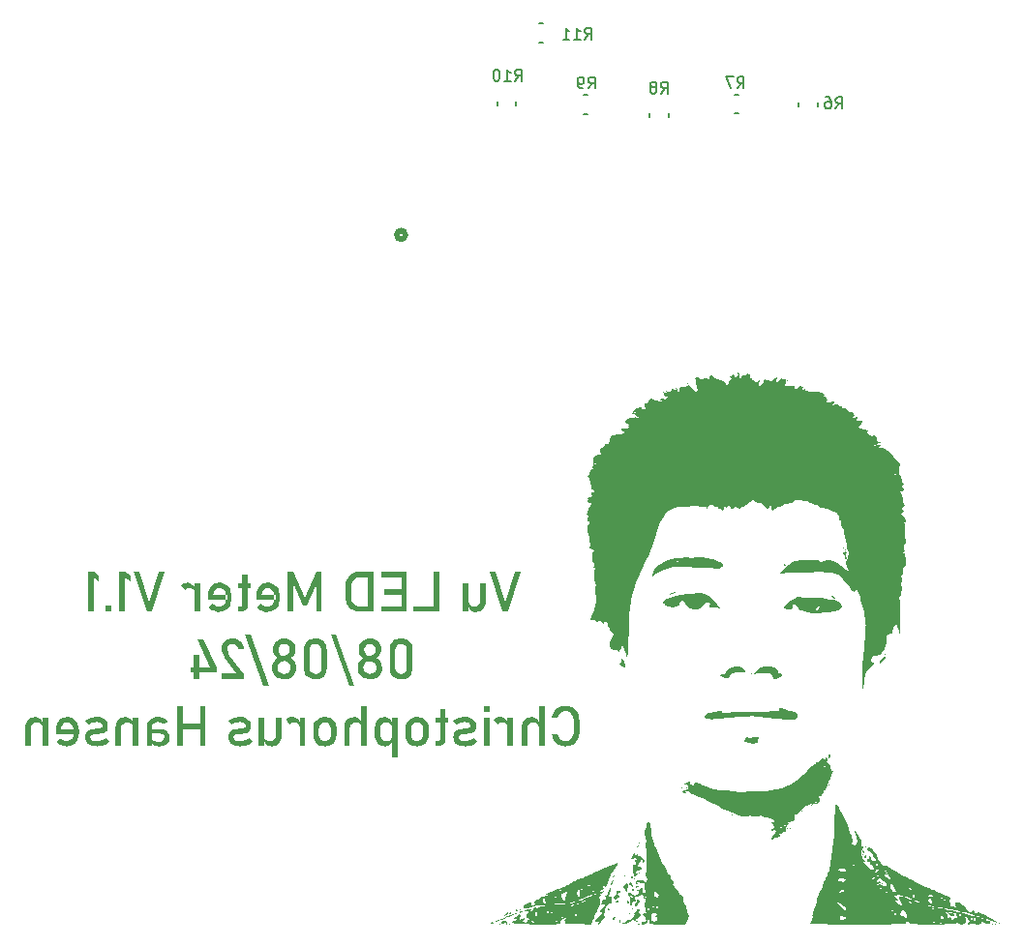
<source format=gbr>
%TF.GenerationSoftware,KiCad,Pcbnew,8.0.3*%
%TF.CreationDate,2024-08-08T10:10:12-07:00*%
%TF.ProjectId,VULED,56554c45-442e-46b6-9963-61645f706362,rev?*%
%TF.SameCoordinates,Original*%
%TF.FileFunction,Legend,Bot*%
%TF.FilePolarity,Positive*%
%FSLAX46Y46*%
G04 Gerber Fmt 4.6, Leading zero omitted, Abs format (unit mm)*
G04 Created by KiCad (PCBNEW 8.0.3) date 2024-08-08 10:10:12*
%MOMM*%
%LPD*%
G01*
G04 APERTURE LIST*
%ADD10C,0.150000*%
%ADD11C,0.000000*%
%ADD12C,0.508000*%
%ADD13C,0.152400*%
G04 APERTURE END LIST*
D10*
G36*
X91804929Y-110555001D02*
G01*
X92939315Y-107076616D01*
X92408453Y-107076616D01*
X91573265Y-109803587D01*
X90738076Y-107076616D01*
X90207215Y-107076616D01*
X91340746Y-110555001D01*
X91804929Y-110555001D01*
G37*
G36*
X88374416Y-110555001D02*
G01*
X88374416Y-108071661D01*
X87888862Y-108071661D01*
X87888862Y-110555001D01*
X88374416Y-110555001D01*
G37*
G36*
X89383994Y-108071661D02*
G01*
X89383994Y-109581326D01*
X89365361Y-109760284D01*
X89296522Y-109927133D01*
X89251492Y-109984816D01*
X89103229Y-110086671D01*
X88935839Y-110124503D01*
X88877068Y-110126721D01*
X88698988Y-110105699D01*
X88539442Y-110029201D01*
X88505208Y-109999348D01*
X88411329Y-109856219D01*
X88375566Y-109681282D01*
X88374416Y-109638601D01*
X88341077Y-110157495D01*
X88425752Y-110307061D01*
X88544777Y-110433098D01*
X88575306Y-110458402D01*
X88728371Y-110544192D01*
X88899715Y-110584564D01*
X89012989Y-110590904D01*
X89184256Y-110578264D01*
X89357951Y-110532864D01*
X89525258Y-110442321D01*
X89648998Y-110326756D01*
X89746611Y-110180790D01*
X89816334Y-110007897D01*
X89854465Y-109834526D01*
X89871242Y-109640538D01*
X89872113Y-109581326D01*
X89872113Y-108071661D01*
X89383994Y-108071661D01*
G37*
G36*
X85785931Y-110555001D02*
G01*
X85785931Y-107076616D01*
X85297811Y-107076616D01*
X85297811Y-110555001D01*
X85785931Y-110555001D01*
G37*
G36*
X85542298Y-110555001D02*
G01*
X85542298Y-110090817D01*
X83551353Y-110090817D01*
X83551353Y-110555001D01*
X85542298Y-110555001D01*
G37*
G36*
X82978603Y-110555001D02*
G01*
X82978603Y-107076616D01*
X82490484Y-107076616D01*
X82490484Y-110555001D01*
X82978603Y-110555001D01*
G37*
G36*
X82741810Y-110555001D02*
G01*
X82741810Y-110090817D01*
X80744026Y-110090817D01*
X80744026Y-110555001D01*
X82741810Y-110555001D01*
G37*
G36*
X82741810Y-109059868D02*
G01*
X82741810Y-108595684D01*
X81007319Y-108595684D01*
X81007319Y-109059868D01*
X82741810Y-109059868D01*
G37*
G36*
X82741810Y-107539945D02*
G01*
X82741810Y-107076616D01*
X80744026Y-107076616D01*
X80744026Y-107539945D01*
X82741810Y-107539945D01*
G37*
G36*
X79721625Y-110555001D02*
G01*
X79721625Y-110090817D01*
X78934308Y-110090817D01*
X78752759Y-110078368D01*
X78574318Y-110034603D01*
X78408090Y-109949018D01*
X78337623Y-109891637D01*
X78225825Y-109750587D01*
X78155433Y-109577480D01*
X78127483Y-109394275D01*
X78125620Y-109327436D01*
X78125620Y-108303326D01*
X78138870Y-108131875D01*
X78185453Y-107963388D01*
X78276548Y-107806477D01*
X78337623Y-107739980D01*
X78486988Y-107634492D01*
X78650253Y-107572958D01*
X78840836Y-107543070D01*
X78934308Y-107539945D01*
X79721625Y-107539945D01*
X79721625Y-107076616D01*
X78948841Y-107076616D01*
X78758415Y-107084588D01*
X78581973Y-107108506D01*
X78388700Y-107158254D01*
X78215563Y-107230963D01*
X78062562Y-107326633D01*
X77971747Y-107403169D01*
X77854088Y-107535003D01*
X77760773Y-107685590D01*
X77691800Y-107854930D01*
X77647171Y-108043024D01*
X77628576Y-108214094D01*
X77625533Y-108322987D01*
X77625533Y-109308629D01*
X77635257Y-109498833D01*
X77664429Y-109674505D01*
X77720493Y-109854765D01*
X77781116Y-109982251D01*
X77879788Y-110128596D01*
X78000775Y-110254113D01*
X78144077Y-110358804D01*
X78233331Y-110407966D01*
X78410060Y-110479042D01*
X78583728Y-110522693D01*
X78772997Y-110547965D01*
X78951405Y-110555001D01*
X79721625Y-110555001D01*
G37*
G36*
X80051597Y-110555001D02*
G01*
X80051597Y-107076616D01*
X79563478Y-107076616D01*
X79563478Y-110555001D01*
X80051597Y-110555001D01*
G37*
G36*
X74046276Y-109372743D02*
G01*
X73023875Y-107076616D01*
X72567386Y-107076616D01*
X72567386Y-110555001D01*
X73043537Y-110555001D01*
X73043537Y-107949418D01*
X73019601Y-108102436D01*
X73876161Y-110072010D01*
X74215536Y-110072010D01*
X75072096Y-108150308D01*
X75048160Y-107949418D01*
X75048160Y-110555001D01*
X75524312Y-110555001D01*
X75524312Y-107076616D01*
X75067822Y-107076616D01*
X74046276Y-109372743D01*
G37*
G36*
X70739716Y-110590904D02*
G01*
X70926067Y-110580746D01*
X71095948Y-110550272D01*
X71273328Y-110489042D01*
X71428291Y-110400159D01*
X71543275Y-110301965D01*
X71654195Y-110163522D01*
X71737871Y-110001762D01*
X71794303Y-109816686D01*
X71820991Y-109639492D01*
X71827940Y-109478744D01*
X71827940Y-109198354D01*
X71818323Y-108999140D01*
X71789472Y-108817598D01*
X71731503Y-108628134D01*
X71647353Y-108462722D01*
X71554388Y-108340084D01*
X71423659Y-108221504D01*
X71271577Y-108132048D01*
X71098141Y-108071718D01*
X70903353Y-108040513D01*
X70782459Y-108035758D01*
X70587320Y-108052243D01*
X70412553Y-108101698D01*
X70258156Y-108184123D01*
X70124131Y-108299519D01*
X70056691Y-108380262D01*
X69956431Y-108544277D01*
X69890093Y-108706024D01*
X69841848Y-108887306D01*
X69811694Y-109088122D01*
X69800387Y-109270391D01*
X69799381Y-109347097D01*
X69799381Y-109509519D01*
X71474032Y-109509519D01*
X71474032Y-109117143D01*
X70263565Y-109117143D01*
X70288025Y-108941481D01*
X70340579Y-108778144D01*
X70420002Y-108646121D01*
X70555857Y-108529831D01*
X70727054Y-108478663D01*
X70782459Y-108476005D01*
X70957256Y-108497521D01*
X71114996Y-108570070D01*
X71210739Y-108658088D01*
X71303984Y-108815287D01*
X71351653Y-108996770D01*
X71363757Y-109171853D01*
X71363757Y-109488148D01*
X71347812Y-109666998D01*
X71293440Y-109831337D01*
X71200480Y-109961735D01*
X71058749Y-110062273D01*
X70879751Y-110116409D01*
X70739716Y-110126721D01*
X70564288Y-110105625D01*
X70445648Y-110066881D01*
X70290933Y-109984415D01*
X70184064Y-109899331D01*
X69863495Y-110219899D01*
X69995794Y-110332161D01*
X70152332Y-110433200D01*
X70278097Y-110494306D01*
X70450403Y-110553171D01*
X70623670Y-110584867D01*
X70739716Y-110590904D01*
G37*
G36*
X68484622Y-110566968D02*
G01*
X68659449Y-110550439D01*
X68825824Y-110486966D01*
X68928289Y-110397708D01*
X69017400Y-110234941D01*
X69057318Y-110058867D01*
X69065920Y-109908734D01*
X69065920Y-107349313D01*
X68577801Y-107349313D01*
X68577801Y-109913863D01*
X68541897Y-110052349D01*
X68436751Y-110102785D01*
X68201667Y-110102785D01*
X68201667Y-110566968D01*
X68484622Y-110566968D01*
G37*
G36*
X69321520Y-108511909D02*
G01*
X69321520Y-108071661D01*
X68201667Y-108071661D01*
X68201667Y-108511909D01*
X69321520Y-108511909D01*
G37*
G36*
X66516758Y-110590904D02*
G01*
X66703108Y-110580746D01*
X66872990Y-110550272D01*
X67050369Y-110489042D01*
X67205332Y-110400159D01*
X67320316Y-110301965D01*
X67431236Y-110163522D01*
X67514912Y-110001762D01*
X67571344Y-109816686D01*
X67598032Y-109639492D01*
X67604982Y-109478744D01*
X67604982Y-109198354D01*
X67595364Y-108999140D01*
X67566513Y-108817598D01*
X67508544Y-108628134D01*
X67424394Y-108462722D01*
X67331430Y-108340084D01*
X67200700Y-108221504D01*
X67048618Y-108132048D01*
X66875183Y-108071718D01*
X66680395Y-108040513D01*
X66559500Y-108035758D01*
X66364361Y-108052243D01*
X66189594Y-108101698D01*
X66035197Y-108184123D01*
X65901172Y-108299519D01*
X65833732Y-108380262D01*
X65733472Y-108544277D01*
X65667134Y-108706024D01*
X65618889Y-108887306D01*
X65588735Y-109088122D01*
X65577428Y-109270391D01*
X65576423Y-109347097D01*
X65576423Y-109509519D01*
X67251074Y-109509519D01*
X67251074Y-109117143D01*
X66040606Y-109117143D01*
X66065066Y-108941481D01*
X66117620Y-108778144D01*
X66197044Y-108646121D01*
X66332898Y-108529831D01*
X66504095Y-108478663D01*
X66559500Y-108476005D01*
X66734298Y-108497521D01*
X66892038Y-108570070D01*
X66987780Y-108658088D01*
X67081025Y-108815287D01*
X67128694Y-108996770D01*
X67140798Y-109171853D01*
X67140798Y-109488148D01*
X67124853Y-109666998D01*
X67070481Y-109831337D01*
X66977522Y-109961735D01*
X66835790Y-110062273D01*
X66656793Y-110116409D01*
X66516758Y-110126721D01*
X66341330Y-110105625D01*
X66222689Y-110066881D01*
X66067975Y-109984415D01*
X65961105Y-109899331D01*
X65640536Y-110219899D01*
X65772835Y-110332161D01*
X65929373Y-110433200D01*
X66055139Y-110494306D01*
X66227444Y-110553171D01*
X66400712Y-110584867D01*
X66516758Y-110590904D01*
G37*
G36*
X64907075Y-110555001D02*
G01*
X64907075Y-108071661D01*
X64418956Y-108071661D01*
X64418956Y-110555001D01*
X64907075Y-110555001D01*
G37*
G36*
X63541025Y-108659798D02*
G01*
X63680245Y-108551620D01*
X63704301Y-108540974D01*
X63875876Y-108501905D01*
X63930836Y-108499941D01*
X64102546Y-108521104D01*
X64257897Y-108598115D01*
X64291583Y-108628169D01*
X64387113Y-108780546D01*
X64418458Y-108954898D01*
X64418956Y-108982931D01*
X64469392Y-108504215D01*
X64374904Y-108352907D01*
X64250295Y-108219377D01*
X64173614Y-108160566D01*
X64018910Y-108079757D01*
X63852073Y-108040145D01*
X63770979Y-108035758D01*
X63599400Y-108049751D01*
X63463233Y-108085339D01*
X63304886Y-108164613D01*
X63223021Y-108229809D01*
X63541025Y-108659798D01*
G37*
G36*
X60681552Y-110555001D02*
G01*
X61815938Y-107076616D01*
X61285076Y-107076616D01*
X60449887Y-109803587D01*
X59614699Y-107076616D01*
X59083837Y-107076616D01*
X60217368Y-110555001D01*
X60681552Y-110555001D01*
G37*
G36*
X57813530Y-107076616D02*
G01*
X57813530Y-110555001D01*
X58301649Y-110555001D01*
X58301649Y-107607478D01*
X58796607Y-107910950D01*
X58796607Y-107406588D01*
X58301649Y-107076616D01*
X57813530Y-107076616D01*
G37*
G36*
X57085198Y-110555001D02*
G01*
X57085198Y-110042945D01*
X56573143Y-110042945D01*
X56573143Y-110555001D01*
X57085198Y-110555001D01*
G37*
G36*
X55078010Y-107076616D02*
G01*
X55078010Y-110555001D01*
X55566129Y-110555001D01*
X55566129Y-107607478D01*
X56061088Y-107910950D01*
X56061088Y-107406588D01*
X55566129Y-107076616D01*
X55078010Y-107076616D01*
G37*
G36*
X82531975Y-112914047D02*
G01*
X82728341Y-112933846D01*
X82901881Y-112978842D01*
X83072263Y-113061121D01*
X83212833Y-113176312D01*
X83243267Y-113209999D01*
X83345368Y-113360239D01*
X83416053Y-113535269D01*
X83452132Y-113708757D01*
X83464159Y-113901225D01*
X83464159Y-115482698D01*
X83463193Y-115538811D01*
X83444616Y-115723635D01*
X83402396Y-115890461D01*
X83325192Y-116059080D01*
X83217107Y-116204191D01*
X83151230Y-116266702D01*
X82996075Y-116366719D01*
X82834718Y-116426886D01*
X82649473Y-116461528D01*
X82471678Y-116470904D01*
X82410973Y-116469876D01*
X82213497Y-116450077D01*
X82039337Y-116405081D01*
X81868848Y-116322801D01*
X81728813Y-116207610D01*
X81698483Y-116173924D01*
X81596729Y-116023684D01*
X81526284Y-115848654D01*
X81490327Y-115675166D01*
X81478342Y-115482698D01*
X81478342Y-113901225D01*
X81966461Y-113901225D01*
X81966461Y-115482698D01*
X81968318Y-115542190D01*
X81999997Y-115713031D01*
X82085286Y-115867380D01*
X82134813Y-115914734D01*
X82291518Y-115987126D01*
X82471678Y-116006721D01*
X82536246Y-116004543D01*
X82713989Y-115967395D01*
X82858070Y-115867380D01*
X82885719Y-115830702D01*
X82956570Y-115664131D01*
X82976039Y-115482698D01*
X82976039Y-113901225D01*
X82974196Y-113841359D01*
X82942745Y-113670040D01*
X82858070Y-113516543D01*
X82808282Y-113469189D01*
X82651437Y-113396797D01*
X82471678Y-113377202D01*
X82406923Y-113379379D01*
X82228940Y-113416528D01*
X82085286Y-113516543D01*
X82057436Y-113552847D01*
X81986072Y-113718967D01*
X81966461Y-113901225D01*
X81478342Y-113901225D01*
X81479320Y-113843994D01*
X81498155Y-113656148D01*
X81540960Y-113487692D01*
X81619232Y-113318912D01*
X81728813Y-113175458D01*
X81795024Y-113113948D01*
X81950286Y-113015534D01*
X82111122Y-112956331D01*
X82295275Y-112922245D01*
X82471678Y-112913019D01*
X82531975Y-112914047D01*
G37*
G36*
X79771463Y-112920956D02*
G01*
X79955160Y-112936313D01*
X80144562Y-112983116D01*
X80312060Y-113061121D01*
X80457651Y-113170328D01*
X80474218Y-113186091D01*
X80587820Y-113323788D01*
X80667761Y-113482109D01*
X80714044Y-113661053D01*
X80726929Y-113834547D01*
X80726929Y-113918322D01*
X80724195Y-113983559D01*
X80687450Y-114161114D01*
X80614944Y-114319247D01*
X80585652Y-114365289D01*
X80466089Y-114504345D01*
X80320020Y-114609041D01*
X80435741Y-114684257D01*
X80568576Y-114812104D01*
X80668799Y-114956965D01*
X80737321Y-115103241D01*
X80783382Y-115271280D01*
X80798736Y-115446794D01*
X80798736Y-115504069D01*
X80785880Y-115679530D01*
X80742041Y-115855760D01*
X80667089Y-116014414D01*
X80574542Y-116140605D01*
X80449020Y-116257430D01*
X80298649Y-116351225D01*
X80268733Y-116365718D01*
X80092851Y-116428713D01*
X79916305Y-116461437D01*
X79743851Y-116470904D01*
X79724056Y-116470787D01*
X79534820Y-116456762D01*
X79361446Y-116419363D01*
X79189054Y-116351225D01*
X79050959Y-116266909D01*
X78923160Y-116152177D01*
X78820614Y-116014414D01*
X78745662Y-115855760D01*
X78701823Y-115679530D01*
X78688967Y-115504069D01*
X78688967Y-115446794D01*
X78689936Y-115434826D01*
X79174521Y-115434826D01*
X79174521Y-115468165D01*
X79178341Y-115540711D01*
X79224019Y-115708231D01*
X79330959Y-115854557D01*
X79404186Y-115911849D01*
X79565575Y-115980915D01*
X79743851Y-116001592D01*
X79836245Y-115996513D01*
X80012719Y-115950660D01*
X80156744Y-115857122D01*
X80201811Y-115809659D01*
X80287363Y-115652112D01*
X80313182Y-115473294D01*
X80313182Y-115437391D01*
X80309362Y-115363368D01*
X80263684Y-115193177D01*
X80156744Y-115045869D01*
X80083224Y-114988578D01*
X79921727Y-114919512D01*
X79743851Y-114898835D01*
X79651197Y-114904004D01*
X79474571Y-114950670D01*
X79330959Y-115045869D01*
X79285891Y-115094134D01*
X79200340Y-115253924D01*
X79174521Y-115434826D01*
X78689936Y-115434826D01*
X78701906Y-115286927D01*
X78746030Y-115118208D01*
X78821468Y-114956965D01*
X78893222Y-114848987D01*
X79021490Y-114713266D01*
X79174521Y-114609041D01*
X79117833Y-114576354D01*
X78978426Y-114461069D01*
X78874469Y-114322666D01*
X78835831Y-114250889D01*
X78779538Y-114088979D01*
X78760774Y-113918322D01*
X78760774Y-113882419D01*
X79248893Y-113882419D01*
X79248893Y-113915758D01*
X79250095Y-113958406D01*
X79287495Y-114136569D01*
X79385669Y-114289327D01*
X79411913Y-114314534D01*
X79565899Y-114403379D01*
X79743851Y-114430377D01*
X79784774Y-114429145D01*
X79955878Y-114390810D01*
X80102888Y-114290182D01*
X80134745Y-114253731D01*
X80216377Y-114092056D01*
X80238810Y-113920032D01*
X80238810Y-113884128D01*
X80237615Y-113842762D01*
X80200449Y-113670584D01*
X80102888Y-113524236D01*
X80076492Y-113500099D01*
X79921967Y-113415023D01*
X79743851Y-113389170D01*
X79702936Y-113390357D01*
X79532067Y-113427289D01*
X79385669Y-113524236D01*
X79361226Y-113550335D01*
X79275073Y-113704045D01*
X79248893Y-113882419D01*
X78760774Y-113882419D01*
X78760774Y-113834547D01*
X78761037Y-113808795D01*
X78777604Y-113637557D01*
X78828093Y-113461191D01*
X78912243Y-113305448D01*
X79030052Y-113170328D01*
X79064296Y-113140102D01*
X79215097Y-113038695D01*
X79388017Y-112968490D01*
X79557467Y-112932657D01*
X79743851Y-112920712D01*
X79771463Y-112920956D01*
G37*
G36*
X76308209Y-112544578D02*
G01*
X77923021Y-117094945D01*
X78389769Y-117094945D01*
X76774958Y-112544578D01*
X76308209Y-112544578D01*
G37*
G36*
X75029811Y-112914047D02*
G01*
X75226177Y-112933846D01*
X75399718Y-112978842D01*
X75570100Y-113061121D01*
X75710669Y-113176312D01*
X75741103Y-113209999D01*
X75843204Y-113360239D01*
X75913890Y-113535269D01*
X75949969Y-113708757D01*
X75961995Y-113901225D01*
X75961995Y-115482698D01*
X75961030Y-115538811D01*
X75942453Y-115723635D01*
X75900232Y-115890461D01*
X75823029Y-116059080D01*
X75714944Y-116204191D01*
X75649067Y-116266702D01*
X75493911Y-116366719D01*
X75332555Y-116426886D01*
X75147310Y-116461528D01*
X74969514Y-116470904D01*
X74908810Y-116469876D01*
X74711334Y-116450077D01*
X74537174Y-116405081D01*
X74366685Y-116322801D01*
X74226650Y-116207610D01*
X74196319Y-116173924D01*
X74094565Y-116023684D01*
X74024120Y-115848654D01*
X73988164Y-115675166D01*
X73976179Y-115482698D01*
X73976179Y-113901225D01*
X74464298Y-113901225D01*
X74464298Y-115482698D01*
X74466155Y-115542190D01*
X74497833Y-115713031D01*
X74583122Y-115867380D01*
X74632650Y-115914734D01*
X74789355Y-115987126D01*
X74969514Y-116006721D01*
X75034082Y-116004543D01*
X75211826Y-115967395D01*
X75355907Y-115867380D01*
X75383556Y-115830702D01*
X75454406Y-115664131D01*
X75473876Y-115482698D01*
X75473876Y-113901225D01*
X75472033Y-113841359D01*
X75440582Y-113670040D01*
X75355907Y-113516543D01*
X75306118Y-113469189D01*
X75149273Y-113396797D01*
X74969514Y-113377202D01*
X74904760Y-113379379D01*
X74726777Y-113416528D01*
X74583122Y-113516543D01*
X74555273Y-113552847D01*
X74483909Y-113718967D01*
X74464298Y-113901225D01*
X73976179Y-113901225D01*
X73977157Y-113843994D01*
X73995991Y-113656148D01*
X74038797Y-113487692D01*
X74117069Y-113318912D01*
X74226650Y-113175458D01*
X74292861Y-113113948D01*
X74448123Y-113015534D01*
X74608959Y-112956331D01*
X74793111Y-112922245D01*
X74969514Y-112913019D01*
X75029811Y-112914047D01*
G37*
G36*
X72269300Y-112920956D02*
G01*
X72452996Y-112936313D01*
X72642399Y-112983116D01*
X72809896Y-113061121D01*
X72955488Y-113170328D01*
X72972055Y-113186091D01*
X73085656Y-113323788D01*
X73165598Y-113482109D01*
X73211880Y-113661053D01*
X73224766Y-113834547D01*
X73224766Y-113918322D01*
X73222032Y-113983559D01*
X73185286Y-114161114D01*
X73112780Y-114319247D01*
X73083488Y-114365289D01*
X72963926Y-114504345D01*
X72817857Y-114609041D01*
X72933577Y-114684257D01*
X73066413Y-114812104D01*
X73166636Y-114956965D01*
X73235157Y-115103241D01*
X73281219Y-115271280D01*
X73296573Y-115446794D01*
X73296573Y-115504069D01*
X73283717Y-115679530D01*
X73239877Y-115855760D01*
X73164926Y-116014414D01*
X73072379Y-116140605D01*
X72946857Y-116257430D01*
X72796486Y-116351225D01*
X72766569Y-116365718D01*
X72590688Y-116428713D01*
X72414142Y-116461437D01*
X72241688Y-116470904D01*
X72221892Y-116470787D01*
X72032656Y-116456762D01*
X71859282Y-116419363D01*
X71686891Y-116351225D01*
X71548796Y-116266909D01*
X71420996Y-116152177D01*
X71318450Y-116014414D01*
X71243499Y-115855760D01*
X71199659Y-115679530D01*
X71186803Y-115504069D01*
X71186803Y-115446794D01*
X71187772Y-115434826D01*
X71672358Y-115434826D01*
X71672358Y-115468165D01*
X71676177Y-115540711D01*
X71721856Y-115708231D01*
X71828796Y-115854557D01*
X71902023Y-115911849D01*
X72063412Y-115980915D01*
X72241688Y-116001592D01*
X72334082Y-115996513D01*
X72510556Y-115950660D01*
X72654581Y-115857122D01*
X72699648Y-115809659D01*
X72785200Y-115652112D01*
X72811018Y-115473294D01*
X72811018Y-115437391D01*
X72807199Y-115363368D01*
X72761520Y-115193177D01*
X72654581Y-115045869D01*
X72581061Y-114988578D01*
X72419564Y-114919512D01*
X72241688Y-114898835D01*
X72149034Y-114904004D01*
X71972408Y-114950670D01*
X71828796Y-115045869D01*
X71783728Y-115094134D01*
X71698176Y-115253924D01*
X71672358Y-115434826D01*
X71187772Y-115434826D01*
X71199743Y-115286927D01*
X71243867Y-115118208D01*
X71319305Y-114956965D01*
X71391059Y-114848987D01*
X71519327Y-114713266D01*
X71672358Y-114609041D01*
X71615670Y-114576354D01*
X71476263Y-114461069D01*
X71372306Y-114322666D01*
X71333667Y-114250889D01*
X71277375Y-114088979D01*
X71258611Y-113918322D01*
X71258611Y-113882419D01*
X71746730Y-113882419D01*
X71746730Y-113915758D01*
X71747932Y-113958406D01*
X71785332Y-114136569D01*
X71883506Y-114289327D01*
X71909750Y-114314534D01*
X72063736Y-114403379D01*
X72241688Y-114430377D01*
X72282611Y-114429145D01*
X72453714Y-114390810D01*
X72600725Y-114290182D01*
X72632582Y-114253731D01*
X72714214Y-114092056D01*
X72736646Y-113920032D01*
X72736646Y-113884128D01*
X72735452Y-113842762D01*
X72698286Y-113670584D01*
X72600725Y-113524236D01*
X72574328Y-113500099D01*
X72419804Y-113415023D01*
X72241688Y-113389170D01*
X72200773Y-113390357D01*
X72029903Y-113427289D01*
X71883506Y-113524236D01*
X71859063Y-113550335D01*
X71772910Y-113704045D01*
X71746730Y-113882419D01*
X71258611Y-113882419D01*
X71258611Y-113834547D01*
X71258874Y-113808795D01*
X71275441Y-113637557D01*
X71325930Y-113461191D01*
X71410079Y-113305448D01*
X71527888Y-113170328D01*
X71562133Y-113140102D01*
X71712933Y-113038695D01*
X71885854Y-112968490D01*
X72055303Y-112932657D01*
X72241688Y-112920712D01*
X72269300Y-112920956D01*
G37*
G36*
X68806046Y-112544578D02*
G01*
X70420858Y-117094945D01*
X70887606Y-117094945D01*
X69272794Y-112544578D01*
X68806046Y-112544578D01*
G37*
G36*
X68704319Y-116435001D02*
G01*
X68704319Y-116011850D01*
X67491287Y-114394474D01*
X67392597Y-114244012D01*
X67327156Y-114107244D01*
X67277906Y-113936638D01*
X67268171Y-113826853D01*
X67268171Y-113822579D01*
X67295031Y-113647694D01*
X67390415Y-113499446D01*
X67538304Y-113412892D01*
X67709781Y-113384492D01*
X67737484Y-113384041D01*
X67906764Y-113408094D01*
X68064163Y-113494487D01*
X68081133Y-113509704D01*
X68182626Y-113650429D01*
X68236341Y-113823122D01*
X68242700Y-113865322D01*
X68242700Y-113867886D01*
X68747062Y-113867886D01*
X68747062Y-113865322D01*
X68709481Y-113678294D01*
X68652838Y-113510656D01*
X68564761Y-113342811D01*
X68451788Y-113200292D01*
X68419654Y-113168619D01*
X68278604Y-113060160D01*
X68118747Y-112982689D01*
X67940083Y-112936206D01*
X67768325Y-112920954D01*
X67742613Y-112920712D01*
X67547515Y-112932043D01*
X67372870Y-112966036D01*
X67198320Y-113032634D01*
X67050485Y-113128832D01*
X67017700Y-113157506D01*
X66905501Y-113288137D01*
X66825359Y-113443239D01*
X66777273Y-113622811D01*
X66761495Y-113800010D01*
X66761245Y-113826853D01*
X66761245Y-113829418D01*
X66778150Y-114006469D01*
X66824432Y-114178835D01*
X66838182Y-114216665D01*
X66910015Y-114377620D01*
X67001882Y-114532649D01*
X67051039Y-114602202D01*
X68058052Y-115970817D01*
X66742438Y-115970817D01*
X66742438Y-116435001D01*
X68704319Y-116435001D01*
G37*
G36*
X66312449Y-115901574D02*
G01*
X66312449Y-115477569D01*
X65144724Y-112958326D01*
X64642927Y-112958326D01*
X65781587Y-115449358D01*
X64075306Y-115449358D01*
X64075306Y-115901574D01*
X66312449Y-115901574D01*
G37*
G36*
X64812187Y-116437565D02*
G01*
X64812187Y-114389345D01*
X64336036Y-114389345D01*
X64336036Y-116437565D01*
X64812187Y-116437565D01*
G37*
G36*
X96854528Y-122350904D02*
G01*
X97030574Y-122340806D01*
X97215214Y-122305306D01*
X97385654Y-122244245D01*
X97491391Y-122189338D01*
X97635114Y-122088178D01*
X97759497Y-121966462D01*
X97864541Y-121824190D01*
X97914542Y-121736267D01*
X97987271Y-121564107D01*
X98031937Y-121398132D01*
X98057796Y-121219976D01*
X98064996Y-121054097D01*
X98064996Y-120099229D01*
X98055592Y-119909346D01*
X98027382Y-119732071D01*
X97980365Y-119567406D01*
X97914542Y-119415349D01*
X97820242Y-119261311D01*
X97706603Y-119128100D01*
X97573625Y-119015715D01*
X97491391Y-118962279D01*
X97330418Y-118884178D01*
X97155245Y-118831637D01*
X96965871Y-118804657D01*
X96854528Y-118800712D01*
X96671019Y-118813318D01*
X96497695Y-118851135D01*
X96334555Y-118914164D01*
X96303150Y-118929795D01*
X96154620Y-119020572D01*
X96022118Y-119131553D01*
X95905645Y-119262735D01*
X95884273Y-119291396D01*
X95789622Y-119443950D01*
X95716175Y-119612032D01*
X95668202Y-119776581D01*
X95656028Y-119834226D01*
X96156116Y-119834226D01*
X96221625Y-119668025D01*
X96308279Y-119541012D01*
X96439432Y-119417493D01*
X96557895Y-119346107D01*
X96722437Y-119289426D01*
X96854528Y-119276009D01*
X97024908Y-119293928D01*
X97190902Y-119355871D01*
X97332353Y-119462060D01*
X97370002Y-119502544D01*
X97472785Y-119657786D01*
X97532741Y-119821772D01*
X97561863Y-120008749D01*
X97564908Y-120099229D01*
X97564908Y-121054097D01*
X97552727Y-121230463D01*
X97509901Y-121407034D01*
X97426152Y-121576100D01*
X97370002Y-121649927D01*
X97235915Y-121768488D01*
X97077283Y-121843137D01*
X96894108Y-121873875D01*
X96854528Y-121874753D01*
X96674147Y-121851051D01*
X96515405Y-121787097D01*
X96426248Y-121731138D01*
X96294094Y-121605635D01*
X96205478Y-121459332D01*
X96156116Y-121317391D01*
X95656028Y-121317391D01*
X95698411Y-121486200D01*
X95765964Y-121659174D01*
X95855056Y-121816787D01*
X95885983Y-121861075D01*
X95999534Y-121995848D01*
X96128613Y-122110585D01*
X96273220Y-122205286D01*
X96304005Y-122221822D01*
X96464656Y-122289893D01*
X96635660Y-122332752D01*
X96817015Y-122350400D01*
X96854528Y-122350904D01*
G37*
G36*
X95011471Y-122315001D02*
G01*
X95011471Y-118836616D01*
X94523352Y-118836616D01*
X94523352Y-122315001D01*
X95011471Y-122315001D01*
G37*
G36*
X93504371Y-122315001D02*
G01*
X93504371Y-120810465D01*
X93523365Y-120629824D01*
X93593536Y-120461619D01*
X93639437Y-120403556D01*
X93791044Y-120300473D01*
X93962851Y-120262185D01*
X94023265Y-120259941D01*
X94199826Y-120280539D01*
X94359021Y-120355497D01*
X94393415Y-120384749D01*
X94490868Y-120534562D01*
X94522845Y-120708073D01*
X94523352Y-120736093D01*
X94573788Y-120257377D01*
X94477898Y-120106549D01*
X94351498Y-119974625D01*
X94273736Y-119917146D01*
X94116525Y-119838552D01*
X93946335Y-119800025D01*
X93863408Y-119795758D01*
X93672670Y-119812267D01*
X93504798Y-119861795D01*
X93343277Y-119956981D01*
X93237658Y-120059906D01*
X93140793Y-120205712D01*
X93071603Y-120378979D01*
X93033765Y-120553115D01*
X93017116Y-120748278D01*
X93016252Y-120807900D01*
X93016252Y-122315001D01*
X93504371Y-122315001D01*
G37*
G36*
X92275952Y-122315001D02*
G01*
X92275952Y-119831661D01*
X91787832Y-119831661D01*
X91787832Y-122315001D01*
X92275952Y-122315001D01*
G37*
G36*
X90909901Y-120419798D02*
G01*
X91049122Y-120311620D01*
X91073178Y-120300974D01*
X91244753Y-120261905D01*
X91299713Y-120259941D01*
X91471423Y-120281104D01*
X91626773Y-120358115D01*
X91660460Y-120388169D01*
X91755989Y-120540546D01*
X91787335Y-120714898D01*
X91787832Y-120742931D01*
X91838268Y-120264215D01*
X91743781Y-120112907D01*
X91619171Y-119979377D01*
X91542490Y-119920566D01*
X91387787Y-119839757D01*
X91220950Y-119800145D01*
X91139856Y-119795758D01*
X90968277Y-119809751D01*
X90832110Y-119845339D01*
X90673762Y-119924613D01*
X90591897Y-119989809D01*
X90909901Y-120419798D01*
G37*
G36*
X90186698Y-119323880D02*
G01*
X90186698Y-118836616D01*
X89698579Y-118836616D01*
X89698579Y-119323880D01*
X90186698Y-119323880D01*
G37*
G36*
X90186698Y-122315001D02*
G01*
X90186698Y-119831661D01*
X89698579Y-119831661D01*
X89698579Y-122315001D01*
X90186698Y-122315001D01*
G37*
G36*
X88081203Y-122350904D02*
G01*
X88262011Y-122343263D01*
X88433217Y-122320340D01*
X88612185Y-122276946D01*
X88680453Y-122254306D01*
X88843241Y-122184048D01*
X88995011Y-122095090D01*
X89135760Y-121987433D01*
X89162588Y-121963657D01*
X88872794Y-121607185D01*
X88721566Y-121711249D01*
X88571780Y-121793916D01*
X88472724Y-121837139D01*
X88300592Y-121889148D01*
X88129769Y-121912032D01*
X88081203Y-121913221D01*
X87899141Y-121902615D01*
X87728257Y-121862731D01*
X87646939Y-121823462D01*
X87530122Y-121694082D01*
X87502469Y-121554184D01*
X87561428Y-121387367D01*
X87599067Y-121358423D01*
X87760577Y-121297485D01*
X87852958Y-121282342D01*
X88025687Y-121264957D01*
X88188914Y-121252422D01*
X88366975Y-121233690D01*
X88488111Y-121215663D01*
X88654689Y-121171759D01*
X88758244Y-121125049D01*
X88892015Y-121018060D01*
X88954005Y-120930144D01*
X89010701Y-120767477D01*
X89026596Y-120596560D01*
X89026667Y-120583074D01*
X89011547Y-120398053D01*
X88958390Y-120219664D01*
X88866960Y-120072786D01*
X88784744Y-119992373D01*
X88629932Y-119897330D01*
X88460872Y-119838959D01*
X88288664Y-119808046D01*
X88093794Y-119795950D01*
X88064106Y-119795758D01*
X87885840Y-119803521D01*
X87715420Y-119826813D01*
X87537023Y-119870368D01*
X87521276Y-119875259D01*
X87352227Y-119939227D01*
X87190653Y-120022994D01*
X87050254Y-120116326D01*
X87344322Y-120472799D01*
X87494891Y-120385435D01*
X87655149Y-120313441D01*
X87711908Y-120293280D01*
X87879129Y-120250329D01*
X88053358Y-120233499D01*
X88064106Y-120233441D01*
X88246321Y-120247549D01*
X88414032Y-120303649D01*
X88438530Y-120318926D01*
X88545052Y-120457772D01*
X88562483Y-120572816D01*
X88486599Y-120728793D01*
X88476143Y-120735238D01*
X88307845Y-120790502D01*
X88248753Y-120798497D01*
X88073421Y-120814136D01*
X87944427Y-120824142D01*
X87769006Y-120840281D01*
X87630697Y-120859191D01*
X87459243Y-120901957D01*
X87337483Y-120955789D01*
X87196792Y-121065471D01*
X87122061Y-121168647D01*
X87061153Y-121335556D01*
X87041564Y-121509252D01*
X87040850Y-121554184D01*
X87057093Y-121741289D01*
X87114194Y-121921895D01*
X87212408Y-122070854D01*
X87300725Y-122152579D01*
X87467183Y-122248449D01*
X87650000Y-122307327D01*
X87836876Y-122338509D01*
X88017046Y-122350129D01*
X88081203Y-122350904D01*
G37*
G36*
X85773108Y-122326968D02*
G01*
X85947935Y-122310439D01*
X86114310Y-122246966D01*
X86216775Y-122157708D01*
X86305886Y-121994941D01*
X86345804Y-121818867D01*
X86354406Y-121668734D01*
X86354406Y-119109313D01*
X85866287Y-119109313D01*
X85866287Y-121673863D01*
X85830383Y-121812349D01*
X85725236Y-121862785D01*
X85490153Y-121862785D01*
X85490153Y-122326968D01*
X85773108Y-122326968D01*
G37*
G36*
X86610006Y-120271909D02*
G01*
X86610006Y-119831661D01*
X85490153Y-119831661D01*
X85490153Y-120271909D01*
X86610006Y-120271909D01*
G37*
G36*
X83958948Y-119798222D02*
G01*
X84152977Y-119823140D01*
X84325980Y-119874891D01*
X84477957Y-119953477D01*
X84625899Y-120076148D01*
X84702982Y-120169118D01*
X84788948Y-120318138D01*
X84849308Y-120489165D01*
X84884061Y-120682200D01*
X84893467Y-120865175D01*
X84893467Y-121269519D01*
X84889287Y-121394568D01*
X84867338Y-121568616D01*
X84817952Y-121751162D01*
X84742960Y-121911618D01*
X84625899Y-122067949D01*
X84555361Y-122134267D01*
X84393687Y-122240375D01*
X84229695Y-122304206D01*
X84044678Y-122340957D01*
X83869357Y-122350904D01*
X83779773Y-122348432D01*
X83585821Y-122323439D01*
X83412976Y-122271529D01*
X83261238Y-122192704D01*
X83113670Y-122069659D01*
X83036341Y-121976134D01*
X82950099Y-121826267D01*
X82889547Y-121654310D01*
X82854683Y-121460264D01*
X82845247Y-121276358D01*
X82845247Y-120865175D01*
X83333366Y-120865175D01*
X83333366Y-121276358D01*
X83340075Y-121396966D01*
X83382790Y-121574982D01*
X83473561Y-121726864D01*
X83530192Y-121781190D01*
X83693886Y-121864241D01*
X83869357Y-121886721D01*
X83945943Y-121882818D01*
X84119280Y-121836141D01*
X84264298Y-121726864D01*
X84332481Y-121626253D01*
X84388681Y-121460338D01*
X84405348Y-121276358D01*
X84405348Y-120865175D01*
X84398598Y-120744730D01*
X84355622Y-120567756D01*
X84264298Y-120418088D01*
X84207437Y-120364343D01*
X84043907Y-120282181D01*
X83869357Y-120259941D01*
X83792299Y-120263802D01*
X83618322Y-120309980D01*
X83473561Y-120418088D01*
X83405791Y-120517046D01*
X83349932Y-120681598D01*
X83333366Y-120865175D01*
X82845247Y-120865175D01*
X82849441Y-120741395D01*
X82871460Y-120569200D01*
X82921003Y-120388741D01*
X82996235Y-120230289D01*
X83113670Y-120076148D01*
X83184008Y-120010432D01*
X83345361Y-119905285D01*
X83509160Y-119842033D01*
X83694066Y-119805615D01*
X83869357Y-119795758D01*
X83958948Y-119798222D01*
G37*
G36*
X82154528Y-123324578D02*
G01*
X82154528Y-119831661D01*
X81666409Y-119831661D01*
X81666409Y-123324578D01*
X82154528Y-123324578D01*
G37*
G36*
X81042368Y-122350904D02*
G01*
X81220861Y-122332563D01*
X81391310Y-122271789D01*
X81446712Y-122239774D01*
X81579715Y-122124863D01*
X81678029Y-121974610D01*
X81699748Y-121925189D01*
X81666409Y-121405440D01*
X81646217Y-121579409D01*
X81609134Y-121678992D01*
X81500304Y-121813032D01*
X81443293Y-121850817D01*
X81279798Y-121903586D01*
X81178289Y-121910656D01*
X81000339Y-121886390D01*
X80848777Y-121805981D01*
X80804720Y-121763622D01*
X80713558Y-121611733D01*
X80676052Y-121444556D01*
X80671363Y-121348165D01*
X80671363Y-120810465D01*
X80687121Y-120636943D01*
X80746376Y-120469379D01*
X80804720Y-120386459D01*
X80941439Y-120283610D01*
X81119719Y-120238356D01*
X81178289Y-120236005D01*
X81354736Y-120258378D01*
X81443293Y-120293280D01*
X81577291Y-120409006D01*
X81609134Y-120460831D01*
X81659641Y-120625816D01*
X81666409Y-120728399D01*
X81716845Y-120250538D01*
X81622598Y-120101113D01*
X81498791Y-119970979D01*
X81422776Y-119914582D01*
X81268203Y-119837648D01*
X81100368Y-119799935D01*
X81018432Y-119795758D01*
X80829831Y-119812267D01*
X80664097Y-119861795D01*
X80504980Y-119956981D01*
X80401231Y-120059906D01*
X80305861Y-120205712D01*
X80237741Y-120378979D01*
X80200487Y-120553115D01*
X80184095Y-120748278D01*
X80183244Y-120807900D01*
X80183244Y-121348165D01*
X80191148Y-121519239D01*
X80220349Y-121699908D01*
X80280068Y-121881444D01*
X80367891Y-122036372D01*
X80408069Y-122087610D01*
X80549140Y-122214886D01*
X80719422Y-122300508D01*
X80895307Y-122341648D01*
X81042368Y-122350904D01*
G37*
G36*
X79490815Y-122315001D02*
G01*
X79490815Y-118836616D01*
X79002696Y-118836616D01*
X79002696Y-122315001D01*
X79490815Y-122315001D01*
G37*
G36*
X77983715Y-122315001D02*
G01*
X77983715Y-120810465D01*
X78002709Y-120629824D01*
X78072880Y-120461619D01*
X78118781Y-120403556D01*
X78270388Y-120300473D01*
X78442195Y-120262185D01*
X78502609Y-120259941D01*
X78679170Y-120280539D01*
X78838365Y-120355497D01*
X78872759Y-120384749D01*
X78970212Y-120534562D01*
X79002189Y-120708073D01*
X79002696Y-120736093D01*
X79053132Y-120257377D01*
X78957242Y-120106549D01*
X78830842Y-119974625D01*
X78753080Y-119917146D01*
X78595869Y-119838552D01*
X78425679Y-119800025D01*
X78342752Y-119795758D01*
X78152014Y-119812267D01*
X77984142Y-119861795D01*
X77822621Y-119956981D01*
X77717002Y-120059906D01*
X77620137Y-120205712D01*
X77550947Y-120378979D01*
X77513109Y-120553115D01*
X77496461Y-120748278D01*
X77495596Y-120807900D01*
X77495596Y-122315001D01*
X77983715Y-122315001D01*
G37*
G36*
X75892584Y-119798222D02*
G01*
X76086613Y-119823140D01*
X76259615Y-119874891D01*
X76411592Y-119953477D01*
X76559535Y-120076148D01*
X76636618Y-120169118D01*
X76722584Y-120318138D01*
X76782944Y-120489165D01*
X76817696Y-120682200D01*
X76827103Y-120865175D01*
X76827103Y-121269519D01*
X76822922Y-121394568D01*
X76800973Y-121568616D01*
X76751588Y-121751162D01*
X76676596Y-121911618D01*
X76559535Y-122067949D01*
X76488996Y-122134267D01*
X76327323Y-122240375D01*
X76163331Y-122304206D01*
X75978314Y-122340957D01*
X75802993Y-122350904D01*
X75713409Y-122348432D01*
X75519456Y-122323439D01*
X75346611Y-122271529D01*
X75194874Y-122192704D01*
X75047305Y-122069659D01*
X74969976Y-121976134D01*
X74883735Y-121826267D01*
X74823183Y-121654310D01*
X74788319Y-121460264D01*
X74778882Y-121276358D01*
X74778882Y-120865175D01*
X75267002Y-120865175D01*
X75267002Y-121276358D01*
X75273710Y-121396966D01*
X75316426Y-121574982D01*
X75407197Y-121726864D01*
X75463828Y-121781190D01*
X75627521Y-121864241D01*
X75802993Y-121886721D01*
X75879579Y-121882818D01*
X76052916Y-121836141D01*
X76197933Y-121726864D01*
X76266117Y-121626253D01*
X76322317Y-121460338D01*
X76338984Y-121276358D01*
X76338984Y-120865175D01*
X76332234Y-120744730D01*
X76289258Y-120567756D01*
X76197933Y-120418088D01*
X76141073Y-120364343D01*
X75977542Y-120282181D01*
X75802993Y-120259941D01*
X75725935Y-120263802D01*
X75551957Y-120309980D01*
X75407197Y-120418088D01*
X75339427Y-120517046D01*
X75283568Y-120681598D01*
X75267002Y-120865175D01*
X74778882Y-120865175D01*
X74783077Y-120741395D01*
X74805096Y-120569200D01*
X74854639Y-120388741D01*
X74929870Y-120230289D01*
X75047305Y-120076148D01*
X75117643Y-120010432D01*
X75278996Y-119905285D01*
X75442795Y-119842033D01*
X75627702Y-119805615D01*
X75802993Y-119795758D01*
X75892584Y-119798222D01*
G37*
G36*
X74088164Y-122315001D02*
G01*
X74088164Y-119831661D01*
X73600044Y-119831661D01*
X73600044Y-122315001D01*
X74088164Y-122315001D01*
G37*
G36*
X72722113Y-120419798D02*
G01*
X72861334Y-120311620D01*
X72885390Y-120300974D01*
X73056965Y-120261905D01*
X73111925Y-120259941D01*
X73283635Y-120281104D01*
X73438985Y-120358115D01*
X73472672Y-120388169D01*
X73568201Y-120540546D01*
X73599547Y-120714898D01*
X73600044Y-120742931D01*
X73650481Y-120264215D01*
X73555993Y-120112907D01*
X73431383Y-119979377D01*
X73354702Y-119920566D01*
X73199999Y-119839757D01*
X73033162Y-119800145D01*
X72952068Y-119795758D01*
X72780489Y-119809751D01*
X72644322Y-119845339D01*
X72485975Y-119924613D01*
X72404109Y-119989809D01*
X72722113Y-120419798D01*
G37*
G36*
X70501213Y-122315001D02*
G01*
X70501213Y-119831661D01*
X70015658Y-119831661D01*
X70015658Y-122315001D01*
X70501213Y-122315001D01*
G37*
G36*
X71510791Y-119831661D02*
G01*
X71510791Y-121341326D01*
X71492158Y-121520284D01*
X71423319Y-121687133D01*
X71378289Y-121744816D01*
X71230026Y-121846671D01*
X71062636Y-121884503D01*
X71003865Y-121886721D01*
X70825785Y-121865699D01*
X70666239Y-121789201D01*
X70632005Y-121759348D01*
X70538126Y-121616219D01*
X70502363Y-121441282D01*
X70501213Y-121398601D01*
X70467874Y-121917495D01*
X70552549Y-122067061D01*
X70671574Y-122193098D01*
X70702103Y-122218402D01*
X70855168Y-122304192D01*
X71026512Y-122344564D01*
X71139786Y-122350904D01*
X71311053Y-122338264D01*
X71484748Y-122292864D01*
X71652055Y-122202321D01*
X71775795Y-122086756D01*
X71873408Y-121940790D01*
X71943131Y-121767897D01*
X71981262Y-121594526D01*
X71998039Y-121400538D01*
X71998910Y-121341326D01*
X71998910Y-119831661D01*
X71510791Y-119831661D01*
G37*
G36*
X68395718Y-122350904D02*
G01*
X68576526Y-122343263D01*
X68747732Y-122320340D01*
X68926700Y-122276946D01*
X68994968Y-122254306D01*
X69157756Y-122184048D01*
X69309526Y-122095090D01*
X69450275Y-121987433D01*
X69477103Y-121963657D01*
X69187309Y-121607185D01*
X69036081Y-121711249D01*
X68886295Y-121793916D01*
X68787239Y-121837139D01*
X68615107Y-121889148D01*
X68444284Y-121912032D01*
X68395718Y-121913221D01*
X68213656Y-121902615D01*
X68042772Y-121862731D01*
X67961454Y-121823462D01*
X67844637Y-121694082D01*
X67816984Y-121554184D01*
X67875943Y-121387367D01*
X67913582Y-121358423D01*
X68075092Y-121297485D01*
X68167473Y-121282342D01*
X68340202Y-121264957D01*
X68503429Y-121252422D01*
X68681490Y-121233690D01*
X68802626Y-121215663D01*
X68969204Y-121171759D01*
X69072759Y-121125049D01*
X69206530Y-121018060D01*
X69268520Y-120930144D01*
X69325216Y-120767477D01*
X69341111Y-120596560D01*
X69341182Y-120583074D01*
X69326062Y-120398053D01*
X69272905Y-120219664D01*
X69181475Y-120072786D01*
X69099259Y-119992373D01*
X68944447Y-119897330D01*
X68775387Y-119838959D01*
X68603179Y-119808046D01*
X68408309Y-119795950D01*
X68378621Y-119795758D01*
X68200355Y-119803521D01*
X68029935Y-119826813D01*
X67851538Y-119870368D01*
X67835791Y-119875259D01*
X67666742Y-119939227D01*
X67505168Y-120022994D01*
X67364769Y-120116326D01*
X67658837Y-120472799D01*
X67809406Y-120385435D01*
X67969664Y-120313441D01*
X68026423Y-120293280D01*
X68193644Y-120250329D01*
X68367873Y-120233499D01*
X68378621Y-120233441D01*
X68560836Y-120247549D01*
X68728547Y-120303649D01*
X68753045Y-120318926D01*
X68859567Y-120457772D01*
X68876998Y-120572816D01*
X68801114Y-120728793D01*
X68790658Y-120735238D01*
X68622360Y-120790502D01*
X68563268Y-120798497D01*
X68387936Y-120814136D01*
X68258942Y-120824142D01*
X68083521Y-120840281D01*
X67945212Y-120859191D01*
X67773758Y-120901957D01*
X67651998Y-120955789D01*
X67511307Y-121065471D01*
X67436576Y-121168647D01*
X67375668Y-121335556D01*
X67356079Y-121509252D01*
X67355365Y-121554184D01*
X67371608Y-121741289D01*
X67428709Y-121921895D01*
X67526923Y-122070854D01*
X67615240Y-122152579D01*
X67781698Y-122248449D01*
X67964515Y-122307327D01*
X68151391Y-122338509D01*
X68331561Y-122350129D01*
X68395718Y-122350904D01*
G37*
G36*
X63395700Y-122315001D02*
G01*
X63395700Y-118836616D01*
X62907581Y-118836616D01*
X62907581Y-122315001D01*
X63395700Y-122315001D01*
G37*
G36*
X65372113Y-122315001D02*
G01*
X65372113Y-118836616D01*
X64883994Y-118836616D01*
X64883994Y-122315001D01*
X65372113Y-122315001D01*
G37*
G36*
X65068642Y-120834400D02*
G01*
X65068642Y-120370217D01*
X63137536Y-120370217D01*
X63137536Y-120834400D01*
X65068642Y-120834400D01*
G37*
G36*
X60694374Y-122315001D02*
G01*
X60694374Y-120740367D01*
X60715960Y-120560333D01*
X60794512Y-120397131D01*
X60825166Y-120361668D01*
X60971025Y-120264721D01*
X61150544Y-120227789D01*
X61194462Y-120226602D01*
X61366844Y-120242273D01*
X61483401Y-120271054D01*
X61641365Y-120336990D01*
X61737291Y-120398427D01*
X62093764Y-120154795D01*
X61964347Y-120029133D01*
X61818588Y-119935426D01*
X61721904Y-119890646D01*
X61557162Y-119836623D01*
X61380298Y-119805024D01*
X61208994Y-119795758D01*
X61014896Y-119807334D01*
X60841005Y-119842063D01*
X60667016Y-119910104D01*
X60519421Y-120008385D01*
X60486646Y-120037680D01*
X60374447Y-120170663D01*
X60294305Y-120328543D01*
X60246219Y-120511321D01*
X60230441Y-120691675D01*
X60230191Y-120718996D01*
X60230191Y-122315001D01*
X60694374Y-122315001D01*
G37*
G36*
X61302173Y-122350904D02*
G01*
X61491298Y-122341864D01*
X61680594Y-122309393D01*
X61859321Y-122244636D01*
X61987762Y-122161982D01*
X62108126Y-122024288D01*
X62178338Y-121866816D01*
X62212441Y-121677563D01*
X62216007Y-121583249D01*
X62202917Y-121409501D01*
X62156898Y-121242134D01*
X62066905Y-121091066D01*
X62006569Y-121029306D01*
X61855301Y-120932835D01*
X61684327Y-120876560D01*
X61504649Y-120850835D01*
X61379109Y-120846368D01*
X60673003Y-120846368D01*
X60639664Y-121238744D01*
X61376545Y-121238744D01*
X61550977Y-121262629D01*
X61661210Y-121323375D01*
X61745640Y-121473476D01*
X61756953Y-121583249D01*
X61721246Y-121756233D01*
X61630435Y-121862785D01*
X61471433Y-121930745D01*
X61295665Y-121952603D01*
X61249172Y-121953399D01*
X61075118Y-121946328D01*
X60900929Y-121916876D01*
X60833715Y-121893559D01*
X60705396Y-121773094D01*
X60694374Y-121707202D01*
X60643938Y-122056836D01*
X60758702Y-122187147D01*
X60804650Y-122221822D01*
X60963652Y-122300201D01*
X61023492Y-122318420D01*
X61199048Y-122347066D01*
X61302173Y-122350904D01*
G37*
G36*
X59490746Y-122315001D02*
G01*
X59490746Y-119831661D01*
X59002626Y-119831661D01*
X59002626Y-122315001D01*
X59490746Y-122315001D01*
G37*
G36*
X57983645Y-122315001D02*
G01*
X57983645Y-120810465D01*
X58002639Y-120629824D01*
X58072810Y-120461619D01*
X58118711Y-120403556D01*
X58270318Y-120300473D01*
X58442125Y-120262185D01*
X58502539Y-120259941D01*
X58679100Y-120280822D01*
X58838295Y-120356806D01*
X58872689Y-120386459D01*
X58970142Y-120538836D01*
X59002119Y-120714591D01*
X59002626Y-120742931D01*
X59053063Y-120264215D01*
X58957172Y-120110142D01*
X58830772Y-119976058D01*
X58753010Y-119918001D01*
X58595800Y-119838853D01*
X58425609Y-119800055D01*
X58342682Y-119795758D01*
X58151944Y-119812267D01*
X57984073Y-119861795D01*
X57822551Y-119956981D01*
X57716932Y-120059906D01*
X57620067Y-120205712D01*
X57550877Y-120378979D01*
X57513039Y-120553115D01*
X57496391Y-120748278D01*
X57495526Y-120807900D01*
X57495526Y-122315001D01*
X57983645Y-122315001D01*
G37*
G36*
X55877295Y-122350904D02*
G01*
X56058103Y-122343263D01*
X56229309Y-122320340D01*
X56408277Y-122276946D01*
X56476545Y-122254306D01*
X56639334Y-122184048D01*
X56791103Y-122095090D01*
X56931852Y-121987433D01*
X56958680Y-121963657D01*
X56668886Y-121607185D01*
X56517658Y-121711249D01*
X56367872Y-121793916D01*
X56268816Y-121837139D01*
X56096684Y-121889148D01*
X55925861Y-121912032D01*
X55877295Y-121913221D01*
X55695234Y-121902615D01*
X55524349Y-121862731D01*
X55443031Y-121823462D01*
X55326214Y-121694082D01*
X55298561Y-121554184D01*
X55357520Y-121387367D01*
X55395160Y-121358423D01*
X55556669Y-121297485D01*
X55649050Y-121282342D01*
X55821779Y-121264957D01*
X55985006Y-121252422D01*
X56163067Y-121233690D01*
X56284203Y-121215663D01*
X56450781Y-121171759D01*
X56554336Y-121125049D01*
X56688107Y-121018060D01*
X56750097Y-120930144D01*
X56806793Y-120767477D01*
X56822688Y-120596560D01*
X56822759Y-120583074D01*
X56807639Y-120398053D01*
X56754482Y-120219664D01*
X56663052Y-120072786D01*
X56580836Y-119992373D01*
X56426024Y-119897330D01*
X56256964Y-119838959D01*
X56084756Y-119808046D01*
X55889886Y-119795950D01*
X55860198Y-119795758D01*
X55681932Y-119803521D01*
X55511513Y-119826813D01*
X55333115Y-119870368D01*
X55317368Y-119875259D01*
X55148319Y-119939227D01*
X54986745Y-120022994D01*
X54846346Y-120116326D01*
X55140414Y-120472799D01*
X55290983Y-120385435D01*
X55451241Y-120313441D01*
X55508000Y-120293280D01*
X55675221Y-120250329D01*
X55849450Y-120233499D01*
X55860198Y-120233441D01*
X56042413Y-120247549D01*
X56210124Y-120303649D01*
X56234622Y-120318926D01*
X56341144Y-120457772D01*
X56358575Y-120572816D01*
X56282691Y-120728793D01*
X56272236Y-120735238D01*
X56103937Y-120790502D01*
X56044845Y-120798497D01*
X55869513Y-120814136D01*
X55740519Y-120824142D01*
X55565098Y-120840281D01*
X55426789Y-120859191D01*
X55255335Y-120901957D01*
X55133575Y-120955789D01*
X54992884Y-121065471D01*
X54918153Y-121168647D01*
X54857245Y-121335556D01*
X54837656Y-121509252D01*
X54836942Y-121554184D01*
X54853185Y-121741289D01*
X54910286Y-121921895D01*
X55008500Y-122070854D01*
X55096817Y-122152579D01*
X55263275Y-122248449D01*
X55446092Y-122307327D01*
X55632968Y-122338509D01*
X55813138Y-122350129D01*
X55877295Y-122350904D01*
G37*
G36*
X53198195Y-122350904D02*
G01*
X53384546Y-122340746D01*
X53554427Y-122310272D01*
X53731807Y-122249042D01*
X53886770Y-122160159D01*
X54001754Y-122061965D01*
X54112673Y-121923522D01*
X54196349Y-121761762D01*
X54252782Y-121576686D01*
X54279469Y-121399492D01*
X54286419Y-121238744D01*
X54286419Y-120958354D01*
X54276802Y-120759140D01*
X54247951Y-120577598D01*
X54189981Y-120388134D01*
X54105832Y-120222722D01*
X54012867Y-120100084D01*
X53882138Y-119981504D01*
X53730055Y-119892048D01*
X53556620Y-119831718D01*
X53361832Y-119800513D01*
X53240938Y-119795758D01*
X53045799Y-119812243D01*
X52871031Y-119861698D01*
X52716635Y-119944123D01*
X52582610Y-120059519D01*
X52515170Y-120140262D01*
X52414910Y-120304277D01*
X52348572Y-120466024D01*
X52300326Y-120647306D01*
X52270173Y-120848122D01*
X52258865Y-121030391D01*
X52257860Y-121107097D01*
X52257860Y-121269519D01*
X53932511Y-121269519D01*
X53932511Y-120877143D01*
X52722044Y-120877143D01*
X52746504Y-120701481D01*
X52799058Y-120538144D01*
X52878481Y-120406121D01*
X53014336Y-120289831D01*
X53185533Y-120238663D01*
X53240938Y-120236005D01*
X53415735Y-120257521D01*
X53573475Y-120330070D01*
X53669217Y-120418088D01*
X53762463Y-120575287D01*
X53810132Y-120756770D01*
X53822236Y-120931853D01*
X53822236Y-121248148D01*
X53806291Y-121426998D01*
X53751918Y-121591337D01*
X53658959Y-121721735D01*
X53517228Y-121822273D01*
X53338230Y-121876409D01*
X53198195Y-121886721D01*
X53022767Y-121865625D01*
X52904127Y-121826881D01*
X52749412Y-121744415D01*
X52642543Y-121659331D01*
X52321974Y-121979899D01*
X52454273Y-122092161D01*
X52610810Y-122193200D01*
X52736576Y-122254306D01*
X52908882Y-122313171D01*
X53082149Y-122344867D01*
X53198195Y-122350904D01*
G37*
G36*
X51588513Y-122315001D02*
G01*
X51588513Y-119831661D01*
X51100393Y-119831661D01*
X51100393Y-122315001D01*
X51588513Y-122315001D01*
G37*
G36*
X50081412Y-122315001D02*
G01*
X50081412Y-120810465D01*
X50100406Y-120629824D01*
X50170577Y-120461619D01*
X50216478Y-120403556D01*
X50368085Y-120300473D01*
X50539892Y-120262185D01*
X50600306Y-120259941D01*
X50776867Y-120280822D01*
X50936062Y-120356806D01*
X50970456Y-120386459D01*
X51067909Y-120538836D01*
X51099886Y-120714591D01*
X51100393Y-120742931D01*
X51150829Y-120264215D01*
X51054939Y-120110142D01*
X50928539Y-119976058D01*
X50850777Y-119918001D01*
X50693567Y-119838853D01*
X50523376Y-119800055D01*
X50440449Y-119795758D01*
X50249711Y-119812267D01*
X50081840Y-119861795D01*
X49920318Y-119956981D01*
X49814699Y-120059906D01*
X49717834Y-120205712D01*
X49648644Y-120378979D01*
X49610806Y-120553115D01*
X49594158Y-120748278D01*
X49593293Y-120807900D01*
X49593293Y-122315001D01*
X50081412Y-122315001D01*
G37*
X92438007Y-64119782D02*
X92771340Y-63643591D01*
X93009435Y-64119782D02*
X93009435Y-63119782D01*
X93009435Y-63119782D02*
X92628483Y-63119782D01*
X92628483Y-63119782D02*
X92533245Y-63167401D01*
X92533245Y-63167401D02*
X92485626Y-63215020D01*
X92485626Y-63215020D02*
X92438007Y-63310258D01*
X92438007Y-63310258D02*
X92438007Y-63453115D01*
X92438007Y-63453115D02*
X92485626Y-63548353D01*
X92485626Y-63548353D02*
X92533245Y-63595972D01*
X92533245Y-63595972D02*
X92628483Y-63643591D01*
X92628483Y-63643591D02*
X93009435Y-63643591D01*
X91485626Y-64119782D02*
X92057054Y-64119782D01*
X91771340Y-64119782D02*
X91771340Y-63119782D01*
X91771340Y-63119782D02*
X91866578Y-63262639D01*
X91866578Y-63262639D02*
X91961816Y-63357877D01*
X91961816Y-63357877D02*
X92057054Y-63405496D01*
X90866578Y-63119782D02*
X90771340Y-63119782D01*
X90771340Y-63119782D02*
X90676102Y-63167401D01*
X90676102Y-63167401D02*
X90628483Y-63215020D01*
X90628483Y-63215020D02*
X90580864Y-63310258D01*
X90580864Y-63310258D02*
X90533245Y-63500734D01*
X90533245Y-63500734D02*
X90533245Y-63738829D01*
X90533245Y-63738829D02*
X90580864Y-63929305D01*
X90580864Y-63929305D02*
X90628483Y-64024543D01*
X90628483Y-64024543D02*
X90676102Y-64072163D01*
X90676102Y-64072163D02*
X90771340Y-64119782D01*
X90771340Y-64119782D02*
X90866578Y-64119782D01*
X90866578Y-64119782D02*
X90961816Y-64072163D01*
X90961816Y-64072163D02*
X91009435Y-64024543D01*
X91009435Y-64024543D02*
X91057054Y-63929305D01*
X91057054Y-63929305D02*
X91104673Y-63738829D01*
X91104673Y-63738829D02*
X91104673Y-63500734D01*
X91104673Y-63500734D02*
X91057054Y-63310258D01*
X91057054Y-63310258D02*
X91009435Y-63215020D01*
X91009435Y-63215020D02*
X90961816Y-63167401D01*
X90961816Y-63167401D02*
X90866578Y-63119782D01*
X98851816Y-64774782D02*
X99185149Y-64298591D01*
X99423244Y-64774782D02*
X99423244Y-63774782D01*
X99423244Y-63774782D02*
X99042292Y-63774782D01*
X99042292Y-63774782D02*
X98947054Y-63822401D01*
X98947054Y-63822401D02*
X98899435Y-63870020D01*
X98899435Y-63870020D02*
X98851816Y-63965258D01*
X98851816Y-63965258D02*
X98851816Y-64108115D01*
X98851816Y-64108115D02*
X98899435Y-64203353D01*
X98899435Y-64203353D02*
X98947054Y-64250972D01*
X98947054Y-64250972D02*
X99042292Y-64298591D01*
X99042292Y-64298591D02*
X99423244Y-64298591D01*
X98375625Y-64774782D02*
X98185149Y-64774782D01*
X98185149Y-64774782D02*
X98089911Y-64727163D01*
X98089911Y-64727163D02*
X98042292Y-64679543D01*
X98042292Y-64679543D02*
X97947054Y-64536686D01*
X97947054Y-64536686D02*
X97899435Y-64346210D01*
X97899435Y-64346210D02*
X97899435Y-63965258D01*
X97899435Y-63965258D02*
X97947054Y-63870020D01*
X97947054Y-63870020D02*
X97994673Y-63822401D01*
X97994673Y-63822401D02*
X98089911Y-63774782D01*
X98089911Y-63774782D02*
X98280387Y-63774782D01*
X98280387Y-63774782D02*
X98375625Y-63822401D01*
X98375625Y-63822401D02*
X98423244Y-63870020D01*
X98423244Y-63870020D02*
X98470863Y-63965258D01*
X98470863Y-63965258D02*
X98470863Y-64203353D01*
X98470863Y-64203353D02*
X98423244Y-64298591D01*
X98423244Y-64298591D02*
X98375625Y-64346210D01*
X98375625Y-64346210D02*
X98280387Y-64393829D01*
X98280387Y-64393829D02*
X98089911Y-64393829D01*
X98089911Y-64393829D02*
X97994673Y-64346210D01*
X97994673Y-64346210D02*
X97947054Y-64298591D01*
X97947054Y-64298591D02*
X97899435Y-64203353D01*
X98528007Y-60474782D02*
X98861340Y-59998591D01*
X99099435Y-60474782D02*
X99099435Y-59474782D01*
X99099435Y-59474782D02*
X98718483Y-59474782D01*
X98718483Y-59474782D02*
X98623245Y-59522401D01*
X98623245Y-59522401D02*
X98575626Y-59570020D01*
X98575626Y-59570020D02*
X98528007Y-59665258D01*
X98528007Y-59665258D02*
X98528007Y-59808115D01*
X98528007Y-59808115D02*
X98575626Y-59903353D01*
X98575626Y-59903353D02*
X98623245Y-59950972D01*
X98623245Y-59950972D02*
X98718483Y-59998591D01*
X98718483Y-59998591D02*
X99099435Y-59998591D01*
X97575626Y-60474782D02*
X98147054Y-60474782D01*
X97861340Y-60474782D02*
X97861340Y-59474782D01*
X97861340Y-59474782D02*
X97956578Y-59617639D01*
X97956578Y-59617639D02*
X98051816Y-59712877D01*
X98051816Y-59712877D02*
X98147054Y-59760496D01*
X96623245Y-60474782D02*
X97194673Y-60474782D01*
X96908959Y-60474782D02*
X96908959Y-59474782D01*
X96908959Y-59474782D02*
X97004197Y-59617639D01*
X97004197Y-59617639D02*
X97099435Y-59712877D01*
X97099435Y-59712877D02*
X97194673Y-59760496D01*
X105191816Y-65209782D02*
X105525149Y-64733591D01*
X105763244Y-65209782D02*
X105763244Y-64209782D01*
X105763244Y-64209782D02*
X105382292Y-64209782D01*
X105382292Y-64209782D02*
X105287054Y-64257401D01*
X105287054Y-64257401D02*
X105239435Y-64305020D01*
X105239435Y-64305020D02*
X105191816Y-64400258D01*
X105191816Y-64400258D02*
X105191816Y-64543115D01*
X105191816Y-64543115D02*
X105239435Y-64638353D01*
X105239435Y-64638353D02*
X105287054Y-64685972D01*
X105287054Y-64685972D02*
X105382292Y-64733591D01*
X105382292Y-64733591D02*
X105763244Y-64733591D01*
X104620387Y-64638353D02*
X104715625Y-64590734D01*
X104715625Y-64590734D02*
X104763244Y-64543115D01*
X104763244Y-64543115D02*
X104810863Y-64447877D01*
X104810863Y-64447877D02*
X104810863Y-64400258D01*
X104810863Y-64400258D02*
X104763244Y-64305020D01*
X104763244Y-64305020D02*
X104715625Y-64257401D01*
X104715625Y-64257401D02*
X104620387Y-64209782D01*
X104620387Y-64209782D02*
X104429911Y-64209782D01*
X104429911Y-64209782D02*
X104334673Y-64257401D01*
X104334673Y-64257401D02*
X104287054Y-64305020D01*
X104287054Y-64305020D02*
X104239435Y-64400258D01*
X104239435Y-64400258D02*
X104239435Y-64447877D01*
X104239435Y-64447877D02*
X104287054Y-64543115D01*
X104287054Y-64543115D02*
X104334673Y-64590734D01*
X104334673Y-64590734D02*
X104429911Y-64638353D01*
X104429911Y-64638353D02*
X104620387Y-64638353D01*
X104620387Y-64638353D02*
X104715625Y-64685972D01*
X104715625Y-64685972D02*
X104763244Y-64733591D01*
X104763244Y-64733591D02*
X104810863Y-64828829D01*
X104810863Y-64828829D02*
X104810863Y-65019305D01*
X104810863Y-65019305D02*
X104763244Y-65114543D01*
X104763244Y-65114543D02*
X104715625Y-65162163D01*
X104715625Y-65162163D02*
X104620387Y-65209782D01*
X104620387Y-65209782D02*
X104429911Y-65209782D01*
X104429911Y-65209782D02*
X104334673Y-65162163D01*
X104334673Y-65162163D02*
X104287054Y-65114543D01*
X104287054Y-65114543D02*
X104239435Y-65019305D01*
X104239435Y-65019305D02*
X104239435Y-64828829D01*
X104239435Y-64828829D02*
X104287054Y-64733591D01*
X104287054Y-64733591D02*
X104334673Y-64685972D01*
X104334673Y-64685972D02*
X104429911Y-64638353D01*
X111866816Y-64754782D02*
X112200149Y-64278591D01*
X112438244Y-64754782D02*
X112438244Y-63754782D01*
X112438244Y-63754782D02*
X112057292Y-63754782D01*
X112057292Y-63754782D02*
X111962054Y-63802401D01*
X111962054Y-63802401D02*
X111914435Y-63850020D01*
X111914435Y-63850020D02*
X111866816Y-63945258D01*
X111866816Y-63945258D02*
X111866816Y-64088115D01*
X111866816Y-64088115D02*
X111914435Y-64183353D01*
X111914435Y-64183353D02*
X111962054Y-64230972D01*
X111962054Y-64230972D02*
X112057292Y-64278591D01*
X112057292Y-64278591D02*
X112438244Y-64278591D01*
X111533482Y-63754782D02*
X110866816Y-63754782D01*
X110866816Y-63754782D02*
X111295387Y-64754782D01*
X120486816Y-66534782D02*
X120820149Y-66058591D01*
X121058244Y-66534782D02*
X121058244Y-65534782D01*
X121058244Y-65534782D02*
X120677292Y-65534782D01*
X120677292Y-65534782D02*
X120582054Y-65582401D01*
X120582054Y-65582401D02*
X120534435Y-65630020D01*
X120534435Y-65630020D02*
X120486816Y-65725258D01*
X120486816Y-65725258D02*
X120486816Y-65868115D01*
X120486816Y-65868115D02*
X120534435Y-65963353D01*
X120534435Y-65963353D02*
X120582054Y-66010972D01*
X120582054Y-66010972D02*
X120677292Y-66058591D01*
X120677292Y-66058591D02*
X121058244Y-66058591D01*
X119629673Y-65534782D02*
X119820149Y-65534782D01*
X119820149Y-65534782D02*
X119915387Y-65582401D01*
X119915387Y-65582401D02*
X119963006Y-65630020D01*
X119963006Y-65630020D02*
X120058244Y-65772877D01*
X120058244Y-65772877D02*
X120105863Y-65963353D01*
X120105863Y-65963353D02*
X120105863Y-66344305D01*
X120105863Y-66344305D02*
X120058244Y-66439543D01*
X120058244Y-66439543D02*
X120010625Y-66487163D01*
X120010625Y-66487163D02*
X119915387Y-66534782D01*
X119915387Y-66534782D02*
X119724911Y-66534782D01*
X119724911Y-66534782D02*
X119629673Y-66487163D01*
X119629673Y-66487163D02*
X119582054Y-66439543D01*
X119582054Y-66439543D02*
X119534435Y-66344305D01*
X119534435Y-66344305D02*
X119534435Y-66106210D01*
X119534435Y-66106210D02*
X119582054Y-66010972D01*
X119582054Y-66010972D02*
X119629673Y-65963353D01*
X119629673Y-65963353D02*
X119724911Y-65915734D01*
X119724911Y-65915734D02*
X119915387Y-65915734D01*
X119915387Y-65915734D02*
X120010625Y-65963353D01*
X120010625Y-65963353D02*
X120058244Y-66010972D01*
X120058244Y-66010972D02*
X120105863Y-66106210D01*
D11*
%TO.C,G\u002A\u002A\u002A*%
G36*
X134495778Y-137883555D02*
G01*
X134509024Y-137909021D01*
X134439334Y-137940000D01*
X134394512Y-137933889D01*
X134382889Y-137883555D01*
X134395299Y-137873422D01*
X134495778Y-137883555D01*
G37*
G36*
X134147893Y-137774476D02*
G01*
X134227667Y-137855333D01*
X134243437Y-137885309D01*
X134237661Y-137940000D01*
X134222775Y-137936190D01*
X134143000Y-137855333D01*
X134127230Y-137825356D01*
X134133007Y-137770666D01*
X134147893Y-137774476D01*
G37*
G36*
X122767445Y-130810757D02*
G01*
X122714878Y-131019460D01*
X122714592Y-131020137D01*
X122694033Y-131126102D01*
X122788240Y-131116235D01*
X122901870Y-131114338D01*
X122912378Y-131206766D01*
X122910858Y-131209000D01*
X122814181Y-131351119D01*
X122802134Y-131364381D01*
X122724448Y-131565773D01*
X122727758Y-131795579D01*
X122728293Y-131832699D01*
X122804069Y-132095245D01*
X122899264Y-132225000D01*
X122942181Y-132283497D01*
X122949996Y-132289579D01*
X123049365Y-132391586D01*
X123030500Y-132434784D01*
X122994569Y-132438044D01*
X122925669Y-132497419D01*
X122978202Y-132600293D01*
X123136334Y-132706072D01*
X123156073Y-132718888D01*
X123278950Y-132798668D01*
X123348000Y-132907641D01*
X123348818Y-132916152D01*
X123433739Y-133014461D01*
X123615730Y-133106099D01*
X123747170Y-133143494D01*
X123899876Y-133156180D01*
X123950653Y-133117539D01*
X123867484Y-133036430D01*
X123834904Y-133009911D01*
X124723252Y-133009911D01*
X124742349Y-133138238D01*
X124742810Y-133139154D01*
X124794062Y-133241000D01*
X124834070Y-133320503D01*
X124835989Y-133323441D01*
X124878285Y-133410333D01*
X124911649Y-133478877D01*
X124881738Y-133537333D01*
X124853366Y-133540524D01*
X124813938Y-133579666D01*
X124787334Y-133606077D01*
X124791595Y-133621561D01*
X124880982Y-133727845D01*
X124950384Y-133785820D01*
X124993233Y-133821614D01*
X125049840Y-133868901D01*
X125312346Y-134062980D01*
X125250095Y-133863656D01*
X125197050Y-133728211D01*
X125127105Y-133622000D01*
X125107034Y-133600952D01*
X125019547Y-133461459D01*
X124910436Y-133247907D01*
X124862056Y-133152432D01*
X124772735Y-133019754D01*
X124723252Y-133009911D01*
X123834904Y-133009911D01*
X123819684Y-132997522D01*
X123775665Y-132892867D01*
X123745932Y-132825884D01*
X123612401Y-132733589D01*
X123554653Y-132690666D01*
X123940667Y-132690666D01*
X123974726Y-132740789D01*
X124114997Y-132775333D01*
X124211077Y-132757307D01*
X124237000Y-132690666D01*
X124206819Y-132657600D01*
X124062670Y-132606000D01*
X124008882Y-132614727D01*
X123940667Y-132690666D01*
X123554653Y-132690666D01*
X123506456Y-132654842D01*
X123474799Y-132533662D01*
X123482401Y-132467370D01*
X123391294Y-132466915D01*
X123302412Y-132469238D01*
X123263334Y-132344345D01*
X123281395Y-132245184D01*
X123360349Y-132232631D01*
X123370676Y-132238537D01*
X123421782Y-132219370D01*
X123398989Y-132060008D01*
X123390200Y-132023136D01*
X123380334Y-131881203D01*
X123450141Y-131864357D01*
X123517691Y-131928793D01*
X123559667Y-132095731D01*
X123571632Y-132190324D01*
X123665994Y-132353238D01*
X123812256Y-132422988D01*
X123959503Y-132365253D01*
X123996958Y-132319231D01*
X123996242Y-132221418D01*
X123865173Y-132089873D01*
X123856990Y-132083106D01*
X123736216Y-131954073D01*
X123717191Y-131869920D01*
X123722109Y-131801650D01*
X123641819Y-131675101D01*
X123512594Y-131557293D01*
X123386270Y-131505333D01*
X123373622Y-131504831D01*
X123261166Y-131436801D01*
X123235644Y-131312624D01*
X123317147Y-131216310D01*
X123412481Y-131203008D01*
X123598956Y-131249703D01*
X123627510Y-131268576D01*
X123765709Y-131413569D01*
X123925360Y-131634783D01*
X124074315Y-131880381D01*
X124180423Y-132098529D01*
X124211534Y-132237389D01*
X124218033Y-132278650D01*
X124306748Y-132419012D01*
X124455552Y-132583532D01*
X124580170Y-132690666D01*
X124612767Y-132718690D01*
X124726715Y-132770961D01*
X124760778Y-132778411D01*
X124920142Y-132847253D01*
X125165381Y-132970257D01*
X125456996Y-133125666D01*
X125755486Y-133291717D01*
X126021354Y-133446653D01*
X126215099Y-133568713D01*
X126297223Y-133636138D01*
X126309570Y-133656495D01*
X126424223Y-133707188D01*
X126430465Y-133707456D01*
X126575517Y-133750801D01*
X126777000Y-133845613D01*
X126830172Y-133874301D01*
X127191697Y-134062980D01*
X127211387Y-134073256D01*
X127669138Y-134303743D01*
X128158115Y-134543742D01*
X128633013Y-134771234D01*
X128922319Y-134905590D01*
X129048521Y-134964199D01*
X129359334Y-135100618D01*
X129366659Y-135103666D01*
X129777873Y-135274777D01*
X130138430Y-135429232D01*
X130153229Y-135436186D01*
X130375776Y-135540757D01*
X130493175Y-135611666D01*
X130508052Y-135620652D01*
X130553402Y-135680215D01*
X130529967Y-135730745D01*
X130479254Y-135766888D01*
X130455889Y-135783540D01*
X130415018Y-135831787D01*
X130465882Y-135957420D01*
X130513896Y-136057302D01*
X130515786Y-136142825D01*
X130518241Y-136253909D01*
X130504221Y-136317331D01*
X130506076Y-136323408D01*
X130517113Y-136359555D01*
X130528708Y-136397529D01*
X130671458Y-136381284D01*
X130801257Y-136370783D01*
X130998162Y-136458257D01*
X131084760Y-136531374D01*
X131194786Y-136582516D01*
X131196735Y-136582366D01*
X131186701Y-136532224D01*
X131073638Y-136420619D01*
X130957326Y-136285426D01*
X130934529Y-136127102D01*
X130988013Y-136057619D01*
X131150681Y-135998590D01*
X131330757Y-136018870D01*
X131445383Y-136119666D01*
X131496639Y-136187736D01*
X131654392Y-136246666D01*
X131744414Y-136265109D01*
X131814667Y-136352774D01*
X131819348Y-136377732D01*
X131904173Y-136518810D01*
X132061864Y-136692197D01*
X132085731Y-136714614D01*
X132242095Y-136844513D01*
X132321903Y-136861864D01*
X132342496Y-136866341D01*
X132440097Y-136794474D01*
X132496337Y-136742161D01*
X132585167Y-136719045D01*
X132678934Y-136836052D01*
X132762597Y-136944974D01*
X132856030Y-137008666D01*
X132878085Y-137002520D01*
X132873000Y-136924000D01*
X132859000Y-136891910D01*
X132898413Y-136839333D01*
X132949565Y-136849372D01*
X133140183Y-136921088D01*
X133412330Y-137043506D01*
X133722161Y-137194850D01*
X133852095Y-137262666D01*
X134025834Y-137353345D01*
X134279506Y-137497214D01*
X134439334Y-137604680D01*
X134651000Y-137781280D01*
X134439334Y-137724946D01*
X134426037Y-137721253D01*
X134199230Y-137634487D01*
X133952500Y-137510828D01*
X133801948Y-137430857D01*
X133702420Y-137409554D01*
X133677334Y-137477188D01*
X133677558Y-137486172D01*
X133683881Y-137495492D01*
X133698246Y-137516666D01*
X133753699Y-137598405D01*
X133952500Y-137611359D01*
X133982576Y-137609279D01*
X134012015Y-137653575D01*
X133964609Y-137806075D01*
X133879552Y-137906224D01*
X133700040Y-137924669D01*
X133482346Y-137818858D01*
X133481450Y-137818178D01*
X133387332Y-137718604D01*
X133440013Y-137658902D01*
X133485180Y-137628458D01*
X133402167Y-137608017D01*
X133311770Y-137630829D01*
X133254000Y-137770666D01*
X133243181Y-137850436D01*
X133158669Y-137921811D01*
X132952101Y-137940000D01*
X132937413Y-137939899D01*
X132683392Y-137912843D01*
X132486434Y-137852354D01*
X132374495Y-137807954D01*
X132322667Y-137852354D01*
X132287625Y-137904629D01*
X132146278Y-137940000D01*
X132043746Y-137919971D01*
X132008695Y-137834166D01*
X132031446Y-137794538D01*
X132142750Y-137749500D01*
X132175703Y-137751568D01*
X132238000Y-137686000D01*
X132235540Y-137665762D01*
X132153334Y-137601333D01*
X132125173Y-137595660D01*
X132068667Y-137502166D01*
X132059220Y-137454622D01*
X132018389Y-137384669D01*
X132322667Y-137384669D01*
X132333029Y-137447751D01*
X132407334Y-137516666D01*
X132427422Y-137514386D01*
X132492000Y-137436996D01*
X132488771Y-137413242D01*
X132475946Y-137396195D01*
X132594046Y-137396195D01*
X132594242Y-137436996D01*
X132594680Y-137528371D01*
X132631717Y-137592136D01*
X132696644Y-137528030D01*
X132700135Y-137516666D01*
X132873000Y-137516666D01*
X132890378Y-137542004D01*
X132962664Y-137601333D01*
X132971114Y-137599132D01*
X133000000Y-137516666D01*
X132996555Y-137493460D01*
X132910337Y-137432000D01*
X132899473Y-137434358D01*
X132879713Y-137438647D01*
X132873000Y-137516666D01*
X132700135Y-137516666D01*
X132725416Y-137434358D01*
X132701175Y-137374255D01*
X133200909Y-137374255D01*
X133296334Y-137432000D01*
X133355267Y-137456049D01*
X133512941Y-137503508D01*
X133574497Y-137495492D01*
X133508000Y-137432000D01*
X133434742Y-137394560D01*
X133254000Y-137354580D01*
X133200909Y-137374255D01*
X132701175Y-137374255D01*
X132691608Y-137350536D01*
X132610181Y-137370263D01*
X132594046Y-137396195D01*
X132475946Y-137396195D01*
X132407334Y-137305000D01*
X132363713Y-137297035D01*
X132322667Y-137384669D01*
X132018389Y-137384669D01*
X131969553Y-137301001D01*
X131933571Y-137262666D01*
X132830667Y-137262666D01*
X132846822Y-137303128D01*
X132962664Y-137347333D01*
X133023140Y-137335149D01*
X133042334Y-137262666D01*
X133025004Y-137239544D01*
X132910337Y-137178000D01*
X132891435Y-137180423D01*
X132848309Y-137238790D01*
X132830667Y-137262666D01*
X131933571Y-137262666D01*
X131834414Y-137157023D01*
X131714926Y-137093333D01*
X131712496Y-137093455D01*
X131704392Y-137157733D01*
X131779715Y-137304383D01*
X131839069Y-137429343D01*
X131852022Y-137456614D01*
X131862767Y-137686000D01*
X131864721Y-137727716D01*
X131838310Y-137809410D01*
X131738423Y-137913734D01*
X131533654Y-137940000D01*
X131528845Y-137939984D01*
X131305464Y-137909573D01*
X131154267Y-137838400D01*
X131082293Y-137782681D01*
X131073068Y-137798888D01*
X131052667Y-137834727D01*
X131023983Y-137860263D01*
X130888856Y-137888141D01*
X130632088Y-137909135D01*
X130241771Y-137923840D01*
X129705996Y-137932851D01*
X129012855Y-137936765D01*
X128864228Y-137937051D01*
X128258213Y-137937427D01*
X127796891Y-137935002D01*
X127459925Y-137928159D01*
X127226979Y-137915282D01*
X127077714Y-137894755D01*
X126991796Y-137864960D01*
X126948963Y-137824355D01*
X129628310Y-137824355D01*
X129698000Y-137855333D01*
X129742823Y-137849223D01*
X129754445Y-137798888D01*
X129742036Y-137788755D01*
X129641556Y-137798888D01*
X129628310Y-137824355D01*
X126948963Y-137824355D01*
X126948886Y-137824282D01*
X126928647Y-137771105D01*
X126900649Y-137686000D01*
X129020667Y-137686000D01*
X129024113Y-137709206D01*
X129110331Y-137770666D01*
X129140954Y-137764018D01*
X129147667Y-137686000D01*
X129130290Y-137660662D01*
X129058004Y-137601333D01*
X129049554Y-137603534D01*
X129020667Y-137686000D01*
X126900649Y-137686000D01*
X126897570Y-137676641D01*
X126814734Y-137609281D01*
X126737278Y-137643666D01*
X126660320Y-137677830D01*
X126609806Y-137727510D01*
X126601817Y-137845867D01*
X126602110Y-137852640D01*
X126535243Y-137874625D01*
X126355945Y-137893078D01*
X126056088Y-137908186D01*
X125627547Y-137920132D01*
X125062194Y-137929101D01*
X124351902Y-137935279D01*
X123488546Y-137938850D01*
X122463997Y-137940000D01*
X121998581Y-137939738D01*
X120988709Y-137936914D01*
X120143406Y-137930930D01*
X119459315Y-137921715D01*
X118933084Y-137909199D01*
X118561357Y-137893309D01*
X118340781Y-137873976D01*
X118268000Y-137851128D01*
X118268001Y-137850868D01*
X118304434Y-137717823D01*
X118337655Y-137643666D01*
X124618000Y-137643666D01*
X124660334Y-137686000D01*
X124702667Y-137643666D01*
X124660334Y-137601333D01*
X124618000Y-137643666D01*
X118337655Y-137643666D01*
X118391624Y-137523196D01*
X118396952Y-137512751D01*
X118464926Y-137335181D01*
X118464097Y-137232985D01*
X118463297Y-137226995D01*
X120833489Y-137226995D01*
X120841402Y-137312255D01*
X120866332Y-137381720D01*
X120892667Y-137481258D01*
X120952420Y-137516598D01*
X121101860Y-137515333D01*
X121264090Y-137482241D01*
X121361815Y-137426367D01*
X121382996Y-137389458D01*
X121388274Y-137324778D01*
X121297141Y-137280500D01*
X121074236Y-137232825D01*
X120928028Y-137210219D01*
X120833489Y-137226995D01*
X118463297Y-137226995D01*
X118456176Y-137173680D01*
X118483648Y-137008666D01*
X125168334Y-137008666D01*
X125185711Y-137034004D01*
X125257997Y-137093333D01*
X125266447Y-137091132D01*
X125295334Y-137008666D01*
X125591667Y-137008666D01*
X125608969Y-137031547D01*
X125728661Y-137093333D01*
X125757130Y-137086810D01*
X125761000Y-137008666D01*
X125751025Y-136995474D01*
X126104745Y-136995474D01*
X126106388Y-137008666D01*
X126120942Y-137125540D01*
X126262579Y-137178000D01*
X126267688Y-137178170D01*
X126411117Y-137232144D01*
X126552458Y-137324778D01*
X126596249Y-137353478D01*
X126623805Y-137374611D01*
X126762752Y-137460609D01*
X126819334Y-137458057D01*
X126794748Y-137381961D01*
X126742790Y-137265868D01*
X129654854Y-137265868D01*
X129670559Y-137397944D01*
X129676572Y-137411941D01*
X129727370Y-137458057D01*
X129777634Y-137503688D01*
X129895421Y-137499355D01*
X129952000Y-137398725D01*
X129904203Y-137292591D01*
X129782760Y-137216544D01*
X129758844Y-137220333D01*
X129669778Y-137234444D01*
X129654854Y-137265868D01*
X126742790Y-137265868D01*
X126722411Y-137220333D01*
X129020667Y-137220333D01*
X129063000Y-137262666D01*
X129105334Y-137220333D01*
X129063000Y-137178000D01*
X129020667Y-137220333D01*
X126722411Y-137220333D01*
X126714536Y-137202738D01*
X126681447Y-137135666D01*
X130036667Y-137135666D01*
X130079000Y-137178000D01*
X130121334Y-137135666D01*
X130079000Y-137093333D01*
X130036667Y-137135666D01*
X126681447Y-137135666D01*
X126607545Y-136985868D01*
X126506568Y-136797000D01*
X128258667Y-136797000D01*
X128301000Y-136839333D01*
X128343334Y-136797000D01*
X129782667Y-136797000D01*
X129825000Y-136839333D01*
X129851165Y-136813169D01*
X130121532Y-136813169D01*
X130124665Y-136842497D01*
X130206000Y-136966333D01*
X130260882Y-137052356D01*
X130274416Y-137135666D01*
X130290667Y-137235697D01*
X130293202Y-137324027D01*
X130325830Y-137398725D01*
X130326307Y-137399818D01*
X130421953Y-137343776D01*
X130456773Y-137316404D01*
X130546485Y-137293249D01*
X130601161Y-137418076D01*
X130607498Y-137440306D01*
X130683011Y-137574145D01*
X130762080Y-137589859D01*
X130798667Y-137474333D01*
X130798733Y-137469754D01*
X130860363Y-137366478D01*
X130983561Y-137359014D01*
X131088776Y-137453166D01*
X131097328Y-137467734D01*
X131111292Y-137429343D01*
X131094557Y-137266875D01*
X131090442Y-137241990D01*
X131046931Y-137093333D01*
X131264334Y-137093333D01*
X131281663Y-137116455D01*
X131396331Y-137178000D01*
X131415233Y-137175576D01*
X131476000Y-137093333D01*
X131459846Y-137052871D01*
X131344004Y-137008666D01*
X131283528Y-137020850D01*
X131264334Y-137093333D01*
X131046931Y-137093333D01*
X131029029Y-137032171D01*
X130948011Y-136911645D01*
X130859099Y-136873717D01*
X130807730Y-136913478D01*
X130813304Y-136924000D01*
X130875726Y-137041833D01*
X130894024Y-137065047D01*
X130917095Y-137157856D01*
X130792315Y-137222349D01*
X130693855Y-137237702D01*
X130546710Y-137178637D01*
X130364723Y-136996636D01*
X130288381Y-136912454D01*
X130230435Y-136862240D01*
X130393508Y-136862240D01*
X130460000Y-136924000D01*
X130506495Y-136952353D01*
X130660701Y-137002782D01*
X130714000Y-136924000D01*
X130672152Y-136871488D01*
X130523500Y-136840629D01*
X130477600Y-136841571D01*
X130393508Y-136862240D01*
X130230435Y-136862240D01*
X130168772Y-136808805D01*
X130121532Y-136813169D01*
X129851165Y-136813169D01*
X129867334Y-136797000D01*
X129825000Y-136754666D01*
X129782667Y-136797000D01*
X128343334Y-136797000D01*
X128301000Y-136754666D01*
X128258667Y-136797000D01*
X126506568Y-136797000D01*
X126504011Y-136792217D01*
X126434166Y-136682653D01*
X126434096Y-136682576D01*
X126395376Y-136698222D01*
X126360906Y-136712151D01*
X126223260Y-136824335D01*
X126218545Y-136828772D01*
X126104745Y-136995474D01*
X125751025Y-136995474D01*
X125743698Y-136985785D01*
X125624007Y-136924000D01*
X125595537Y-136930523D01*
X125591667Y-137008666D01*
X125295334Y-137008666D01*
X125291888Y-136985460D01*
X125205670Y-136924000D01*
X125175047Y-136930647D01*
X125168334Y-137008666D01*
X118483648Y-137008666D01*
X118486554Y-136991214D01*
X118551506Y-136740078D01*
X118556657Y-136723688D01*
X125394977Y-136723688D01*
X125464667Y-136754666D01*
X125509489Y-136748556D01*
X125521112Y-136698222D01*
X125508702Y-136688089D01*
X125408223Y-136698222D01*
X125394977Y-136723688D01*
X118556657Y-136723688D01*
X118635621Y-136472453D01*
X118723492Y-136240518D01*
X118799711Y-136096453D01*
X118835380Y-136037841D01*
X118836246Y-136013729D01*
X120622237Y-136013729D01*
X120688446Y-136128015D01*
X120872746Y-136331333D01*
X121019818Y-136470054D01*
X121198265Y-136614129D01*
X121306040Y-136670000D01*
X121349268Y-136661364D01*
X121399797Y-136574091D01*
X121390287Y-136541298D01*
X128700090Y-136541298D01*
X128703397Y-136574091D01*
X128710223Y-136641777D01*
X128735689Y-136655023D01*
X128766667Y-136585333D01*
X128760557Y-136540511D01*
X128710223Y-136528888D01*
X128700090Y-136541298D01*
X121390287Y-136541298D01*
X121380102Y-136506179D01*
X128956759Y-136506179D01*
X128978334Y-136585333D01*
X128995729Y-136610396D01*
X129072994Y-136670000D01*
X129084575Y-136664487D01*
X129063000Y-136585333D01*
X129045606Y-136560270D01*
X128968340Y-136500666D01*
X128956759Y-136506179D01*
X121380102Y-136506179D01*
X121366226Y-136458333D01*
X128343334Y-136458333D01*
X128385667Y-136500666D01*
X128428000Y-136458333D01*
X128392235Y-136422568D01*
X129372260Y-136422568D01*
X129381712Y-136449875D01*
X129406436Y-136458333D01*
X129531621Y-136501158D01*
X129815307Y-136571262D01*
X130226094Y-136655033D01*
X130275022Y-136664487D01*
X130600664Y-136727408D01*
X130941726Y-136797000D01*
X130950739Y-136798839D01*
X131211217Y-136856186D01*
X131343603Y-136891310D01*
X131413472Y-136905955D01*
X131428164Y-136895595D01*
X131568052Y-136895595D01*
X131590406Y-136926853D01*
X131689294Y-136968885D01*
X131893598Y-137033177D01*
X132232201Y-137131212D01*
X132378241Y-137172877D01*
X132602368Y-137234314D01*
X132710813Y-137254956D01*
X132736152Y-137238790D01*
X132710961Y-137189801D01*
X132614769Y-137130702D01*
X132410276Y-137053352D01*
X132151533Y-136973943D01*
X131891888Y-136907455D01*
X131684689Y-136868868D01*
X131583284Y-136873161D01*
X131568052Y-136895595D01*
X131428164Y-136895595D01*
X131476000Y-136861864D01*
X131470206Y-136845525D01*
X131349216Y-136777920D01*
X131069085Y-136697494D01*
X130626644Y-136603448D01*
X130018724Y-136494986D01*
X129801439Y-136460498D01*
X129509943Y-136424391D01*
X129372260Y-136422568D01*
X128392235Y-136422568D01*
X128385667Y-136416000D01*
X128343334Y-136458333D01*
X121366226Y-136458333D01*
X121363535Y-136449054D01*
X121286635Y-136385021D01*
X128950977Y-136385021D01*
X129020667Y-136416000D01*
X129065489Y-136409889D01*
X129077112Y-136359555D01*
X129064702Y-136349422D01*
X128964223Y-136359555D01*
X128950977Y-136385021D01*
X121286635Y-136385021D01*
X121252500Y-136356597D01*
X121100805Y-136280150D01*
X120902416Y-136147588D01*
X120836600Y-136098637D01*
X120672245Y-136000071D01*
X120622237Y-136013729D01*
X118836246Y-136013729D01*
X118838800Y-135942577D01*
X118825197Y-135899510D01*
X118828781Y-135865666D01*
X125380000Y-135865666D01*
X125422334Y-135908000D01*
X125464667Y-135865666D01*
X125422334Y-135823333D01*
X125380000Y-135865666D01*
X118828781Y-135865666D01*
X118842491Y-135736214D01*
X118898978Y-135522959D01*
X118940665Y-135415664D01*
X125619805Y-135415664D01*
X125636853Y-135468215D01*
X125761000Y-135593016D01*
X125885699Y-135711126D01*
X125936044Y-135795816D01*
X125866834Y-135820657D01*
X125843859Y-135821530D01*
X125731062Y-135865666D01*
X125730743Y-135865791D01*
X125772724Y-135974569D01*
X125969239Y-136146077D01*
X126006452Y-136173213D01*
X126174417Y-136285704D01*
X126267185Y-136331333D01*
X126276533Y-136328535D01*
X126286464Y-136237824D01*
X126264305Y-136144815D01*
X128258667Y-136144815D01*
X128262112Y-136157041D01*
X128361382Y-136231822D01*
X128555000Y-136309203D01*
X128602802Y-136322931D01*
X128780708Y-136352091D01*
X128851334Y-136323408D01*
X128850066Y-136312057D01*
X128773554Y-136248842D01*
X128660834Y-136260973D01*
X128599345Y-136244962D01*
X128449167Y-136173328D01*
X128320735Y-136123912D01*
X128302209Y-136130151D01*
X128258667Y-136144815D01*
X126264305Y-136144815D01*
X126244022Y-136059677D01*
X126186409Y-135905021D01*
X126819334Y-135905021D01*
X126854704Y-135973769D01*
X126988667Y-136077333D01*
X127120037Y-136118320D01*
X127152120Y-136060312D01*
X127056400Y-135924933D01*
X126992224Y-135870231D01*
X126976695Y-135864848D01*
X127385169Y-135864848D01*
X127496667Y-135943170D01*
X127676112Y-136026323D01*
X127772840Y-136060312D01*
X127920000Y-136112022D01*
X128012622Y-136130151D01*
X127997133Y-136098021D01*
X127835334Y-135999124D01*
X127780720Y-135969180D01*
X127598595Y-135886109D01*
X128612877Y-135886109D01*
X128659787Y-136042251D01*
X128800187Y-136148696D01*
X128912656Y-136142825D01*
X128906021Y-136036662D01*
X128880924Y-135957784D01*
X128854278Y-135792355D01*
X129966977Y-135792355D01*
X130036667Y-135823333D01*
X130081489Y-135817223D01*
X130093112Y-135766888D01*
X130080702Y-135756755D01*
X129980223Y-135766888D01*
X129966977Y-135792355D01*
X128854278Y-135792355D01*
X128851334Y-135774075D01*
X128834609Y-135715884D01*
X128797993Y-135696333D01*
X129359334Y-135696333D01*
X129401667Y-135738666D01*
X129444000Y-135696333D01*
X129401667Y-135654000D01*
X129359334Y-135696333D01*
X128797993Y-135696333D01*
X128718710Y-135654000D01*
X128623607Y-135706902D01*
X128619555Y-135774584D01*
X128616636Y-135823333D01*
X128612877Y-135886109D01*
X127598595Y-135886109D01*
X127563856Y-135870264D01*
X127412000Y-135830272D01*
X127406483Y-135830376D01*
X127385169Y-135864848D01*
X126976695Y-135864848D01*
X126869966Y-135827852D01*
X126819334Y-135905021D01*
X126186409Y-135905021D01*
X126165639Y-135849265D01*
X126129113Y-135779298D01*
X126583423Y-135779298D01*
X126593556Y-135879777D01*
X126619022Y-135893023D01*
X126650000Y-135823333D01*
X126643890Y-135778511D01*
X126593556Y-135766888D01*
X126583423Y-135779298D01*
X126129113Y-135779298D01*
X126067749Y-135661755D01*
X125998900Y-135546469D01*
X126579089Y-135546469D01*
X126659049Y-135607161D01*
X126797958Y-135657061D01*
X127009834Y-135734059D01*
X127010291Y-135734226D01*
X127174423Y-135781086D01*
X127242667Y-135774584D01*
X127204819Y-135732803D01*
X127057966Y-135654244D01*
X126861679Y-135575429D01*
X126682357Y-135522112D01*
X126586398Y-135520047D01*
X126579089Y-135546469D01*
X125998900Y-135546469D01*
X125988185Y-135528527D01*
X126008342Y-135479988D01*
X126165809Y-135501847D01*
X126324831Y-135514874D01*
X126396000Y-135483509D01*
X126383445Y-135457574D01*
X126331362Y-135432164D01*
X127208590Y-135432164D01*
X127238175Y-135483509D01*
X127290033Y-135573510D01*
X127310155Y-135589689D01*
X127391995Y-135618405D01*
X127393134Y-135611666D01*
X129641556Y-135611666D01*
X129654198Y-135670540D01*
X129691146Y-135696333D01*
X129751788Y-135738666D01*
X129803192Y-135720872D01*
X129813285Y-135611666D01*
X129782926Y-135551680D01*
X129703053Y-135484666D01*
X129674914Y-135498832D01*
X129641556Y-135611666D01*
X127393134Y-135611666D01*
X127411220Y-135504645D01*
X128596566Y-135504645D01*
X128739619Y-135527000D01*
X128792248Y-135525680D01*
X128951910Y-135493721D01*
X128978097Y-135436186D01*
X128853495Y-135376032D01*
X128747216Y-135368576D01*
X128607647Y-135429907D01*
X128606010Y-135431901D01*
X128597165Y-135500030D01*
X128596566Y-135504645D01*
X127411220Y-135504645D01*
X127412000Y-135500030D01*
X127411383Y-135475247D01*
X127369446Y-135320784D01*
X127290293Y-135269628D01*
X127248074Y-135315333D01*
X127214238Y-135351962D01*
X127208590Y-135432164D01*
X126331362Y-135432164D01*
X126264819Y-135399699D01*
X126081432Y-135361876D01*
X125908113Y-135355823D01*
X125819692Y-135393259D01*
X125781958Y-135429042D01*
X125649697Y-135421602D01*
X125619805Y-135415664D01*
X118940665Y-135415664D01*
X118974767Y-135327891D01*
X119013906Y-135271298D01*
X125228756Y-135271298D01*
X125238889Y-135371777D01*
X125264356Y-135385023D01*
X125295334Y-135315333D01*
X125289224Y-135270511D01*
X125238889Y-135258888D01*
X125228756Y-135271298D01*
X119013906Y-135271298D01*
X119049968Y-135219154D01*
X119103174Y-135153927D01*
X119112386Y-135135167D01*
X120746621Y-135135167D01*
X120852662Y-135140049D01*
X120966224Y-135126396D01*
X121189000Y-135064470D01*
X121249054Y-135038622D01*
X121270498Y-135019871D01*
X124821742Y-135019871D01*
X124866021Y-135136324D01*
X124912005Y-135188834D01*
X124989798Y-135160889D01*
X124989897Y-135073370D01*
X124915613Y-134989261D01*
X124828638Y-134991807D01*
X124821742Y-135019871D01*
X121270498Y-135019871D01*
X121306478Y-134988410D01*
X121214094Y-134935869D01*
X121079204Y-134927298D01*
X120877755Y-135011448D01*
X120772311Y-135088717D01*
X120746621Y-135135167D01*
X119112386Y-135135167D01*
X119216911Y-134922292D01*
X119245779Y-134849666D01*
X123771334Y-134849666D01*
X123813667Y-134892000D01*
X123856000Y-134849666D01*
X123813667Y-134807333D01*
X123771334Y-134849666D01*
X119245779Y-134849666D01*
X119325990Y-134647874D01*
X124230168Y-134647874D01*
X124237000Y-134722666D01*
X124279410Y-134762893D01*
X124432497Y-134806036D01*
X124451751Y-134805750D01*
X124528009Y-134788420D01*
X124448667Y-134722666D01*
X124331126Y-134660305D01*
X124230168Y-134647874D01*
X119325990Y-134647874D01*
X119372513Y-134530835D01*
X119379613Y-134511000D01*
X123686667Y-134511000D01*
X123729000Y-134553333D01*
X123771334Y-134511000D01*
X123856000Y-134511000D01*
X123898334Y-134553333D01*
X123940667Y-134511000D01*
X123898334Y-134468666D01*
X123856000Y-134511000D01*
X123771334Y-134511000D01*
X123729000Y-134468666D01*
X123686667Y-134511000D01*
X119379613Y-134511000D01*
X119450722Y-134312340D01*
X124080913Y-134312340D01*
X124121397Y-134481016D01*
X124151002Y-134511000D01*
X124192801Y-134553333D01*
X124224460Y-134499142D01*
X124215389Y-134341666D01*
X124224073Y-134179589D01*
X124301999Y-134127212D01*
X124406334Y-134214666D01*
X124418835Y-134248241D01*
X124358630Y-134299333D01*
X124301732Y-134320429D01*
X124356357Y-134417123D01*
X124490769Y-134507343D01*
X124705391Y-134571793D01*
X124892418Y-134557934D01*
X124902343Y-134544291D01*
X125238707Y-134544291D01*
X125299972Y-134773665D01*
X125310577Y-134788420D01*
X125354597Y-134849666D01*
X125411539Y-134928890D01*
X125477129Y-134988410D01*
X125570754Y-135073370D01*
X125605675Y-135105059D01*
X125610425Y-135108154D01*
X125759735Y-135174844D01*
X125802992Y-135117056D01*
X125798234Y-135103666D01*
X128851334Y-135103666D01*
X128864724Y-135117056D01*
X128893667Y-135146000D01*
X128936000Y-135103666D01*
X128893667Y-135061333D01*
X128851334Y-135103666D01*
X125798234Y-135103666D01*
X125740697Y-134941746D01*
X125636235Y-134763298D01*
X126075423Y-134763298D01*
X126085556Y-134863777D01*
X126111022Y-134877023D01*
X126142000Y-134807333D01*
X126135890Y-134762511D01*
X126085556Y-134750888D01*
X126075423Y-134763298D01*
X125636235Y-134763298D01*
X125587574Y-134680172D01*
X126836383Y-134680172D01*
X126939922Y-134800248D01*
X126947571Y-134807333D01*
X127071859Y-134922449D01*
X127194884Y-134974851D01*
X127242667Y-134905590D01*
X127175490Y-134825012D01*
X127011466Y-134729171D01*
X126855251Y-134661863D01*
X126836383Y-134680172D01*
X125587574Y-134680172D01*
X125573349Y-134655872D01*
X125541798Y-134607688D01*
X125410930Y-134430050D01*
X125328373Y-134379317D01*
X125267646Y-134436483D01*
X125260886Y-134461668D01*
X125238707Y-134544291D01*
X124902343Y-134544291D01*
X124962448Y-134461668D01*
X124906757Y-134316010D01*
X124723834Y-134155074D01*
X124717962Y-134151325D01*
X124542637Y-134028568D01*
X124441898Y-133938588D01*
X124428954Y-133924191D01*
X124309621Y-133906173D01*
X124172539Y-133982127D01*
X124140501Y-134033651D01*
X124089270Y-134116042D01*
X124088494Y-134119718D01*
X124080913Y-134312340D01*
X119450722Y-134312340D01*
X119531119Y-134087733D01*
X120666538Y-134087733D01*
X120829167Y-134161302D01*
X120969120Y-134194643D01*
X121151867Y-134204135D01*
X121298841Y-134142396D01*
X121321889Y-134125675D01*
X121355579Y-134033651D01*
X121268808Y-133953196D01*
X121115637Y-133910699D01*
X123649943Y-133910699D01*
X123656461Y-133983530D01*
X123714779Y-133988072D01*
X123838172Y-133909446D01*
X123895111Y-133821614D01*
X123846609Y-133797186D01*
X123698795Y-133866713D01*
X123649943Y-133910699D01*
X121115637Y-133910699D01*
X121102139Y-133906954D01*
X120896135Y-133917571D01*
X120831846Y-133933363D01*
X120668603Y-134007488D01*
X120666538Y-134087733D01*
X119531119Y-134087733D01*
X119569025Y-133981833D01*
X119579410Y-133952807D01*
X119660528Y-133778050D01*
X119728051Y-133706666D01*
X119765156Y-133675035D01*
X119774420Y-133627512D01*
X124130759Y-133627512D01*
X124152334Y-133706666D01*
X124169729Y-133731729D01*
X124246994Y-133791333D01*
X124258575Y-133785820D01*
X124237000Y-133706666D01*
X124219606Y-133681603D01*
X124142340Y-133622000D01*
X124130759Y-133627512D01*
X119774420Y-133627512D01*
X119783747Y-133579666D01*
X123771334Y-133579666D01*
X123813667Y-133622000D01*
X123856000Y-133579666D01*
X123813667Y-133537333D01*
X123771334Y-133579666D01*
X119783747Y-133579666D01*
X119792000Y-133537333D01*
X119804432Y-133439062D01*
X119826300Y-133410333D01*
X123517334Y-133410333D01*
X123559667Y-133452666D01*
X123602000Y-133410333D01*
X123559667Y-133368000D01*
X123517334Y-133410333D01*
X119826300Y-133410333D01*
X119858524Y-133368000D01*
X119895278Y-133345786D01*
X119937236Y-133219833D01*
X119945975Y-133138259D01*
X120712426Y-133138259D01*
X120786834Y-133226046D01*
X120792010Y-133228831D01*
X120923010Y-133272589D01*
X121133336Y-133324158D01*
X121296829Y-133352168D01*
X121384922Y-133329320D01*
X121385649Y-133286312D01*
X123940667Y-133286312D01*
X123951010Y-133334755D01*
X124038214Y-133359540D01*
X124177734Y-133266400D01*
X124196305Y-133241000D01*
X124364000Y-133241000D01*
X124406334Y-133283333D01*
X124448667Y-133241000D01*
X124406334Y-133198666D01*
X124364000Y-133241000D01*
X124196305Y-133241000D01*
X124270767Y-133139154D01*
X124248137Y-133074058D01*
X124110000Y-133114000D01*
X124006729Y-133186332D01*
X123979011Y-133228281D01*
X123940667Y-133286312D01*
X121385649Y-133286312D01*
X121386631Y-133228281D01*
X121379147Y-133199747D01*
X121275750Y-133094094D01*
X121040130Y-133045389D01*
X120957253Y-133042049D01*
X120778762Y-133070130D01*
X120712426Y-133138259D01*
X119945975Y-133138259D01*
X119951829Y-133083609D01*
X119991889Y-132787423D01*
X119998492Y-132744355D01*
X122008310Y-132744355D01*
X122078000Y-132775333D01*
X122122823Y-132769223D01*
X122134445Y-132718888D01*
X122122036Y-132708755D01*
X122021556Y-132718888D01*
X122008310Y-132744355D01*
X119998492Y-132744355D01*
X120043891Y-132448218D01*
X120082281Y-132225000D01*
X122501334Y-132225000D01*
X122543667Y-132267333D01*
X122586000Y-132225000D01*
X122543667Y-132182666D01*
X122501334Y-132225000D01*
X120082281Y-132225000D01*
X120096843Y-132140333D01*
X120118718Y-131998003D01*
X120153247Y-131703055D01*
X120164325Y-131580419D01*
X122390489Y-131580419D01*
X122396435Y-131719562D01*
X122430698Y-131856824D01*
X122468871Y-131928666D01*
X122490883Y-131910430D01*
X122502742Y-131795579D01*
X122478993Y-131648333D01*
X122428898Y-131555225D01*
X122390489Y-131580419D01*
X120164325Y-131580419D01*
X120182579Y-131378333D01*
X120198933Y-131209000D01*
X121908667Y-131209000D01*
X121951000Y-131251333D01*
X121993334Y-131209000D01*
X121951000Y-131166666D01*
X121908667Y-131209000D01*
X120198933Y-131209000D01*
X120203638Y-131160288D01*
X120250206Y-130827612D01*
X120302388Y-130574000D01*
X120309500Y-130543757D01*
X120339654Y-130317830D01*
X120365529Y-129973112D01*
X120384567Y-129550861D01*
X120394212Y-129092333D01*
X120395439Y-128979475D01*
X120404666Y-128533116D01*
X120419370Y-128138108D01*
X120437795Y-127833780D01*
X120458184Y-127659459D01*
X120511667Y-127411918D01*
X120747720Y-127721531D01*
X120894232Y-127943593D01*
X121063002Y-128245692D01*
X121235643Y-128588726D01*
X121394817Y-128934967D01*
X121523187Y-129246689D01*
X121603416Y-129486164D01*
X121618165Y-129615666D01*
X121607706Y-129666569D01*
X121657324Y-129727333D01*
X121689195Y-129736034D01*
X121739334Y-129837400D01*
X121748369Y-129893008D01*
X121834934Y-130043067D01*
X121878293Y-130112652D01*
X121928653Y-130293036D01*
X121949651Y-130500739D01*
X121936711Y-130672069D01*
X121885256Y-130743333D01*
X121857296Y-130768518D01*
X121908667Y-130870333D01*
X121985674Y-130943961D01*
X122147144Y-130990193D01*
X122280974Y-130906171D01*
X122359178Y-130718170D01*
X122357105Y-130616333D01*
X122586000Y-130616333D01*
X122628334Y-130658666D01*
X122670667Y-130616333D01*
X122628334Y-130574000D01*
X122586000Y-130616333D01*
X122357105Y-130616333D01*
X122353768Y-130452465D01*
X122297847Y-130245141D01*
X122195490Y-129991565D01*
X122129596Y-129832556D01*
X122123523Y-129738255D01*
X122185147Y-129734388D01*
X122221627Y-129788184D01*
X122332268Y-129948797D01*
X122486742Y-130171835D01*
X122590968Y-130328440D01*
X122730242Y-130595655D01*
X122733818Y-130616333D01*
X122767445Y-130810757D01*
G37*
G36*
X105530619Y-132894072D02*
G01*
X105703940Y-133214216D01*
X105839475Y-133441838D01*
X105921775Y-133545809D01*
X105960812Y-133584215D01*
X106022904Y-133735017D01*
X106023310Y-133737605D01*
X106092898Y-133897459D01*
X106168589Y-134003000D01*
X106228382Y-134086374D01*
X106251035Y-134113197D01*
X106338373Y-134245485D01*
X106329441Y-134299333D01*
X106304320Y-134301788D01*
X106271697Y-134341666D01*
X106246051Y-134373016D01*
X106287348Y-134503027D01*
X106294869Y-134511000D01*
X106414667Y-134638000D01*
X106521612Y-134738623D01*
X106576801Y-134849666D01*
X106584000Y-134864150D01*
X106597505Y-134919562D01*
X106704163Y-135035959D01*
X106758458Y-135077382D01*
X106852330Y-135230666D01*
X106898566Y-135327399D01*
X106940274Y-135371777D01*
X107035785Y-135473403D01*
X107120403Y-135565544D01*
X107144606Y-135767459D01*
X107144689Y-135910059D01*
X107167797Y-135950333D01*
X107270636Y-136129567D01*
X107398117Y-136340680D01*
X107419192Y-136420996D01*
X107451205Y-136543000D01*
X107465989Y-136599343D01*
X107509450Y-136851384D01*
X107584049Y-137063527D01*
X107624996Y-137173581D01*
X107611937Y-137343508D01*
X107571787Y-137441640D01*
X107510733Y-137590862D01*
X107342048Y-137940000D01*
X105777691Y-137940000D01*
X105638819Y-137939923D01*
X105113880Y-137937259D01*
X104731900Y-137929515D01*
X104471338Y-137914954D01*
X104310652Y-137891839D01*
X104228304Y-137858433D01*
X104202750Y-137813000D01*
X104190287Y-137682013D01*
X104164398Y-137548740D01*
X104118672Y-137478449D01*
X104115248Y-137475643D01*
X104064435Y-137521374D01*
X104014955Y-137683060D01*
X103986566Y-137794989D01*
X103896966Y-137912491D01*
X103710108Y-137940000D01*
X103635052Y-137938026D01*
X103509062Y-137902353D01*
X103508000Y-137806178D01*
X103557786Y-137739196D01*
X103711542Y-137712155D01*
X103797178Y-137709240D01*
X103902444Y-137633395D01*
X103942673Y-137525685D01*
X103878985Y-137447550D01*
X103851540Y-137432899D01*
X103837173Y-137339503D01*
X103841180Y-137305000D01*
X104382667Y-137305000D01*
X104383216Y-137388139D01*
X104400096Y-137583570D01*
X104458000Y-137667880D01*
X104580223Y-137686000D01*
X104713073Y-137674105D01*
X104834223Y-137629555D01*
X104867550Y-137574938D01*
X104890056Y-137441640D01*
X104869798Y-137325645D01*
X104811851Y-137301384D01*
X104786435Y-137312314D01*
X104685337Y-137272919D01*
X104678611Y-137227542D01*
X104764153Y-137147195D01*
X104812882Y-137125024D01*
X104889867Y-137035607D01*
X104824770Y-136957467D01*
X104636667Y-136924000D01*
X104540843Y-136926153D01*
X104432543Y-136959753D01*
X104400287Y-137043944D01*
X104390030Y-137070717D01*
X104382667Y-137305000D01*
X103841180Y-137305000D01*
X103842770Y-137291315D01*
X103753034Y-137210676D01*
X103732738Y-137202025D01*
X103628994Y-137093752D01*
X103640832Y-137041752D01*
X104057303Y-137041752D01*
X104077514Y-137155069D01*
X104106416Y-137153758D01*
X104121983Y-137043944D01*
X104108425Y-136960721D01*
X104070830Y-136992791D01*
X104057303Y-137041752D01*
X103640832Y-137041752D01*
X103655350Y-136977984D01*
X103800367Y-136924000D01*
X103819956Y-136923822D01*
X103925235Y-136897967D01*
X103885769Y-136810376D01*
X103844171Y-136743500D01*
X103842858Y-136645365D01*
X103845045Y-136642840D01*
X103851428Y-136543000D01*
X104044000Y-136543000D01*
X104053553Y-136601423D01*
X104128667Y-136670000D01*
X104167616Y-136655671D01*
X104213334Y-136543000D01*
X104203782Y-136484576D01*
X104128667Y-136416000D01*
X104089718Y-136430328D01*
X104044000Y-136543000D01*
X103851428Y-136543000D01*
X103852311Y-136529195D01*
X103804846Y-136337526D01*
X103803443Y-136331333D01*
X104467334Y-136331333D01*
X104469794Y-136351570D01*
X104552000Y-136416000D01*
X104572238Y-136413539D01*
X104607405Y-136368669D01*
X104806000Y-136368669D01*
X104816363Y-136431751D01*
X104890667Y-136500666D01*
X104910755Y-136498386D01*
X104975334Y-136420996D01*
X104972104Y-136397242D01*
X104890667Y-136289000D01*
X104847046Y-136281035D01*
X104823487Y-136331333D01*
X104806000Y-136368669D01*
X104607405Y-136368669D01*
X104636667Y-136331333D01*
X104634207Y-136311095D01*
X104552000Y-136246666D01*
X104531763Y-136249126D01*
X104467334Y-136331333D01*
X103803443Y-136331333D01*
X103761299Y-136145332D01*
X103777299Y-136091557D01*
X104099670Y-136091557D01*
X104140408Y-136162000D01*
X104188347Y-136109507D01*
X104213334Y-135950333D01*
X104205304Y-135811346D01*
X104180871Y-135738666D01*
X104149298Y-135791699D01*
X104107945Y-135950333D01*
X104099670Y-136091557D01*
X103777299Y-136091557D01*
X103795057Y-136031874D01*
X103840047Y-135973520D01*
X103874667Y-135809278D01*
X103847439Y-135691935D01*
X103737463Y-135688533D01*
X103725271Y-135693043D01*
X103636995Y-135691081D01*
X103646225Y-135565412D01*
X103651889Y-135531996D01*
X103790000Y-135531996D01*
X103792202Y-135540446D01*
X103874667Y-135569333D01*
X103897873Y-135565887D01*
X103959334Y-135479669D01*
X103952686Y-135449046D01*
X103874667Y-135442333D01*
X103849329Y-135459710D01*
X103790000Y-135531996D01*
X103651889Y-135531996D01*
X103656245Y-135506295D01*
X103610572Y-135370222D01*
X103553688Y-135357666D01*
X104128667Y-135357666D01*
X104171000Y-135400000D01*
X104213334Y-135357666D01*
X104171000Y-135315333D01*
X104128667Y-135357666D01*
X103553688Y-135357666D01*
X103480780Y-135341573D01*
X103315593Y-135438979D01*
X103204502Y-135516243D01*
X103062128Y-135535566D01*
X102951721Y-135533592D01*
X102888253Y-135604686D01*
X102904154Y-135632833D01*
X102938255Y-135693194D01*
X102960620Y-135711494D01*
X102985204Y-135826015D01*
X102919815Y-135935332D01*
X102805408Y-135957856D01*
X102733316Y-135957248D01*
X102689334Y-136074993D01*
X102676184Y-136169394D01*
X102604667Y-136289000D01*
X102581083Y-136292167D01*
X102536331Y-136193806D01*
X102520000Y-135961377D01*
X102519748Y-135933375D01*
X102481237Y-135637859D01*
X102397249Y-135468484D01*
X102520000Y-135468484D01*
X102547767Y-135548214D01*
X102644308Y-135701317D01*
X102720762Y-135795263D01*
X102762378Y-135790470D01*
X102771308Y-135632833D01*
X102747859Y-135474300D01*
X102647000Y-135400000D01*
X102588804Y-135407662D01*
X102520000Y-135468484D01*
X102397249Y-135468484D01*
X102387602Y-135449030D01*
X102312481Y-135333705D01*
X102330132Y-135201685D01*
X102472297Y-135146000D01*
X102547833Y-135165542D01*
X102689334Y-135273000D01*
X102737239Y-135319047D01*
X102923450Y-135392594D01*
X103114277Y-135369239D01*
X103236074Y-135251833D01*
X103244559Y-135226565D01*
X104582114Y-135226565D01*
X104604777Y-135357666D01*
X104610845Y-135392769D01*
X104663018Y-135479669D01*
X104677948Y-135504536D01*
X104841616Y-135565369D01*
X104995096Y-135518197D01*
X105060000Y-135371777D01*
X105057148Y-135347996D01*
X105004058Y-135343053D01*
X104944595Y-135334508D01*
X104855891Y-135215684D01*
X104777574Y-135094995D01*
X104666532Y-135000363D01*
X104645825Y-134998427D01*
X104601384Y-135061333D01*
X104593269Y-135072819D01*
X104582114Y-135226565D01*
X103244559Y-135226565D01*
X103271217Y-135147182D01*
X103263587Y-135046867D01*
X103149448Y-135043878D01*
X103093144Y-135045274D01*
X103028000Y-134980378D01*
X103071932Y-134924620D01*
X103222734Y-134892000D01*
X103356488Y-134873197D01*
X103514330Y-134795137D01*
X103518058Y-134791437D01*
X103580946Y-134756362D01*
X103567711Y-134864551D01*
X103571398Y-135018292D01*
X103643561Y-135136835D01*
X103742227Y-135175481D01*
X103823907Y-135095096D01*
X103837737Y-135017298D01*
X104146756Y-135017298D01*
X104156889Y-135117777D01*
X104182356Y-135131023D01*
X104213334Y-135061333D01*
X104207224Y-135016511D01*
X104156889Y-135004888D01*
X104146756Y-135017298D01*
X103837737Y-135017298D01*
X103838622Y-135012317D01*
X103788625Y-134849666D01*
X104128667Y-134849666D01*
X104171000Y-134892000D01*
X104213334Y-134849666D01*
X104171000Y-134807333D01*
X104128667Y-134849666D01*
X103788625Y-134849666D01*
X103787816Y-134847033D01*
X103742646Y-134722748D01*
X103749296Y-134593964D01*
X103808090Y-134593964D01*
X103818223Y-134694444D01*
X103843689Y-134707690D01*
X103874667Y-134638000D01*
X103868557Y-134593177D01*
X103818223Y-134581555D01*
X103808090Y-134593964D01*
X103749296Y-134593964D01*
X103753152Y-134519291D01*
X103755236Y-134509298D01*
X104146756Y-134509298D01*
X104156889Y-134609777D01*
X104182356Y-134623023D01*
X104213334Y-134553333D01*
X104207563Y-134511000D01*
X104721334Y-134511000D01*
X104763667Y-134553333D01*
X104806000Y-134511000D01*
X104763667Y-134468666D01*
X104721334Y-134511000D01*
X104207563Y-134511000D01*
X104207224Y-134508511D01*
X104156889Y-134496888D01*
X104146756Y-134509298D01*
X103755236Y-134509298D01*
X103773485Y-134421787D01*
X103752231Y-134339964D01*
X103892756Y-134339964D01*
X103902889Y-134440444D01*
X103928356Y-134453690D01*
X103959334Y-134384000D01*
X103953563Y-134341666D01*
X104213334Y-134341666D01*
X104255667Y-134384000D01*
X104298000Y-134341666D01*
X104255667Y-134299333D01*
X104213334Y-134341666D01*
X103953563Y-134341666D01*
X103953224Y-134339177D01*
X103902889Y-134327555D01*
X103892756Y-134339964D01*
X103752231Y-134339964D01*
X103748263Y-134324686D01*
X103608631Y-134310982D01*
X103465525Y-134305096D01*
X103246135Y-134253757D01*
X103215927Y-134241538D01*
X103122525Y-134230716D01*
X103140359Y-134334042D01*
X103159708Y-134425549D01*
X103091558Y-134447558D01*
X103076310Y-134441980D01*
X102972586Y-134337535D01*
X103001359Y-134197591D01*
X103153889Y-134074465D01*
X103302616Y-134024650D01*
X103366667Y-134063666D01*
X103389230Y-134097775D01*
X103492665Y-134046164D01*
X103493466Y-134045500D01*
X103604423Y-133988963D01*
X103671057Y-134078131D01*
X103711743Y-134146167D01*
X103832334Y-134214666D01*
X103958568Y-134150048D01*
X103985894Y-133984698D01*
X104225716Y-133984698D01*
X104242465Y-134152778D01*
X104245839Y-134160326D01*
X104272343Y-134147595D01*
X104281495Y-134003000D01*
X104280936Y-133976707D01*
X104266278Y-133864250D01*
X104239327Y-133898778D01*
X104225716Y-133984698D01*
X103985894Y-133984698D01*
X103986384Y-133981734D01*
X103909403Y-133748125D01*
X103898338Y-133726395D01*
X103835109Y-133533468D01*
X103883963Y-133399132D01*
X103920332Y-133306726D01*
X103955510Y-133066427D01*
X103975089Y-132733130D01*
X103976086Y-132648333D01*
X104298000Y-132648333D01*
X104340334Y-132690666D01*
X104382667Y-132648333D01*
X104340334Y-132606000D01*
X104298000Y-132648333D01*
X103976086Y-132648333D01*
X103979593Y-132350246D01*
X103969546Y-131961190D01*
X103945471Y-131609373D01*
X103907891Y-131338208D01*
X103857331Y-131191110D01*
X103821031Y-131053556D01*
X103876906Y-130778883D01*
X103904351Y-130690168D01*
X103934421Y-130501829D01*
X103883288Y-130409994D01*
X103882194Y-130409292D01*
X103831181Y-130294464D01*
X103806696Y-130080208D01*
X103808350Y-129833146D01*
X103835757Y-129619902D01*
X103888530Y-129507099D01*
X103937224Y-129409730D01*
X103959334Y-129219333D01*
X103964651Y-129134726D01*
X104020888Y-128963071D01*
X104113544Y-128894900D01*
X104211352Y-128962126D01*
X104212294Y-128963705D01*
X104251820Y-129099383D01*
X104294231Y-129349586D01*
X104330505Y-129661369D01*
X104377967Y-129998381D01*
X104473346Y-130451718D01*
X104588859Y-130860228D01*
X104637950Y-130994956D01*
X104768462Y-131310807D01*
X104938433Y-131689771D01*
X105132416Y-132100722D01*
X105334961Y-132512531D01*
X105404602Y-132648333D01*
X105530619Y-132894072D01*
G37*
G36*
X103297875Y-137882163D02*
G01*
X103337065Y-137912638D01*
X103246723Y-137933315D01*
X103160849Y-137927329D01*
X103135598Y-137888847D01*
X103165552Y-137872069D01*
X103297875Y-137882163D01*
G37*
G36*
X103322456Y-136606062D02*
G01*
X103360546Y-136692668D01*
X103260834Y-136784625D01*
X103215452Y-136845885D01*
X103312977Y-136956355D01*
X103316094Y-136958874D01*
X103415813Y-137054972D01*
X103412130Y-137145005D01*
X103303051Y-137297469D01*
X103291020Y-137312458D01*
X103163562Y-137436145D01*
X103081574Y-137457351D01*
X103060817Y-137444353D01*
X103028000Y-137502555D01*
X103033099Y-137535313D01*
X103117664Y-137601333D01*
X103148500Y-137608163D01*
X103154599Y-137686649D01*
X103100205Y-137717397D01*
X102974221Y-137644316D01*
X102959714Y-137630430D01*
X102802625Y-137536148D01*
X102664196Y-137525698D01*
X102604667Y-137605420D01*
X102602658Y-137617010D01*
X102512416Y-137711680D01*
X102329500Y-137813773D01*
X102066440Y-137911389D01*
X101896720Y-137925261D01*
X101842667Y-137841222D01*
X101846914Y-137807155D01*
X101896610Y-137796387D01*
X101903295Y-137801004D01*
X102013435Y-137781478D01*
X102184847Y-137683498D01*
X102204135Y-137669892D01*
X102373949Y-137561232D01*
X102473266Y-137516666D01*
X102483974Y-137514250D01*
X102593367Y-137442730D01*
X102756529Y-137302886D01*
X102880542Y-137176920D01*
X102923837Y-137079667D01*
X102858667Y-137007849D01*
X102841075Y-136996471D01*
X102778430Y-136938630D01*
X102869959Y-136925296D01*
X102958341Y-136893006D01*
X103052533Y-136754666D01*
X103103433Y-136656412D01*
X103231741Y-136585333D01*
X103322456Y-136606062D01*
G37*
G36*
X100925783Y-135823981D02*
G01*
X100894455Y-136036425D01*
X100837859Y-136124662D01*
X100732345Y-136116602D01*
X100719082Y-136112720D01*
X100611980Y-136121187D01*
X100513976Y-136231380D01*
X100396538Y-136473637D01*
X100341023Y-136620287D01*
X100268755Y-136901019D01*
X100255370Y-137114500D01*
X100259522Y-137275529D01*
X100220115Y-137347333D01*
X100198720Y-137355472D01*
X100093905Y-137458714D01*
X99959612Y-137642618D01*
X99922231Y-137698220D01*
X99793634Y-137858794D01*
X99699987Y-137936387D01*
X99666740Y-137916119D01*
X99719340Y-137783111D01*
X99750978Y-137717414D01*
X99738516Y-137653256D01*
X99594099Y-137666214D01*
X99538338Y-137675615D01*
X99429855Y-137663980D01*
X99438707Y-137565971D01*
X99541145Y-137435206D01*
X99725499Y-137305259D01*
X99834633Y-137229410D01*
X99954608Y-137094992D01*
X100024088Y-136962623D01*
X100023055Y-136874375D01*
X99931490Y-136872321D01*
X99863822Y-136891827D01*
X99814909Y-136860832D01*
X99884453Y-136747485D01*
X100064667Y-136569493D01*
X100214293Y-136420886D01*
X100308991Y-136272181D01*
X100286031Y-136193855D01*
X100140976Y-136206986D01*
X100068455Y-136226957D01*
X99997840Y-136205358D01*
X100024338Y-136064524D01*
X100026976Y-136056000D01*
X100130423Y-135810757D01*
X100160926Y-135781000D01*
X100657334Y-135781000D01*
X100699667Y-135823333D01*
X100742000Y-135781000D01*
X100699667Y-135738666D01*
X100657334Y-135781000D01*
X100160926Y-135781000D01*
X100237606Y-135706195D01*
X100334932Y-135755825D01*
X100339388Y-135762279D01*
X100374374Y-135771021D01*
X100354394Y-135632833D01*
X100338291Y-135471235D01*
X100390952Y-135400000D01*
X100427909Y-135381886D01*
X100534077Y-135252711D01*
X100652862Y-135040166D01*
X100824131Y-134680333D01*
X100773289Y-134976666D01*
X100769379Y-134998431D01*
X100709044Y-135226654D01*
X100637190Y-135378833D01*
X100598844Y-135441618D01*
X100641071Y-135493651D01*
X100829110Y-135492266D01*
X100891751Y-135502885D01*
X100933402Y-135599201D01*
X100927240Y-135781000D01*
X100925783Y-135823981D01*
G37*
G36*
X100530037Y-134299333D02*
G01*
X100521552Y-134320830D01*
X100481303Y-134459479D01*
X100451884Y-134560820D01*
X100446741Y-134582762D01*
X100427621Y-134613321D01*
X100332717Y-134765000D01*
X100327561Y-134773241D01*
X100065624Y-134933901D01*
X100047795Y-134942003D01*
X99856177Y-135041589D01*
X99839749Y-135050127D01*
X99763081Y-135115647D01*
X99822620Y-135124095D01*
X100023197Y-135061005D01*
X100149725Y-135016239D01*
X100207281Y-135018252D01*
X100151572Y-135100969D01*
X100074986Y-135170912D01*
X99927300Y-135230666D01*
X99878372Y-135238988D01*
X99861808Y-135258888D01*
X99810667Y-135320330D01*
X99822708Y-135355641D01*
X99900468Y-135356257D01*
X99916500Y-135356384D01*
X99943812Y-135356495D01*
X99857985Y-135436054D01*
X99773228Y-135526817D01*
X99773319Y-135527000D01*
X99794485Y-135569333D01*
X99830221Y-135582670D01*
X99883132Y-135706732D01*
X99888446Y-135865666D01*
X99890125Y-135915895D01*
X99890190Y-135917829D01*
X99861543Y-136105555D01*
X99852827Y-136162671D01*
X99820044Y-136254593D01*
X99777578Y-136373666D01*
X99772476Y-136387971D01*
X99737818Y-136458333D01*
X99710887Y-136513009D01*
X99660859Y-136622669D01*
X99581327Y-136797000D01*
X99552369Y-136860475D01*
X99466834Y-137060536D01*
X99382551Y-137257669D01*
X99378309Y-137267592D01*
X99363286Y-137305000D01*
X99328254Y-137392232D01*
X99217849Y-137667149D01*
X99110872Y-137944632D01*
X97957936Y-137921149D01*
X97607484Y-137913094D01*
X97250096Y-137899874D01*
X97017937Y-137880756D01*
X96885400Y-137851888D01*
X96826877Y-137809420D01*
X96816760Y-137749500D01*
X96808054Y-137670007D01*
X96732093Y-137598640D01*
X96710243Y-137564286D01*
X96800016Y-137471640D01*
X96823586Y-137452170D01*
X97728898Y-137452170D01*
X97743749Y-137513900D01*
X97824482Y-137426367D01*
X97841436Y-137392232D01*
X97840082Y-137305000D01*
X97948000Y-137305000D01*
X97990334Y-137347333D01*
X98032667Y-137305000D01*
X97990334Y-137262666D01*
X97948000Y-137305000D01*
X97840082Y-137305000D01*
X97839938Y-137295715D01*
X97811784Y-137293809D01*
X97749451Y-137386015D01*
X97728898Y-137452170D01*
X96823586Y-137452170D01*
X96875554Y-137409241D01*
X96905642Y-137353841D01*
X96807707Y-137374997D01*
X96596612Y-137472637D01*
X96561103Y-137491735D01*
X96486432Y-137554907D01*
X96411856Y-137617998D01*
X96399233Y-137769767D01*
X96403974Y-137788876D01*
X96407117Y-137838565D01*
X96377887Y-137876025D01*
X96296717Y-137902911D01*
X96144041Y-137920879D01*
X95900296Y-137931586D01*
X95545915Y-137936686D01*
X95061332Y-137937837D01*
X94426982Y-137936694D01*
X94002739Y-137934952D01*
X93413250Y-137928231D01*
X92964173Y-137914928D01*
X92637384Y-137892928D01*
X92414762Y-137860113D01*
X92278183Y-137814370D01*
X92209526Y-137753581D01*
X92190667Y-137675633D01*
X92243166Y-137626788D01*
X92402334Y-137601333D01*
X92541544Y-137580312D01*
X92614000Y-137516666D01*
X92599672Y-137477717D01*
X92487000Y-137432000D01*
X92428577Y-137422447D01*
X92360000Y-137347333D01*
X92391753Y-137298122D01*
X92529334Y-137262666D01*
X92628081Y-137239094D01*
X92698667Y-137135666D01*
X92723179Y-137041008D01*
X92808603Y-137019613D01*
X92896243Y-137129476D01*
X92902239Y-137209197D01*
X92821567Y-137350736D01*
X92748671Y-137429743D01*
X92742245Y-137520177D01*
X92841942Y-137542382D01*
X93010187Y-137472168D01*
X93097671Y-137422269D01*
X93239230Y-137382342D01*
X93292376Y-137423373D01*
X93222189Y-137535011D01*
X93136956Y-137646617D01*
X93161159Y-137739788D01*
X93342726Y-137770666D01*
X93357260Y-137770569D01*
X93505058Y-137740107D01*
X93514716Y-137643666D01*
X93513864Y-137634604D01*
X93905284Y-137634604D01*
X93967059Y-137726395D01*
X94012158Y-137778333D01*
X94108482Y-137850711D01*
X94122462Y-137817092D01*
X95934204Y-137817092D01*
X95979670Y-137816916D01*
X96085334Y-137728333D01*
X96140503Y-137644464D01*
X96151797Y-137554907D01*
X96106331Y-137555083D01*
X96101659Y-137559000D01*
X96000667Y-137643666D01*
X95945498Y-137727535D01*
X95938916Y-137779725D01*
X95934204Y-137817092D01*
X94122462Y-137817092D01*
X94138000Y-137779725D01*
X94118295Y-137733473D01*
X93999025Y-137650786D01*
X93972178Y-137640813D01*
X93905284Y-137634604D01*
X93513864Y-137634604D01*
X93507359Y-137565386D01*
X93519572Y-137559000D01*
X95154000Y-137559000D01*
X95196334Y-137601333D01*
X95238667Y-137559000D01*
X95196334Y-137516666D01*
X95154000Y-137559000D01*
X93519572Y-137559000D01*
X93611491Y-137510936D01*
X93646965Y-137508477D01*
X93682024Y-137481098D01*
X93565100Y-137412706D01*
X93455386Y-137309996D01*
X96508667Y-137309996D01*
X96510868Y-137318446D01*
X96593334Y-137347333D01*
X96616540Y-137343887D01*
X96678000Y-137257669D01*
X96671353Y-137227046D01*
X96593334Y-137220333D01*
X96567996Y-137237710D01*
X96508667Y-137309996D01*
X93455386Y-137309996D01*
X93439545Y-137295166D01*
X93434497Y-137097053D01*
X93460594Y-137051000D01*
X93714667Y-137051000D01*
X93757000Y-137093333D01*
X93799334Y-137051000D01*
X94222667Y-137051000D01*
X94235198Y-137181324D01*
X94273006Y-137272143D01*
X94314389Y-137241500D01*
X94317079Y-137233086D01*
X94319015Y-137220333D01*
X96254667Y-137220333D01*
X96297000Y-137262666D01*
X96339334Y-137220333D01*
X96297000Y-137178000D01*
X96254667Y-137220333D01*
X94319015Y-137220333D01*
X94338296Y-137093333D01*
X97694000Y-137093333D01*
X97694971Y-137112494D01*
X97731337Y-137178000D01*
X97744918Y-137174103D01*
X97821000Y-137093333D01*
X97834230Y-137060536D01*
X97783664Y-137008666D01*
X97759088Y-137011920D01*
X97714619Y-137067542D01*
X97694000Y-137093333D01*
X94338296Y-137093333D01*
X94342211Y-137067542D01*
X94332844Y-136909687D01*
X94317048Y-136881666D01*
X95182223Y-136881666D01*
X95182970Y-136903971D01*
X95236874Y-137004551D01*
X95351556Y-136952222D01*
X95356097Y-136946999D01*
X95583386Y-136946999D01*
X95643040Y-136967683D01*
X95742786Y-136846584D01*
X95762366Y-136797000D01*
X96339334Y-136797000D01*
X96381667Y-136839333D01*
X96424000Y-136797000D01*
X96381667Y-136754666D01*
X96339334Y-136797000D01*
X95762366Y-136797000D01*
X95792288Y-136721224D01*
X95752162Y-136675850D01*
X97739950Y-136675850D01*
X97762119Y-136708328D01*
X97787901Y-136721224D01*
X97835431Y-136744998D01*
X97863334Y-136622669D01*
X97850916Y-136562248D01*
X97777286Y-136543853D01*
X97750567Y-136567110D01*
X97739950Y-136675850D01*
X95752162Y-136675850D01*
X95746989Y-136670000D01*
X95697396Y-136686173D01*
X95606550Y-136800651D01*
X95605394Y-136807956D01*
X95583386Y-136946999D01*
X95356097Y-136946999D01*
X95374925Y-136925343D01*
X95399655Y-136807956D01*
X95295112Y-136754666D01*
X95242732Y-136769259D01*
X95182223Y-136881666D01*
X94317048Y-136881666D01*
X94293184Y-136839333D01*
X94246833Y-136891814D01*
X94222667Y-137051000D01*
X93799334Y-137051000D01*
X93757000Y-137008666D01*
X93714667Y-137051000D01*
X93460594Y-137051000D01*
X93576863Y-136845817D01*
X93602210Y-136811916D01*
X93610314Y-136754791D01*
X93481834Y-136774391D01*
X93359752Y-136787905D01*
X93291334Y-136746740D01*
X93298712Y-136718581D01*
X93397167Y-136668843D01*
X93510974Y-136657272D01*
X93714667Y-136619166D01*
X93778287Y-136605509D01*
X93860122Y-136603028D01*
X93799334Y-136661358D01*
X93762338Y-136689453D01*
X93741073Y-136740172D01*
X93871892Y-136753370D01*
X94006196Y-136729603D01*
X94025405Y-136634673D01*
X94021063Y-136564902D01*
X94113131Y-136463347D01*
X94247054Y-136441220D01*
X94301902Y-136494859D01*
X94220215Y-136594488D01*
X94199548Y-136608824D01*
X94156128Y-136657777D01*
X94265000Y-136648356D01*
X94322442Y-136626255D01*
X94997367Y-136626255D01*
X95028607Y-136642123D01*
X95112257Y-136593767D01*
X95154000Y-136469622D01*
X95149183Y-136458333D01*
X95323334Y-136458333D01*
X95334623Y-136469622D01*
X95365667Y-136500666D01*
X95408000Y-136458333D01*
X95577334Y-136458333D01*
X95619667Y-136500666D01*
X95662000Y-136458333D01*
X95619667Y-136416000D01*
X95577334Y-136458333D01*
X95408000Y-136458333D01*
X95365667Y-136416000D01*
X95323334Y-136458333D01*
X95149183Y-136458333D01*
X95139053Y-136434591D01*
X95053812Y-136482322D01*
X95009052Y-136539271D01*
X94997367Y-136626255D01*
X94322442Y-136626255D01*
X94360908Y-136611455D01*
X94414371Y-136520415D01*
X94416323Y-136501042D01*
X94513087Y-136426772D01*
X94699067Y-136373666D01*
X96254667Y-136373666D01*
X96297000Y-136416000D01*
X96339334Y-136373666D01*
X96297000Y-136331333D01*
X96254667Y-136373666D01*
X94699067Y-136373666D01*
X94710704Y-136370343D01*
X94962286Y-136324726D01*
X95058736Y-136298874D01*
X97270667Y-136298874D01*
X97302178Y-136317675D01*
X97440000Y-136331333D01*
X97538351Y-136316966D01*
X97609334Y-136254593D01*
X97575008Y-136217386D01*
X97440000Y-136222134D01*
X97340477Y-136254400D01*
X97270667Y-136298874D01*
X95058736Y-136298874D01*
X95101592Y-136287387D01*
X95079584Y-136264774D01*
X94900000Y-136254602D01*
X94708618Y-136265578D01*
X94390947Y-136309033D01*
X94053334Y-136374978D01*
X93773931Y-136438859D01*
X93498384Y-136501875D01*
X93324509Y-136541659D01*
X93262562Y-136553163D01*
X93178092Y-136523963D01*
X93185538Y-136375797D01*
X93281694Y-136198380D01*
X93517868Y-136072426D01*
X93688700Y-136029644D01*
X93841173Y-136027261D01*
X93887248Y-136075815D01*
X93796882Y-136165307D01*
X93761420Y-136191983D01*
X93777211Y-136232631D01*
X93947500Y-136245370D01*
X94029191Y-136241573D01*
X94081635Y-136226970D01*
X95196334Y-136226970D01*
X95704334Y-136216435D01*
X95900688Y-136210011D01*
X96311600Y-136186768D01*
X96678000Y-136155417D01*
X96903034Y-136131021D01*
X97878310Y-136131021D01*
X97948000Y-136162000D01*
X97992823Y-136155889D01*
X98004445Y-136105555D01*
X97992036Y-136095422D01*
X97897714Y-136104934D01*
X97891556Y-136105555D01*
X97878310Y-136131021D01*
X96903034Y-136131021D01*
X97143667Y-136104934D01*
X96678000Y-136100322D01*
X96488311Y-136102712D01*
X96084637Y-136124229D01*
X95704334Y-136161341D01*
X95196334Y-136226970D01*
X94081635Y-136226970D01*
X94184646Y-136198287D01*
X94225936Y-136128445D01*
X94126661Y-136059442D01*
X94108567Y-136050731D01*
X94102490Y-135992666D01*
X94265000Y-135992666D01*
X94282378Y-136018004D01*
X94354664Y-136077333D01*
X94363114Y-136075132D01*
X94392000Y-135992666D01*
X94388555Y-135969460D01*
X94302337Y-135908000D01*
X94271713Y-135914647D01*
X94265000Y-135992666D01*
X94102490Y-135992666D01*
X94100574Y-135974355D01*
X94189942Y-135870151D01*
X94332160Y-135778221D01*
X94482715Y-135738666D01*
X94575275Y-135725255D01*
X94646000Y-135663058D01*
X94660369Y-135622512D01*
X94771424Y-135539320D01*
X94849248Y-135532145D01*
X94885009Y-135636095D01*
X94878571Y-135804586D01*
X94914223Y-135992666D01*
X94917687Y-136010941D01*
X95027000Y-136077333D01*
X95119195Y-136066144D01*
X95125724Y-136046910D01*
X97277723Y-136046910D01*
X97313011Y-136067600D01*
X97463226Y-136077333D01*
X97620778Y-136055803D01*
X97738431Y-135989273D01*
X97741494Y-135982916D01*
X97706247Y-135960208D01*
X98286667Y-135960208D01*
X98287112Y-135964974D01*
X98329410Y-135982916D01*
X98357835Y-135994973D01*
X98485497Y-135973952D01*
X98578121Y-135915895D01*
X98570704Y-135877861D01*
X98456117Y-135883437D01*
X98356481Y-135915738D01*
X98286667Y-135960208D01*
X97706247Y-135960208D01*
X97692619Y-135951428D01*
X97554819Y-135957129D01*
X97394415Y-135991722D01*
X97277723Y-136046910D01*
X95125724Y-136046910D01*
X95142504Y-135997481D01*
X95055972Y-135833399D01*
X95021021Y-135762816D01*
X95015510Y-135714738D01*
X95770224Y-135714738D01*
X95814527Y-135718812D01*
X95963318Y-135614359D01*
X96020530Y-135569548D01*
X96071763Y-135504240D01*
X95988559Y-135487359D01*
X95916920Y-135501292D01*
X95800716Y-135611666D01*
X95770224Y-135714738D01*
X95015510Y-135714738D01*
X95001006Y-135588199D01*
X95065020Y-135466429D01*
X95193129Y-135452819D01*
X95261495Y-135464999D01*
X95311613Y-135419661D01*
X96492973Y-135419661D01*
X96520284Y-135504240D01*
X96561808Y-135632833D01*
X96617168Y-135747425D01*
X96728529Y-135885559D01*
X96816024Y-135877420D01*
X96817095Y-135873547D01*
X97927056Y-135873547D01*
X97948000Y-135899218D01*
X97988858Y-135893262D01*
X98077074Y-135865666D01*
X98964000Y-135865666D01*
X99006334Y-135908000D01*
X99048667Y-135865666D01*
X99006334Y-135823333D01*
X98964000Y-135865666D01*
X98077074Y-135865666D01*
X98176517Y-135834558D01*
X98413667Y-135734638D01*
X98477549Y-135704971D01*
X98759960Y-135581482D01*
X98897901Y-135527000D01*
X99387334Y-135527000D01*
X99429667Y-135569333D01*
X99472000Y-135527000D01*
X99429667Y-135484666D01*
X99387334Y-135527000D01*
X98897901Y-135527000D01*
X98998897Y-135487110D01*
X99011848Y-135482413D01*
X99163906Y-135410144D01*
X99202481Y-135356257D01*
X99200783Y-135354860D01*
X99092493Y-135366771D01*
X98855094Y-135447751D01*
X98509094Y-135589992D01*
X98075000Y-135785681D01*
X98037347Y-135803892D01*
X97927056Y-135873547D01*
X96817095Y-135873547D01*
X96860230Y-135717500D01*
X96869358Y-135588922D01*
X96882379Y-135424417D01*
X96903803Y-135356330D01*
X97008904Y-135212750D01*
X97087137Y-135150610D01*
X97066425Y-135209500D01*
X97049705Y-135260111D01*
X97103393Y-135315333D01*
X97141437Y-135304909D01*
X97162643Y-135209500D01*
X97142732Y-135193350D01*
X97865517Y-135193350D01*
X97868800Y-135209500D01*
X97914726Y-135435408D01*
X97919499Y-135447490D01*
X98002083Y-135560942D01*
X98079341Y-135514658D01*
X98135105Y-135317302D01*
X98139094Y-135287424D01*
X98139052Y-135284355D01*
X99402310Y-135284355D01*
X99409214Y-135287424D01*
X99472000Y-135315333D01*
X99516823Y-135309223D01*
X99528445Y-135258888D01*
X99516036Y-135248755D01*
X99415556Y-135258888D01*
X99402310Y-135284355D01*
X98139052Y-135284355D01*
X98136558Y-135103666D01*
X98456000Y-135103666D01*
X98498334Y-135146000D01*
X98540667Y-135103666D01*
X98498334Y-135061333D01*
X98456000Y-135103666D01*
X98136558Y-135103666D01*
X98135886Y-135054954D01*
X98106497Y-134996410D01*
X99168821Y-134996410D01*
X99210769Y-135099197D01*
X99221423Y-135103666D01*
X99237744Y-135110512D01*
X99340531Y-135068564D01*
X99351846Y-135041589D01*
X99309899Y-134938802D01*
X99282924Y-134927487D01*
X99180136Y-134969435D01*
X99168821Y-134996410D01*
X98106497Y-134996410D01*
X98070476Y-134924654D01*
X97957467Y-134928483D01*
X97900018Y-134996401D01*
X97865517Y-135193350D01*
X97142732Y-135193350D01*
X97082011Y-135144098D01*
X96902648Y-135123800D01*
X96779097Y-135146000D01*
X96700197Y-135160177D01*
X96546601Y-135248655D01*
X96516715Y-135287150D01*
X96492973Y-135419661D01*
X95311613Y-135419661D01*
X95323334Y-135409058D01*
X95316010Y-135374423D01*
X95217500Y-135308649D01*
X95175993Y-135297359D01*
X95238667Y-135257077D01*
X95241313Y-135256129D01*
X95382941Y-135196855D01*
X95594387Y-135101964D01*
X96018756Y-135101964D01*
X96028889Y-135202444D01*
X96054356Y-135215690D01*
X96085334Y-135146000D01*
X96079224Y-135101177D01*
X96028889Y-135089555D01*
X96018756Y-135101964D01*
X95594387Y-135101964D01*
X95624766Y-135088331D01*
X95787937Y-135012695D01*
X96308874Y-135012695D01*
X96330999Y-135061333D01*
X96405955Y-135031940D01*
X96490411Y-134937071D01*
X96495841Y-134854663D01*
X98202000Y-134854663D01*
X98204202Y-134863113D01*
X98286667Y-134892000D01*
X98309873Y-134888554D01*
X98371334Y-134802336D01*
X98364686Y-134771712D01*
X98286667Y-134765000D01*
X98456000Y-134765000D01*
X98493337Y-134802336D01*
X98498334Y-134807333D01*
X98540667Y-134765000D01*
X98498334Y-134722666D01*
X98456000Y-134765000D01*
X98286667Y-134765000D01*
X98261329Y-134782377D01*
X98203715Y-134852573D01*
X98202000Y-134854663D01*
X96495841Y-134854663D01*
X96495979Y-134852573D01*
X96460483Y-134857279D01*
X96357162Y-134942872D01*
X96308874Y-135012695D01*
X95787937Y-135012695D01*
X95916000Y-134953333D01*
X95916381Y-134953154D01*
X96222463Y-134821435D01*
X96496067Y-134724802D01*
X96678000Y-134684165D01*
X96814047Y-134655254D01*
X96862809Y-134598645D01*
X98710000Y-134598645D01*
X98731167Y-134628178D01*
X98764445Y-134617231D01*
X98860575Y-134590669D01*
X100149334Y-134590669D01*
X100150990Y-134633417D01*
X100190984Y-134718924D01*
X100272718Y-134643850D01*
X100284223Y-134613321D01*
X100235382Y-134511853D01*
X100190990Y-134503467D01*
X100149334Y-134590669D01*
X98860575Y-134590669D01*
X98900500Y-134579637D01*
X98978886Y-134546739D01*
X99048667Y-134459479D01*
X99014637Y-134425337D01*
X98879334Y-134468666D01*
X98774813Y-134533051D01*
X98710000Y-134598645D01*
X96862809Y-134598645D01*
X96873494Y-134586241D01*
X96893385Y-134537220D01*
X97018194Y-134504813D01*
X97106941Y-134496400D01*
X97161367Y-134444848D01*
X97179693Y-134410103D01*
X97309262Y-134315168D01*
X97422554Y-134255298D01*
X100167423Y-134255298D01*
X100177556Y-134355777D01*
X100203022Y-134369023D01*
X100234000Y-134299333D01*
X100227890Y-134254511D01*
X100177556Y-134242888D01*
X100167423Y-134255298D01*
X97422554Y-134255298D01*
X97524667Y-134201336D01*
X97586687Y-134172333D01*
X98371334Y-134172333D01*
X98413667Y-134214666D01*
X98456000Y-134172333D01*
X98454298Y-134170631D01*
X100336756Y-134170631D01*
X100336928Y-134172333D01*
X100346889Y-134271111D01*
X100372356Y-134284356D01*
X100403334Y-134214666D01*
X100397224Y-134169844D01*
X100346889Y-134158222D01*
X100336756Y-134170631D01*
X98454298Y-134170631D01*
X98413667Y-134130000D01*
X98371334Y-134172333D01*
X97586687Y-134172333D01*
X97646793Y-134144225D01*
X97889964Y-134029039D01*
X98052685Y-133949988D01*
X98148273Y-133913269D01*
X98370185Y-133876000D01*
X98469705Y-133859969D01*
X98540667Y-133791333D01*
X98564158Y-133746051D01*
X98691162Y-133706666D01*
X98812120Y-133685098D01*
X99008662Y-133595097D01*
X99090149Y-133548228D01*
X99322305Y-133439317D01*
X99599000Y-133328693D01*
X99807282Y-133247108D01*
X100170724Y-133090309D01*
X100516204Y-132927491D01*
X100760596Y-132808253D01*
X101033266Y-132681281D01*
X101220436Y-132601145D01*
X101330747Y-132563595D01*
X101398649Y-132580311D01*
X101373393Y-132711749D01*
X101361587Y-132744517D01*
X101248079Y-132944328D01*
X101080667Y-133156333D01*
X101045178Y-133196288D01*
X100883342Y-133420965D01*
X100787860Y-133622000D01*
X100716788Y-133835815D01*
X100613583Y-134087666D01*
X100563455Y-134214666D01*
X100530037Y-134299333D01*
G37*
G36*
X92021334Y-137897666D02*
G01*
X91979000Y-137940000D01*
X91936667Y-137897666D01*
X91979000Y-137855333D01*
X92021334Y-137897666D01*
G37*
G36*
X91667916Y-137636987D02*
G01*
X91782495Y-137682429D01*
X91787280Y-137788204D01*
X91753171Y-137870097D01*
X91667796Y-137940000D01*
X91637341Y-137927488D01*
X91647758Y-137834166D01*
X91650090Y-137830019D01*
X91672335Y-137770684D01*
X91593488Y-137834166D01*
X91449050Y-137925154D01*
X91313969Y-137914188D01*
X91259334Y-137780641D01*
X91265905Y-137720895D01*
X91343519Y-137644362D01*
X91543154Y-137628846D01*
X91667916Y-137636987D01*
G37*
G36*
X91174667Y-137897666D02*
G01*
X91132334Y-137940000D01*
X91090000Y-137897666D01*
X91132334Y-137855333D01*
X91174667Y-137897666D01*
G37*
G36*
X134862667Y-137813000D02*
G01*
X134820334Y-137855333D01*
X134778000Y-137813000D01*
X134820334Y-137770666D01*
X134862667Y-137813000D01*
G37*
G36*
X90582000Y-137773323D02*
G01*
X90567693Y-137811024D01*
X90455000Y-137855333D01*
X90397138Y-137851655D01*
X90328000Y-137822058D01*
X90343599Y-137800144D01*
X90455000Y-137740048D01*
X90519939Y-137726739D01*
X90582000Y-137773323D01*
G37*
G36*
X101655219Y-137530703D02*
G01*
X101673334Y-137643666D01*
X101664095Y-137702049D01*
X101591324Y-137770666D01*
X101556290Y-137752688D01*
X101558049Y-137643666D01*
X101585465Y-137582872D01*
X101640059Y-137516666D01*
X101655219Y-137530703D01*
G37*
G36*
X91047667Y-137601333D02*
G01*
X91005257Y-137641560D01*
X90852170Y-137684703D01*
X90832917Y-137684416D01*
X90756658Y-137667087D01*
X90836000Y-137601333D01*
X90953542Y-137538971D01*
X91054499Y-137526541D01*
X91047667Y-137601333D01*
G37*
G36*
X101166942Y-137387728D02*
G01*
X101121843Y-137439666D01*
X101025519Y-137512044D01*
X100996000Y-137441058D01*
X101015706Y-137394807D01*
X101134976Y-137312120D01*
X101161823Y-137302146D01*
X101228717Y-137295937D01*
X101166942Y-137387728D01*
G37*
G36*
X92868000Y-137474333D02*
G01*
X92825667Y-137516666D01*
X92783334Y-137474333D01*
X92825667Y-137432000D01*
X92868000Y-137474333D01*
G37*
G36*
X92565651Y-137001870D02*
G01*
X92428278Y-137078212D01*
X92234922Y-137164051D01*
X92041808Y-137234748D01*
X91905161Y-137265666D01*
X91784696Y-137299678D01*
X91598000Y-137389666D01*
X91454299Y-137456970D01*
X91293707Y-137507088D01*
X91185882Y-137518498D01*
X91183319Y-137479792D01*
X91278173Y-137428140D01*
X91483484Y-137341172D01*
X91753749Y-137236309D01*
X92044569Y-137129795D01*
X92311543Y-137037875D01*
X92510271Y-136976794D01*
X92596354Y-136962798D01*
X92565651Y-137001870D01*
G37*
G36*
X91852000Y-136957146D02*
G01*
X91829681Y-137028104D01*
X91703834Y-137119637D01*
X91621771Y-137140024D01*
X91487170Y-137168178D01*
X91461409Y-137167990D01*
X91457488Y-137116348D01*
X91544307Y-137020013D01*
X91687383Y-136921476D01*
X91697802Y-136915963D01*
X91819796Y-136877958D01*
X91852000Y-136957146D01*
G37*
G36*
X93376000Y-137008666D02*
G01*
X93369890Y-137053488D01*
X93319556Y-137065111D01*
X93309423Y-137052701D01*
X93319556Y-136952222D01*
X93345022Y-136938976D01*
X93376000Y-137008666D01*
G37*
G36*
X102520000Y-136966333D02*
G01*
X102477667Y-137008666D01*
X102435334Y-136966333D01*
X102477667Y-136924000D01*
X102520000Y-136966333D01*
G37*
G36*
X92071752Y-136910918D02*
G01*
X92060504Y-136928153D01*
X91976848Y-137006129D01*
X91936667Y-136971330D01*
X91944235Y-136952286D01*
X92034416Y-136873581D01*
X92081731Y-136852981D01*
X92071752Y-136910918D01*
G37*
G36*
X93040417Y-136756249D02*
G01*
X93116676Y-136773579D01*
X93037334Y-136839333D01*
X92919793Y-136901694D01*
X92818835Y-136914125D01*
X92825667Y-136839333D01*
X92868077Y-136799106D01*
X93021164Y-136755963D01*
X93040417Y-136756249D01*
G37*
G36*
X92580252Y-136589229D02*
G01*
X92656334Y-136670000D01*
X92669563Y-136702796D01*
X92618997Y-136754666D01*
X92594422Y-136751413D01*
X92529334Y-136670000D01*
X92530305Y-136650839D01*
X92566670Y-136585333D01*
X92580252Y-136589229D01*
G37*
G36*
X100623585Y-136504562D02*
G01*
X100699667Y-136585333D01*
X100712897Y-136618130D01*
X100662331Y-136670000D01*
X100637755Y-136666746D01*
X100572667Y-136585333D01*
X100573638Y-136566172D01*
X100610004Y-136500666D01*
X100623585Y-136504562D01*
G37*
G36*
X92952667Y-136627666D02*
G01*
X92910334Y-136670000D01*
X92868000Y-136627666D01*
X92910334Y-136585333D01*
X92952667Y-136627666D01*
G37*
G36*
X102774000Y-136543000D02*
G01*
X102731667Y-136585333D01*
X102689334Y-136543000D01*
X102731667Y-136500666D01*
X102774000Y-136543000D01*
G37*
G36*
X103236930Y-135764688D02*
G01*
X103312618Y-135865666D01*
X103325928Y-135930605D01*
X103279343Y-135992666D01*
X103247473Y-136001367D01*
X103197334Y-136102733D01*
X103185121Y-136166561D01*
X103093420Y-136316713D01*
X103000164Y-136369098D01*
X102932731Y-136270147D01*
X102919714Y-136171262D01*
X103015478Y-136007857D01*
X103093139Y-135927387D01*
X103133834Y-135817357D01*
X103132028Y-135810046D01*
X103155261Y-135740346D01*
X103236930Y-135764688D01*
G37*
G36*
X102181334Y-136246666D02*
G01*
X102175224Y-136291488D01*
X102124889Y-136303111D01*
X102114756Y-136290701D01*
X102124889Y-136190222D01*
X102150356Y-136176976D01*
X102181334Y-136246666D01*
G37*
G36*
X102384001Y-135904153D02*
G01*
X102380431Y-136037225D01*
X102347701Y-136092292D01*
X102260826Y-136116468D01*
X102232667Y-136081179D01*
X102236237Y-135948108D01*
X102268967Y-135893041D01*
X102355841Y-135868864D01*
X102384001Y-135904153D01*
G37*
G36*
X101504000Y-135855299D02*
G01*
X101486803Y-135924111D01*
X101377000Y-135992666D01*
X101319146Y-135989134D01*
X101250000Y-135960700D01*
X101271776Y-135924784D01*
X101377000Y-135823333D01*
X101389308Y-135813246D01*
X101481732Y-135765456D01*
X101504000Y-135855299D01*
G37*
G36*
X101685081Y-135005093D02*
G01*
X101758000Y-135059988D01*
X101726239Y-135109986D01*
X101588667Y-135146000D01*
X101515677Y-135152798D01*
X101421570Y-135223555D01*
X101478229Y-135346006D01*
X101548399Y-135470096D01*
X101538775Y-135577020D01*
X101454029Y-135597019D01*
X101381464Y-135595203D01*
X101281805Y-135693239D01*
X101236492Y-135766481D01*
X101146152Y-135753351D01*
X101114726Y-135708764D01*
X101093278Y-135560499D01*
X101143020Y-135426223D01*
X101243879Y-135382172D01*
X101314039Y-135358857D01*
X101305203Y-135209464D01*
X101288177Y-135112257D01*
X101333593Y-135025103D01*
X101506853Y-134993113D01*
X101509451Y-134992920D01*
X101685081Y-135005093D01*
G37*
G36*
X102814463Y-134823487D02*
G01*
X102858667Y-134939330D01*
X102846484Y-134999806D01*
X102774000Y-135019000D01*
X102750878Y-135001670D01*
X102689334Y-134887003D01*
X102691757Y-134868100D01*
X102774000Y-134807333D01*
X102814463Y-134823487D01*
G37*
G36*
X102334450Y-134459262D02*
G01*
X102341797Y-134635502D01*
X102269698Y-134762714D01*
X102237326Y-134800806D01*
X102236423Y-134937044D01*
X102247584Y-134999966D01*
X102190392Y-135061333D01*
X102160439Y-135056249D01*
X102096667Y-134964833D01*
X102078949Y-134901969D01*
X101972245Y-134774333D01*
X101915931Y-134722918D01*
X101904254Y-134630557D01*
X102002961Y-134477656D01*
X102140543Y-134351416D01*
X102254383Y-134334486D01*
X102334450Y-134459262D01*
G37*
G36*
X103237001Y-134559095D02*
G01*
X103267144Y-134590375D01*
X103161181Y-134682151D01*
X103029202Y-134759781D01*
X102950235Y-134752335D01*
X102982186Y-134643632D01*
X103026098Y-134600994D01*
X103181164Y-134556026D01*
X103237001Y-134559095D01*
G37*
G36*
X102615250Y-134204299D02*
G01*
X102618759Y-134234804D01*
X102650674Y-134402245D01*
X102716794Y-134532166D01*
X102728543Y-134551474D01*
X102748420Y-134631027D01*
X102668792Y-134605557D01*
X102513902Y-134481156D01*
X102438087Y-134405620D01*
X102396309Y-134309682D01*
X102475109Y-134216789D01*
X102564736Y-134160121D01*
X102615250Y-134204299D01*
G37*
G36*
X101064041Y-134001547D02*
G01*
X101057741Y-134111418D01*
X100996000Y-134299333D01*
X100984618Y-134326033D01*
X100902540Y-134477384D01*
X100846208Y-134516429D01*
X100843293Y-134512452D01*
X100849593Y-134402581D01*
X100911334Y-134214666D01*
X100922716Y-134187966D01*
X101004795Y-134036615D01*
X101061126Y-133997570D01*
X101064041Y-134001547D01*
G37*
G36*
X102943334Y-133918333D02*
G01*
X102901000Y-133960666D01*
X102858667Y-133918333D01*
X102901000Y-133876000D01*
X102943334Y-133918333D01*
G37*
G36*
X102718749Y-133772535D02*
G01*
X102727198Y-133883231D01*
X102708131Y-133905415D01*
X102597436Y-133913864D01*
X102575252Y-133894797D01*
X102566803Y-133784101D01*
X102585870Y-133761917D01*
X102696565Y-133753469D01*
X102718749Y-133772535D01*
G37*
G36*
X102913757Y-131714288D02*
G01*
X102900152Y-131778041D01*
X102940624Y-131884658D01*
X102989196Y-131884727D01*
X103054952Y-131781536D01*
X103070168Y-131730311D01*
X103105822Y-131699302D01*
X103155901Y-131822833D01*
X103214343Y-131950437D01*
X103309329Y-132007739D01*
X103395261Y-131907500D01*
X103423412Y-131864335D01*
X103444650Y-131939506D01*
X103496581Y-132062723D01*
X103641834Y-132207106D01*
X103746861Y-132285128D01*
X103780239Y-132369286D01*
X103688476Y-132485267D01*
X103612299Y-132561350D01*
X103566247Y-132578600D01*
X103590019Y-132460056D01*
X103598981Y-132346815D01*
X103543376Y-132229558D01*
X103495305Y-132218961D01*
X103451334Y-132304669D01*
X103440972Y-132367751D01*
X103366667Y-132436666D01*
X103327718Y-132450994D01*
X103282000Y-132563666D01*
X103270203Y-132622507D01*
X103176167Y-132697350D01*
X103114305Y-132708525D01*
X103176695Y-132746915D01*
X103217197Y-132773458D01*
X103230940Y-132874121D01*
X103234940Y-132921428D01*
X103353564Y-132930389D01*
X103459083Y-132926329D01*
X103532153Y-132965833D01*
X103530659Y-133088240D01*
X103465658Y-133178635D01*
X103282000Y-133198666D01*
X103103729Y-133224840D01*
X103028000Y-133325666D01*
X103039121Y-133384307D01*
X103125789Y-133452666D01*
X103149458Y-133502853D01*
X103065950Y-133626843D01*
X102965836Y-133730812D01*
X102900024Y-133746682D01*
X102848988Y-133640626D01*
X102838626Y-133610807D01*
X102787621Y-133386216D01*
X102763163Y-133137771D01*
X102765249Y-132913245D01*
X102793876Y-132760414D01*
X102849041Y-132727050D01*
X102903273Y-132720719D01*
X102968115Y-132605047D01*
X102978067Y-132503917D01*
X102930411Y-132436666D01*
X102902790Y-132429827D01*
X102901854Y-132350618D01*
X102924449Y-132323749D01*
X103025955Y-132308402D01*
X103060279Y-132298935D01*
X103052563Y-132182783D01*
X103049840Y-132172921D01*
X102978859Y-132046500D01*
X102897522Y-132013825D01*
X102858667Y-132098000D01*
X102844339Y-132136949D01*
X102731667Y-132182666D01*
X102666395Y-132181221D01*
X102616132Y-132154374D01*
X102639688Y-132060379D01*
X102737868Y-131857008D01*
X102818600Y-131712919D01*
X102902487Y-131604010D01*
X102942238Y-131597950D01*
X102913757Y-131714288D01*
G37*
G36*
X101131085Y-133693584D02*
G01*
X101104950Y-133731196D01*
X101033337Y-133791333D01*
X101021501Y-133790509D01*
X101002855Y-133741498D01*
X101093749Y-133656248D01*
X101141065Y-133635647D01*
X101131085Y-133693584D01*
G37*
G36*
X102096667Y-133664333D02*
G01*
X102054334Y-133706666D01*
X102012000Y-133664333D01*
X102054334Y-133622000D01*
X102096667Y-133664333D01*
G37*
G36*
X103301579Y-133286586D02*
G01*
X103366667Y-133368000D01*
X103365696Y-133387160D01*
X103329331Y-133452666D01*
X103315749Y-133448770D01*
X103239667Y-133368000D01*
X103226438Y-133335203D01*
X103277004Y-133283333D01*
X103301579Y-133286586D01*
G37*
G36*
X123178667Y-131973657D02*
G01*
X123166462Y-132038122D01*
X123079183Y-132096321D01*
X122972484Y-132022205D01*
X122966176Y-131977560D01*
X123052153Y-131897862D01*
X123122483Y-131888206D01*
X123178667Y-131973657D01*
G37*
G36*
X122924667Y-131801666D02*
G01*
X122882334Y-131844000D01*
X122840000Y-131801666D01*
X122882334Y-131759333D01*
X122924667Y-131801666D01*
G37*
G36*
X122947790Y-131480329D02*
G01*
X123009334Y-131594996D01*
X123006910Y-131613899D01*
X122924667Y-131674666D01*
X122884205Y-131658512D01*
X122840000Y-131542669D01*
X122852184Y-131482193D01*
X122924667Y-131463000D01*
X122947790Y-131480329D01*
G37*
G36*
X103536000Y-131505333D02*
G01*
X103529890Y-131550155D01*
X103479556Y-131561777D01*
X103469423Y-131549368D01*
X103479556Y-131448888D01*
X103505022Y-131435643D01*
X103536000Y-131505333D01*
G37*
G36*
X123178667Y-131124333D02*
G01*
X123136334Y-131166666D01*
X123094000Y-131124333D01*
X123136334Y-131082000D01*
X123178667Y-131124333D01*
G37*
G36*
X103247752Y-131068918D02*
G01*
X103221616Y-131106529D01*
X103150004Y-131166666D01*
X103138168Y-131165842D01*
X103119522Y-131116832D01*
X103210416Y-131031581D01*
X103257731Y-131010981D01*
X103247752Y-131068918D01*
G37*
G36*
X103366667Y-130785666D02*
G01*
X103324334Y-130828000D01*
X103282000Y-130785666D01*
X103324334Y-130743333D01*
X103366667Y-130785666D01*
G37*
G36*
X119704386Y-123700941D02*
G01*
X119757112Y-123852385D01*
X119876667Y-123945467D01*
X120001749Y-124029193D01*
X120006176Y-124049669D01*
X120046000Y-124233874D01*
X120078962Y-124419758D01*
X120189934Y-124478000D01*
X120281901Y-124497488D01*
X120232267Y-124579600D01*
X120186512Y-124638622D01*
X120130667Y-124804233D01*
X120130659Y-124805237D01*
X120095212Y-124941778D01*
X120004058Y-125178531D01*
X119876667Y-125464859D01*
X119871854Y-125475062D01*
X119746137Y-125753210D01*
X119656715Y-125972729D01*
X119622667Y-126086892D01*
X119609282Y-126124889D01*
X119498324Y-126171333D01*
X119441874Y-126185996D01*
X119418524Y-126287407D01*
X119420205Y-126358528D01*
X119322415Y-126457454D01*
X119253857Y-126505219D01*
X119228571Y-126633401D01*
X119238661Y-126704476D01*
X119152689Y-126708296D01*
X119072385Y-126689417D01*
X119036633Y-126748765D01*
X119111393Y-126927216D01*
X119121289Y-126975666D01*
X119129832Y-127017493D01*
X119082315Y-127154536D01*
X119073310Y-127180508D01*
X118949199Y-127325059D01*
X118802003Y-127405310D01*
X118676225Y-127375424D01*
X118579634Y-127329724D01*
X118465472Y-127423112D01*
X118415684Y-127486026D01*
X118373635Y-127521895D01*
X118403166Y-127421952D01*
X118402235Y-127381061D01*
X118314638Y-127374449D01*
X118149169Y-127435174D01*
X117943637Y-127542496D01*
X117735851Y-127675678D01*
X117563621Y-127813981D01*
X117464757Y-127936666D01*
X117388619Y-128050104D01*
X117271600Y-128118666D01*
X117212503Y-128135088D01*
X117111418Y-128250532D01*
X117068283Y-128311589D01*
X116940344Y-128336168D01*
X116883668Y-128324074D01*
X116872877Y-128375702D01*
X116894623Y-128500910D01*
X116872559Y-128704239D01*
X116860361Y-128753666D01*
X116858090Y-128762869D01*
X116816368Y-128838333D01*
X116784172Y-128896568D01*
X116654618Y-128903965D01*
X116556542Y-128896739D01*
X116490000Y-128960455D01*
X116478620Y-128999605D01*
X116390946Y-128998774D01*
X116334228Y-128982647D01*
X116345459Y-129077152D01*
X116354267Y-129171701D01*
X116341490Y-129186536D01*
X116244015Y-129299710D01*
X116144024Y-129394960D01*
X116133137Y-129552487D01*
X116130038Y-129597335D01*
X116133368Y-129757806D01*
X116113935Y-129769666D01*
X116044571Y-129812000D01*
X115962866Y-129830737D01*
X115813441Y-129938067D01*
X115739951Y-129999892D01*
X115624670Y-130012131D01*
X115580594Y-130015823D01*
X115587476Y-130066000D01*
X115597635Y-130140063D01*
X115617368Y-130254679D01*
X115549863Y-130308462D01*
X115352706Y-130320000D01*
X115308891Y-130320894D01*
X115125197Y-130349129D01*
X115050667Y-130404666D01*
X115046777Y-130429018D01*
X114958945Y-130489333D01*
X114930836Y-130485874D01*
X114898162Y-130425833D01*
X114899800Y-130422468D01*
X114958490Y-130301253D01*
X115051661Y-130108333D01*
X115055839Y-130099739D01*
X115100298Y-130021964D01*
X115407423Y-130021964D01*
X115417556Y-130122444D01*
X115443022Y-130135690D01*
X115474000Y-130066000D01*
X115467890Y-130021177D01*
X115417556Y-130009555D01*
X115407423Y-130021964D01*
X115100298Y-130021964D01*
X115165921Y-129907165D01*
X115260611Y-129792129D01*
X115285778Y-129769666D01*
X115389334Y-129769666D01*
X115431667Y-129812000D01*
X115474000Y-129769666D01*
X115431667Y-129727333D01*
X115389334Y-129769666D01*
X115285778Y-129769666D01*
X115290584Y-129765376D01*
X115283500Y-129718046D01*
X115207342Y-129705096D01*
X115037296Y-129701961D01*
X114946130Y-129766833D01*
X114908805Y-129792451D01*
X114882630Y-129706166D01*
X114898825Y-129627454D01*
X114991101Y-129558000D01*
X115064173Y-129502248D01*
X115082190Y-129394179D01*
X115664092Y-129394179D01*
X115685667Y-129473333D01*
X115703062Y-129498396D01*
X115780327Y-129558000D01*
X115791909Y-129552487D01*
X115770334Y-129473333D01*
X115752939Y-129448270D01*
X115675674Y-129388666D01*
X115664092Y-129394179D01*
X115082190Y-129394179D01*
X115093695Y-129325166D01*
X115072354Y-129219333D01*
X115982000Y-129219333D01*
X115982971Y-129238494D01*
X116019337Y-129304000D01*
X116032918Y-129300103D01*
X116109000Y-129219333D01*
X116122230Y-129186536D01*
X116071664Y-129134666D01*
X116047088Y-129137920D01*
X115982000Y-129219333D01*
X115072354Y-129219333D01*
X115062419Y-129170064D01*
X114983928Y-129113500D01*
X114944786Y-129115135D01*
X114881334Y-129050000D01*
X114895662Y-129011050D01*
X115008334Y-128965333D01*
X115066790Y-128955533D01*
X115135334Y-128878571D01*
X115120837Y-128842487D01*
X115115213Y-128838333D01*
X115220000Y-128838333D01*
X115262334Y-128880666D01*
X115304667Y-128838333D01*
X115262334Y-128796000D01*
X115220000Y-128838333D01*
X115115213Y-128838333D01*
X115000578Y-128753666D01*
X116320667Y-128753666D01*
X116363000Y-128796000D01*
X116405334Y-128753666D01*
X116363000Y-128711333D01*
X116320667Y-128753666D01*
X115000578Y-128753666D01*
X114989356Y-128745378D01*
X114760148Y-128648866D01*
X114481378Y-128575290D01*
X114310544Y-128533058D01*
X114068913Y-128454258D01*
X113895924Y-128412187D01*
X113728522Y-128465476D01*
X113621008Y-128514166D01*
X113421320Y-128517133D01*
X113288517Y-128485927D01*
X113041614Y-128427707D01*
X112915950Y-128414288D01*
X112812251Y-128448837D01*
X112778029Y-128470540D01*
X112612190Y-128482962D01*
X112362489Y-128457867D01*
X112081549Y-128404262D01*
X111821989Y-128331155D01*
X111636431Y-128247554D01*
X111635529Y-128246963D01*
X111468974Y-128148037D01*
X111373020Y-128109537D01*
X111369696Y-128109803D01*
X111231693Y-128086233D01*
X111022432Y-128017763D01*
X110788236Y-127924252D01*
X110575429Y-127825561D01*
X110430334Y-127741548D01*
X110399274Y-127692074D01*
X110389377Y-127655724D01*
X110260324Y-127578613D01*
X110033599Y-127485983D01*
X109851564Y-127417208D01*
X109644620Y-127326124D01*
X109546533Y-127264584D01*
X109518881Y-127236706D01*
X109411713Y-127187333D01*
X118691334Y-127187333D01*
X118692305Y-127206494D01*
X118728670Y-127272000D01*
X118742252Y-127268103D01*
X118818334Y-127187333D01*
X118831563Y-127154536D01*
X118780997Y-127102666D01*
X118756422Y-127105920D01*
X118691334Y-127187333D01*
X109411713Y-127187333D01*
X109380505Y-127172955D01*
X109272516Y-127126873D01*
X109100889Y-127006814D01*
X109079251Y-126989510D01*
X109051763Y-126975666D01*
X118945334Y-126975666D01*
X118987667Y-127018000D01*
X119030000Y-126975666D01*
X118987667Y-126933333D01*
X118945334Y-126975666D01*
X109051763Y-126975666D01*
X108874015Y-126886145D01*
X108616757Y-126816274D01*
X108569964Y-126807755D01*
X108327348Y-126733530D01*
X108162389Y-126636960D01*
X108068764Y-126566387D01*
X107899724Y-126510000D01*
X107832392Y-126497664D01*
X107722306Y-126401297D01*
X107634279Y-126325236D01*
X107449797Y-126280584D01*
X107446542Y-126280418D01*
X107317307Y-126284909D01*
X107324834Y-126311675D01*
X107422260Y-126381840D01*
X107401941Y-126449106D01*
X107261334Y-126449865D01*
X107199562Y-126427964D01*
X107098383Y-126325702D01*
X107134121Y-126220003D01*
X107298670Y-126171333D01*
X107441028Y-126152044D01*
X107558135Y-126085909D01*
X107569508Y-126063945D01*
X107575661Y-125895127D01*
X107493881Y-125734366D01*
X107361462Y-125662036D01*
X107353137Y-125661938D01*
X107268118Y-125645708D01*
X107341958Y-125582956D01*
X107411886Y-125549913D01*
X107532458Y-125546916D01*
X107556456Y-125555539D01*
X107600000Y-125494000D01*
X107607166Y-125460714D01*
X107686048Y-125452520D01*
X107712936Y-125475035D01*
X107728868Y-125575645D01*
X107744940Y-125642392D01*
X107864897Y-125715514D01*
X108032987Y-125748000D01*
X108101909Y-125704062D01*
X108190029Y-125557500D01*
X108243352Y-125456578D01*
X108271967Y-125472833D01*
X108322429Y-125540626D01*
X108478634Y-125578666D01*
X108619932Y-125601941D01*
X108773755Y-125691715D01*
X108890656Y-125775953D01*
X109157469Y-125888105D01*
X109521642Y-125998490D01*
X109943671Y-126096887D01*
X110384050Y-126173076D01*
X110803276Y-126216835D01*
X111088333Y-126236657D01*
X111402347Y-126263780D01*
X111621667Y-126288746D01*
X111985629Y-126330623D01*
X112326923Y-126349148D01*
X112595455Y-126342958D01*
X112743991Y-126311112D01*
X112748251Y-126308605D01*
X112812707Y-126286957D01*
X112932020Y-126271574D01*
X113129081Y-126261734D01*
X113426782Y-126256710D01*
X113848014Y-126255780D01*
X114415667Y-126258219D01*
X114747034Y-126237888D01*
X115279419Y-126143936D01*
X115816582Y-125991408D01*
X116278334Y-125800033D01*
X116537039Y-125662825D01*
X116736776Y-125548783D01*
X116828667Y-125485535D01*
X116892835Y-125441133D01*
X117057170Y-125374080D01*
X117177716Y-125308583D01*
X117293115Y-125159172D01*
X117299386Y-125143042D01*
X117420958Y-125000141D01*
X117621083Y-124870329D01*
X117638115Y-124861944D01*
X117853326Y-124708075D01*
X117995588Y-124526932D01*
X118034841Y-124460668D01*
X118205894Y-124270619D01*
X118417634Y-124101996D01*
X119453334Y-124101996D01*
X119455535Y-124110446D01*
X119538000Y-124139333D01*
X119561207Y-124135887D01*
X119622667Y-124049669D01*
X119616019Y-124019046D01*
X119538000Y-124012333D01*
X119512663Y-124029710D01*
X119453334Y-124101996D01*
X118417634Y-124101996D01*
X118432563Y-124090107D01*
X118545651Y-124009693D01*
X118692498Y-123878726D01*
X118732162Y-123798230D01*
X118735376Y-123766846D01*
X118839384Y-123767887D01*
X118995990Y-123725818D01*
X119044104Y-123673666D01*
X119453334Y-123673666D01*
X119495667Y-123716000D01*
X119538000Y-123673666D01*
X119495667Y-123631333D01*
X119453334Y-123673666D01*
X119044104Y-123673666D01*
X119178167Y-123528350D01*
X119226344Y-123462054D01*
X119328124Y-123351673D01*
X119368667Y-123357358D01*
X119383175Y-123405779D01*
X119495667Y-123462000D01*
X119554143Y-123452052D01*
X119622667Y-123373995D01*
X119644542Y-123341347D01*
X119741326Y-123395161D01*
X119795961Y-123463867D01*
X119783659Y-123532555D01*
X119735648Y-123567320D01*
X119710767Y-123673666D01*
X119704386Y-123700941D01*
G37*
G36*
X116574667Y-129515666D02*
G01*
X116532334Y-129558000D01*
X116490000Y-129515666D01*
X116532334Y-129473333D01*
X116574667Y-129515666D01*
G37*
G36*
X116320667Y-129515666D02*
G01*
X116278334Y-129558000D01*
X116236000Y-129515666D01*
X116278334Y-129473333D01*
X116320667Y-129515666D01*
G37*
G36*
X111494667Y-128330333D02*
G01*
X111452334Y-128372666D01*
X111410000Y-128330333D01*
X111452334Y-128288000D01*
X111494667Y-128330333D01*
G37*
G36*
X117590667Y-127991666D02*
G01*
X117548334Y-128034000D01*
X117506000Y-127991666D01*
X117548334Y-127949333D01*
X117590667Y-127991666D01*
G37*
G36*
X119453334Y-126679333D02*
G01*
X119447224Y-126724155D01*
X119396889Y-126735777D01*
X119386756Y-126723368D01*
X119396889Y-126622888D01*
X119422356Y-126609643D01*
X119453334Y-126679333D01*
G37*
G36*
X107508650Y-125952611D02*
G01*
X107502663Y-126038485D01*
X107464181Y-126063736D01*
X107447403Y-126033782D01*
X107457497Y-125901458D01*
X107487972Y-125862268D01*
X107508650Y-125952611D01*
G37*
G36*
X107092000Y-125959666D02*
G01*
X107049667Y-126002000D01*
X107007334Y-125959666D01*
X107049667Y-125917333D01*
X107092000Y-125959666D01*
G37*
G36*
X119961334Y-125705666D02*
G01*
X119919000Y-125748000D01*
X119876667Y-125705666D01*
X119919000Y-125663333D01*
X119961334Y-125705666D01*
G37*
G36*
X119876667Y-123843000D02*
G01*
X119834334Y-123885333D01*
X119792000Y-123843000D01*
X119834334Y-123800666D01*
X119876667Y-123843000D01*
G37*
G36*
X119990614Y-123072992D02*
G01*
X119985866Y-123208000D01*
X119953600Y-123307523D01*
X119909126Y-123377333D01*
X119890325Y-123345822D01*
X119876667Y-123208000D01*
X119891034Y-123109649D01*
X119953407Y-123038666D01*
X119990614Y-123072992D01*
G37*
G36*
X113801834Y-121565053D02*
G01*
X113736472Y-121637397D01*
X113696000Y-121811000D01*
X113673062Y-121942721D01*
X113590167Y-122051260D01*
X113473155Y-122081041D01*
X113253058Y-122099760D01*
X113021670Y-122093812D01*
X112838903Y-122065636D01*
X112764667Y-122017669D01*
X112759579Y-121989199D01*
X112685851Y-121976717D01*
X112589981Y-121978249D01*
X112534582Y-121866369D01*
X112551458Y-121688859D01*
X112622734Y-121580468D01*
X112789757Y-121569415D01*
X112915922Y-121593463D01*
X113061000Y-121604802D01*
X113098093Y-121601113D01*
X113277439Y-121582679D01*
X113526667Y-121556668D01*
X113649270Y-121546002D01*
X113792127Y-121544455D01*
X113801834Y-121565053D01*
G37*
G36*
X115772772Y-119010892D02*
G01*
X116035161Y-119113808D01*
X116077738Y-119131192D01*
X116378549Y-119229147D01*
X116656813Y-119287190D01*
X116930877Y-119364113D01*
X117115210Y-119506375D01*
X117185200Y-119679071D01*
X117127639Y-119848564D01*
X116929319Y-119981214D01*
X116884223Y-119997250D01*
X116795876Y-120020390D01*
X116685541Y-120033973D01*
X116534954Y-120036655D01*
X116325848Y-120027096D01*
X116039958Y-120003954D01*
X115659017Y-119965889D01*
X115164760Y-119911559D01*
X114538922Y-119839624D01*
X113763236Y-119748741D01*
X113593505Y-119734229D01*
X113193795Y-119721484D01*
X112733366Y-119726115D01*
X112281569Y-119748151D01*
X111912832Y-119775925D01*
X111401717Y-119817404D01*
X110904492Y-119860729D01*
X110452149Y-119902977D01*
X110075680Y-119941225D01*
X109806077Y-119972550D01*
X109674334Y-119994030D01*
X109598995Y-119998216D01*
X109415718Y-119977789D01*
X109203408Y-119937794D01*
X109027810Y-119891272D01*
X108954667Y-119851265D01*
X108990583Y-119745119D01*
X109103747Y-119591981D01*
X109241505Y-119468783D01*
X109348926Y-119433705D01*
X109489973Y-119439412D01*
X109696236Y-119387360D01*
X109711334Y-119381667D01*
X109966447Y-119314029D01*
X110250998Y-119272884D01*
X110389817Y-119266946D01*
X110518847Y-119290856D01*
X110528420Y-119366861D01*
X110524356Y-119378181D01*
X110541042Y-119448938D01*
X110685102Y-119434080D01*
X110766099Y-119418072D01*
X111090820Y-119387800D01*
X111575608Y-119374083D01*
X112214334Y-119377150D01*
X112378805Y-119378140D01*
X112675351Y-119374905D01*
X113071239Y-119365944D01*
X113583923Y-119350777D01*
X114230859Y-119328926D01*
X115029500Y-119299911D01*
X115221256Y-119290481D01*
X115432979Y-119263792D01*
X115533313Y-119213401D01*
X115558667Y-119127444D01*
X115568291Y-119037069D01*
X115628280Y-118984994D01*
X115772772Y-119010892D01*
G37*
G36*
X122924667Y-117535333D02*
G01*
X122918557Y-117580155D01*
X122868223Y-117591777D01*
X122858090Y-117579368D01*
X122868223Y-117478888D01*
X122893689Y-117465643D01*
X122924667Y-117535333D01*
G37*
G36*
X110196013Y-90222391D02*
G01*
X110447866Y-90318933D01*
X110640201Y-90357333D01*
X110651378Y-90358103D01*
X110778004Y-90443849D01*
X110890905Y-90632500D01*
X110910090Y-90678358D01*
X110971515Y-90780666D01*
X110990805Y-90812795D01*
X111042658Y-90780666D01*
X111042906Y-90779901D01*
X111143810Y-90525700D01*
X111170610Y-90475085D01*
X111338636Y-90475085D01*
X111358848Y-90588402D01*
X111387750Y-90587091D01*
X111403316Y-90477277D01*
X111389758Y-90394054D01*
X111352164Y-90426125D01*
X111338636Y-90475085D01*
X111170610Y-90475085D01*
X111263812Y-90299061D01*
X111367532Y-90166833D01*
X111398564Y-90117753D01*
X111325334Y-90019963D01*
X111308342Y-90008669D01*
X111248350Y-89949354D01*
X111346500Y-89935296D01*
X111424776Y-89920986D01*
X111494667Y-89844336D01*
X111494768Y-89836100D01*
X111523418Y-89767854D01*
X111582468Y-89814115D01*
X111642087Y-89934135D01*
X111672440Y-90087163D01*
X111680880Y-90315000D01*
X111743435Y-90103333D01*
X111808344Y-89966588D01*
X111895646Y-89909938D01*
X111942581Y-89883936D01*
X111938313Y-89748532D01*
X111925011Y-89632213D01*
X111989330Y-89629423D01*
X112050942Y-89713750D01*
X112087334Y-89896663D01*
X112107802Y-90031032D01*
X112172000Y-90103333D01*
X112209328Y-90090757D01*
X112256667Y-89981330D01*
X112299677Y-89849675D01*
X112405577Y-89788208D01*
X112509293Y-89847109D01*
X112514797Y-89855460D01*
X112594484Y-89879855D01*
X112711493Y-89754450D01*
X112772817Y-89670980D01*
X112834449Y-89623299D01*
X112849334Y-89708491D01*
X112864268Y-89784548D01*
X112934000Y-89807000D01*
X112986074Y-89811933D01*
X113018667Y-89929003D01*
X113035209Y-90032207D01*
X113103334Y-90103333D01*
X113144954Y-90121024D01*
X113188000Y-90239391D01*
X113206619Y-90312533D01*
X113315000Y-90326715D01*
X113380582Y-90313405D01*
X113452584Y-90359990D01*
X113452935Y-90362709D01*
X113468134Y-90477277D01*
X113473750Y-90519611D01*
X113510998Y-90627925D01*
X113576839Y-90655071D01*
X113611334Y-90549836D01*
X113634243Y-90441440D01*
X113738334Y-90326715D01*
X113800869Y-90305206D01*
X113865334Y-90297049D01*
X113865008Y-90299921D01*
X113839781Y-90400181D01*
X113786640Y-90590508D01*
X113742438Y-90770005D01*
X113765445Y-90821768D01*
X113766571Y-90821298D01*
X115238090Y-90821298D01*
X115248223Y-90921777D01*
X115273689Y-90935023D01*
X115285849Y-90907666D01*
X116574667Y-90907666D01*
X116617000Y-90950000D01*
X116659334Y-90907666D01*
X116617000Y-90865333D01*
X116574667Y-90907666D01*
X115285849Y-90907666D01*
X115304667Y-90865333D01*
X115298557Y-90820511D01*
X115248223Y-90808888D01*
X115238090Y-90821298D01*
X113766571Y-90821298D01*
X113870430Y-90777939D01*
X113873757Y-90776120D01*
X114026279Y-90638573D01*
X114166063Y-90433498D01*
X114215687Y-90344512D01*
X114314010Y-90239918D01*
X114410208Y-90268136D01*
X114481034Y-90306002D01*
X114658936Y-90307402D01*
X114735406Y-90293565D01*
X114796667Y-90355801D01*
X114806098Y-90374613D01*
X114899755Y-90349115D01*
X115061299Y-90234379D01*
X115223125Y-90115465D01*
X115350927Y-90060111D01*
X115388399Y-90095881D01*
X115310044Y-90223854D01*
X115265144Y-90300489D01*
X115281964Y-90483091D01*
X115318906Y-90538766D01*
X115381802Y-90543700D01*
X115469889Y-90407348D01*
X115474846Y-90399666D01*
X115728000Y-90399666D01*
X115770334Y-90442000D01*
X115812667Y-90399666D01*
X115770334Y-90357333D01*
X115728000Y-90399666D01*
X115474846Y-90399666D01*
X115535564Y-90305575D01*
X115661058Y-90179521D01*
X115767652Y-90134360D01*
X115812667Y-90196362D01*
X115847046Y-90239051D01*
X115982470Y-90230184D01*
X115983985Y-90229704D01*
X116092417Y-90212269D01*
X116126129Y-90282194D01*
X116113034Y-90399666D01*
X116104248Y-90478478D01*
X116056222Y-90780666D01*
X116494653Y-90780666D01*
X116658305Y-90782388D01*
X116833583Y-90800297D01*
X116898028Y-90850846D01*
X116892741Y-90907666D01*
X116888802Y-90950000D01*
X116874740Y-91019456D01*
X116901208Y-91107519D01*
X117022556Y-91067982D01*
X117245845Y-90899853D01*
X117318497Y-90841142D01*
X117440766Y-90767504D01*
X117454581Y-90816146D01*
X117453309Y-90819490D01*
X117447319Y-90911431D01*
X117560074Y-90894270D01*
X117655503Y-90863692D01*
X117662252Y-90893388D01*
X117556378Y-91020310D01*
X117536949Y-91042811D01*
X117451771Y-91171054D01*
X117500137Y-91195863D01*
X117680900Y-91116354D01*
X117684922Y-91114211D01*
X117810785Y-91072676D01*
X117844667Y-91147866D01*
X117866485Y-91193367D01*
X118005621Y-91271779D01*
X118221750Y-91328102D01*
X118454298Y-91349142D01*
X118642695Y-91321704D01*
X118657485Y-91317223D01*
X118818597Y-91316751D01*
X119045657Y-91356541D01*
X119260937Y-91415666D01*
X119280213Y-91420960D01*
X119463811Y-91494374D01*
X119538000Y-91561150D01*
X119535665Y-91576569D01*
X119453334Y-91627333D01*
X119427908Y-91631677D01*
X119368667Y-91721058D01*
X119386431Y-91762126D01*
X119494376Y-91766544D01*
X119593396Y-91771558D01*
X119718183Y-91901605D01*
X119773483Y-92050607D01*
X119719475Y-92117175D01*
X119688732Y-92130867D01*
X119622667Y-92215687D01*
X119636902Y-92231493D01*
X119764843Y-92242288D01*
X119982500Y-92215978D01*
X120176213Y-92184425D01*
X120340288Y-92180502D01*
X120372288Y-92235804D01*
X120290899Y-92358997D01*
X120233380Y-92435409D01*
X120247270Y-92474896D01*
X120399106Y-92445786D01*
X120494543Y-92427710D01*
X120699583Y-92429657D01*
X120828881Y-92485429D01*
X120836608Y-92580875D01*
X120835621Y-92631046D01*
X120957760Y-92623919D01*
X120960108Y-92623308D01*
X121085094Y-92615987D01*
X121085192Y-92705020D01*
X121081498Y-92715005D01*
X121086768Y-92794200D01*
X121213816Y-92775893D01*
X121241729Y-92768075D01*
X121395213Y-92786192D01*
X121537358Y-92942573D01*
X121681293Y-93094888D01*
X121688265Y-93102266D01*
X121873005Y-93129335D01*
X122003482Y-93126741D01*
X122018879Y-93206885D01*
X122018633Y-93275583D01*
X122132442Y-93326396D01*
X122193727Y-93330509D01*
X122220983Y-93356403D01*
X122099167Y-93424001D01*
X122003833Y-93482643D01*
X121918512Y-93578686D01*
X121924566Y-93640992D01*
X122035667Y-93626058D01*
X122090562Y-93603844D01*
X122289667Y-93523274D01*
X122355280Y-93509270D01*
X122416667Y-93558552D01*
X122411029Y-93589105D01*
X122317010Y-93678441D01*
X122311953Y-93680173D01*
X122235953Y-93744745D01*
X122284051Y-93813756D01*
X122415432Y-93860342D01*
X122589283Y-93857643D01*
X122594824Y-93856545D01*
X122768173Y-93834884D01*
X122840000Y-93850738D01*
X122811740Y-93947294D01*
X122714647Y-94133399D01*
X122590946Y-94319916D01*
X122485725Y-94432771D01*
X122471000Y-94443267D01*
X122481733Y-94488446D01*
X122654497Y-94504703D01*
X122667071Y-94504814D01*
X122851012Y-94530696D01*
X122876728Y-94599737D01*
X122867881Y-94652869D01*
X122977564Y-94644003D01*
X123109045Y-94629481D01*
X123253652Y-94668640D01*
X123329208Y-94744392D01*
X123286296Y-94827387D01*
X123285966Y-94827600D01*
X123238320Y-94908682D01*
X123334585Y-95025201D01*
X123363246Y-95048152D01*
X123519438Y-95141473D01*
X123680019Y-95204649D01*
X123793599Y-95221397D01*
X123808787Y-95175437D01*
X123793885Y-95122487D01*
X123864465Y-95106379D01*
X124011464Y-95172969D01*
X124075385Y-95260123D01*
X124096131Y-95442155D01*
X124094070Y-95457776D01*
X124121642Y-95613061D01*
X124279334Y-95692877D01*
X124491000Y-95746124D01*
X124484076Y-95748413D01*
X124300500Y-95809100D01*
X124245862Y-95829151D01*
X124121630Y-95912316D01*
X124156513Y-95972522D01*
X124186381Y-95973555D01*
X124342834Y-95978966D01*
X124355307Y-95977532D01*
X124465192Y-95973215D01*
X124427500Y-95996915D01*
X124308940Y-96068811D01*
X124287045Y-96156842D01*
X124385167Y-96198607D01*
X124409915Y-96200067D01*
X124589034Y-96250439D01*
X124819497Y-96352099D01*
X125048943Y-96477065D01*
X125225009Y-96597355D01*
X125295334Y-96684988D01*
X125309865Y-96734543D01*
X125422334Y-96792000D01*
X125481561Y-96806751D01*
X125549334Y-96919000D01*
X125558744Y-96977405D01*
X125632799Y-97045999D01*
X125639959Y-97046734D01*
X125742545Y-97124640D01*
X125876216Y-97292538D01*
X126005734Y-97495718D01*
X126095863Y-97679467D01*
X126101288Y-97717820D01*
X126111366Y-97789071D01*
X126071301Y-97870056D01*
X126014084Y-98123774D01*
X126021965Y-98382600D01*
X126075033Y-98513555D01*
X126096478Y-98566476D01*
X126197142Y-98747891D01*
X126259022Y-98988816D01*
X126260491Y-99000688D01*
X126314640Y-99209369D01*
X126396220Y-99332135D01*
X126444623Y-99398232D01*
X126348534Y-99482197D01*
X126273191Y-99528326D01*
X126244081Y-99598120D01*
X126342156Y-99713583D01*
X126357604Y-99729602D01*
X126450447Y-99890569D01*
X126416086Y-100002021D01*
X126264770Y-100022973D01*
X126221208Y-100015791D01*
X126155366Y-100029877D01*
X126222279Y-100131045D01*
X126249316Y-100173517D01*
X126317134Y-100379413D01*
X126352117Y-100642465D01*
X126358460Y-100729000D01*
X126359000Y-100736363D01*
X126402762Y-100981617D01*
X126467936Y-101136993D01*
X126520683Y-101246962D01*
X126439378Y-101363133D01*
X126327165Y-101514915D01*
X126334858Y-101647610D01*
X126459500Y-101708033D01*
X126491781Y-101709908D01*
X126532412Y-101732854D01*
X126417167Y-101789971D01*
X126264969Y-101871869D01*
X126248589Y-101970190D01*
X126382223Y-102116068D01*
X126392263Y-102125345D01*
X126492445Y-102266008D01*
X126569859Y-102447672D01*
X126612246Y-102621749D01*
X126607344Y-102739650D01*
X126542892Y-102752787D01*
X126481084Y-102728476D01*
X126540204Y-102803882D01*
X126587376Y-102879479D01*
X126562744Y-103062173D01*
X126548608Y-103097990D01*
X126520279Y-103310768D01*
X126521743Y-103624051D01*
X126551249Y-103986932D01*
X126607041Y-104348500D01*
X126617577Y-104510428D01*
X126576864Y-104581333D01*
X126529071Y-104600506D01*
X126462774Y-104731913D01*
X126457422Y-104793000D01*
X126445008Y-104934692D01*
X126485961Y-105145591D01*
X126523375Y-105283091D01*
X126480411Y-105300841D01*
X126447835Y-105287694D01*
X126396000Y-105338336D01*
X126399487Y-105363055D01*
X126485664Y-105428000D01*
X126513030Y-105432410D01*
X126528559Y-105503672D01*
X126522329Y-105521507D01*
X126537574Y-105668314D01*
X126607673Y-105880622D01*
X126667419Y-106112847D01*
X126664288Y-106355945D01*
X126599757Y-106540248D01*
X126482763Y-106613333D01*
X126466314Y-106619173D01*
X126416185Y-106729342D01*
X126396000Y-106935066D01*
X126395025Y-106981053D01*
X126362022Y-107210860D01*
X126296697Y-107356103D01*
X126240611Y-107469252D01*
X126289771Y-107658153D01*
X126298233Y-107677167D01*
X126335439Y-107853080D01*
X126290768Y-107925666D01*
X126248181Y-107994867D01*
X126168184Y-108110299D01*
X126204543Y-108238917D01*
X126211247Y-108248002D01*
X126262630Y-108413922D01*
X126270051Y-108645333D01*
X126269071Y-108657068D01*
X126249355Y-108905427D01*
X126235949Y-109094830D01*
X126214586Y-109173874D01*
X126133939Y-109190684D01*
X126130453Y-109188685D01*
X126085133Y-109220583D01*
X126073622Y-109391406D01*
X126094900Y-109714854D01*
X126119604Y-110020392D01*
X126137946Y-110333647D01*
X126142768Y-110550333D01*
X126140736Y-110675380D01*
X126137725Y-110958289D01*
X126134809Y-111327642D01*
X126132407Y-111735666D01*
X126127866Y-112667000D01*
X126018659Y-112216292D01*
X125970382Y-112037486D01*
X125890775Y-111806060D01*
X125823858Y-111679990D01*
X125797501Y-111661216D01*
X125690264Y-111686416D01*
X125581989Y-111823915D01*
X125498262Y-112031813D01*
X125464667Y-112268211D01*
X125457364Y-112424406D01*
X125410628Y-112511076D01*
X125295334Y-112497666D01*
X125191452Y-112482168D01*
X125126000Y-112539291D01*
X125118311Y-112573462D01*
X125038215Y-112580405D01*
X125031706Y-112576901D01*
X124974530Y-112621048D01*
X124958829Y-112808242D01*
X124947138Y-113058558D01*
X124900355Y-113352179D01*
X124830443Y-113621483D01*
X124750104Y-113818351D01*
X124672039Y-113894666D01*
X124667638Y-113894894D01*
X124569358Y-113972886D01*
X124474584Y-114148666D01*
X124393486Y-114310571D01*
X124269437Y-114385941D01*
X124041747Y-114402666D01*
X124013918Y-114402875D01*
X123763448Y-114443405D01*
X123636955Y-114576174D01*
X123602000Y-114832924D01*
X123635800Y-114943828D01*
X123792500Y-114998560D01*
X123876790Y-115013751D01*
X123874815Y-115070866D01*
X123771667Y-115192778D01*
X123553815Y-115402382D01*
X123396258Y-115552351D01*
X123238192Y-115728784D01*
X123140941Y-115904558D01*
X123076501Y-116135804D01*
X123016869Y-116478654D01*
X123003470Y-116561970D01*
X122949872Y-116881910D01*
X122904922Y-117130670D01*
X122877212Y-117260166D01*
X122862090Y-117299446D01*
X122799596Y-117366000D01*
X122787806Y-117309863D01*
X122781547Y-117116197D01*
X122782694Y-116817750D01*
X122790126Y-116449467D01*
X122802723Y-116046296D01*
X122819364Y-115643184D01*
X122838930Y-115275077D01*
X122860302Y-114976922D01*
X122882358Y-114783666D01*
X122913540Y-114574777D01*
X122946834Y-114277777D01*
X122979746Y-113893027D01*
X123014567Y-113393375D01*
X123053583Y-112751666D01*
X123053813Y-112747693D01*
X123077151Y-112351196D01*
X123097246Y-112020317D01*
X123111962Y-111789536D01*
X123119161Y-111693333D01*
X123117827Y-111663810D01*
X123094865Y-111506268D01*
X123052165Y-111270000D01*
X123034027Y-111167420D01*
X123002334Y-110911345D01*
X122999758Y-110737877D01*
X123000359Y-110732867D01*
X122982832Y-110561692D01*
X122921608Y-110302186D01*
X122835799Y-110017966D01*
X122744518Y-109772648D01*
X122666876Y-109629849D01*
X122642851Y-109588459D01*
X122644272Y-109438663D01*
X122650329Y-109406279D01*
X122622205Y-109230589D01*
X122535223Y-109004480D01*
X122500297Y-108930131D01*
X122421345Y-108734672D01*
X122397885Y-108627213D01*
X122388598Y-108603136D01*
X122288652Y-108615105D01*
X122230931Y-108650525D01*
X122162667Y-108782109D01*
X122161591Y-108809502D01*
X122121776Y-108857530D01*
X121993334Y-108795017D01*
X121889635Y-108701799D01*
X121824000Y-108554295D01*
X121821989Y-108534727D01*
X121745061Y-108380573D01*
X121591167Y-108205043D01*
X121586810Y-108201025D01*
X121360328Y-107979159D01*
X121310043Y-107925666D01*
X125972667Y-107925666D01*
X126015000Y-107968000D01*
X126057334Y-107925666D01*
X126015000Y-107883333D01*
X125972667Y-107925666D01*
X121310043Y-107925666D01*
X121141666Y-107746548D01*
X121123810Y-107726610D01*
X120926281Y-107522831D01*
X120748193Y-107362439D01*
X120709585Y-107336726D01*
X120469808Y-107246075D01*
X120114763Y-107170895D01*
X119687092Y-107116972D01*
X119229436Y-107090090D01*
X118784438Y-107096035D01*
X118729839Y-107099043D01*
X118335605Y-107115899D01*
X117899969Y-107128077D01*
X117475567Y-107134704D01*
X117115033Y-107134905D01*
X116871000Y-107127807D01*
X116674540Y-107127409D01*
X116399985Y-107150014D01*
X116151593Y-107189402D01*
X116000948Y-107236623D01*
X115862257Y-107257075D01*
X115712944Y-107207190D01*
X115643334Y-107116342D01*
X115673895Y-107067207D01*
X115811086Y-106941546D01*
X116021194Y-106784826D01*
X116164783Y-106680273D01*
X116364218Y-106513156D01*
X116474156Y-106390652D01*
X116497807Y-106358814D01*
X116682574Y-106246026D01*
X116986080Y-106151609D01*
X117368615Y-106079018D01*
X117790470Y-106031704D01*
X118211933Y-106013123D01*
X118593295Y-106026726D01*
X118894846Y-106075968D01*
X119076875Y-106164303D01*
X119185678Y-106253854D01*
X119293368Y-106254594D01*
X119470784Y-106164303D01*
X119715461Y-106064202D01*
X119967999Y-106020666D01*
X120049897Y-106031487D01*
X120308792Y-106131358D01*
X120634542Y-106317156D01*
X120989566Y-106565968D01*
X121336284Y-106854882D01*
X121376459Y-106890525D01*
X121525936Y-107003099D01*
X121605104Y-107029785D01*
X121606123Y-106986370D01*
X121559406Y-106823578D01*
X121467440Y-106589717D01*
X121389009Y-106402560D01*
X121340428Y-106237931D01*
X121358253Y-106130469D01*
X121439747Y-106024261D01*
X121523600Y-105896211D01*
X121534580Y-105777852D01*
X121521904Y-105745315D01*
X121568619Y-105640520D01*
X121605089Y-105603368D01*
X121649546Y-105467123D01*
X121641584Y-105324594D01*
X121578957Y-105258666D01*
X121530743Y-105217008D01*
X121498227Y-105068166D01*
X121483558Y-104793000D01*
X126226667Y-104793000D01*
X126269000Y-104835333D01*
X126311334Y-104793000D01*
X126269000Y-104750666D01*
X126226667Y-104793000D01*
X121483558Y-104793000D01*
X121478292Y-104694213D01*
X121420931Y-104280768D01*
X121332164Y-104013263D01*
X121270298Y-103877243D01*
X121247821Y-103759263D01*
X121235097Y-103672282D01*
X121174290Y-103467737D01*
X121078487Y-103199266D01*
X120997118Y-102962597D01*
X120941545Y-102742529D01*
X120938853Y-102627766D01*
X120943519Y-102586294D01*
X120849625Y-102549333D01*
X120762611Y-102520379D01*
X120762836Y-102388921D01*
X120771068Y-102280739D01*
X120687906Y-102102667D01*
X120620688Y-102017587D01*
X120600366Y-101924412D01*
X120606063Y-101916159D01*
X120588676Y-101907879D01*
X120542653Y-101906515D01*
X120380105Y-101848390D01*
X120152733Y-101738546D01*
X120016391Y-101671828D01*
X119757809Y-101572439D01*
X119567724Y-101533333D01*
X119440349Y-101508803D01*
X119367371Y-101427500D01*
X119355700Y-101364704D01*
X119298799Y-101427621D01*
X119283067Y-101448820D01*
X119193474Y-101469053D01*
X119044999Y-101359801D01*
X118888956Y-101252353D01*
X118774904Y-101237677D01*
X118743498Y-101251027D01*
X118691334Y-101207105D01*
X118682369Y-101186827D01*
X118564075Y-101121515D01*
X118352307Y-101067605D01*
X118269682Y-101051019D01*
X118103916Y-100993528D01*
X118060183Y-100934438D01*
X118062959Y-100929016D01*
X118013348Y-100895050D01*
X117848876Y-100910191D01*
X117663855Y-100924616D01*
X117590667Y-100866583D01*
X117560245Y-100814301D01*
X117418035Y-100774381D01*
X117212458Y-100781420D01*
X117002708Y-100831198D01*
X116847980Y-100919499D01*
X116825586Y-100939086D01*
X116623902Y-101040383D01*
X116368013Y-101097086D01*
X116318109Y-101102715D01*
X116078291Y-101160220D01*
X115919319Y-101245252D01*
X115774546Y-101325134D01*
X115552620Y-101364000D01*
X115378099Y-101388668D01*
X115304667Y-101448666D01*
X115290339Y-101487615D01*
X115177667Y-101533333D01*
X115119244Y-101542885D01*
X115050667Y-101618000D01*
X115037687Y-101693932D01*
X114980190Y-101702833D01*
X114904859Y-101604449D01*
X114843000Y-101427500D01*
X114799972Y-101255551D01*
X114763177Y-101227465D01*
X114711349Y-101334169D01*
X114695794Y-101371137D01*
X114584991Y-101540563D01*
X114478006Y-101578488D01*
X114403935Y-101471876D01*
X114376540Y-101413269D01*
X114250384Y-101272604D01*
X114076771Y-101140983D01*
X113910357Y-101056348D01*
X113805801Y-101056644D01*
X113802947Y-101058960D01*
X113705203Y-101039332D01*
X113546245Y-100937893D01*
X113434090Y-100852731D01*
X113293709Y-100786072D01*
X113165979Y-100827714D01*
X112984335Y-100983000D01*
X112955529Y-101008906D01*
X112775808Y-101140904D01*
X112642363Y-101194666D01*
X112581143Y-101211240D01*
X112477990Y-101327033D01*
X112437058Y-101387805D01*
X112332466Y-101400852D01*
X112278509Y-101386568D01*
X112168598Y-101454172D01*
X112145090Y-101486453D01*
X112048824Y-101522667D01*
X111871859Y-101462337D01*
X111771753Y-101420989D01*
X111637118Y-101411218D01*
X111531319Y-101509484D01*
X111459065Y-101594083D01*
X111385231Y-101595113D01*
X111278627Y-101464461D01*
X111183903Y-101344142D01*
X111096017Y-101322162D01*
X110963550Y-101422127D01*
X110958986Y-101426107D01*
X110856938Y-101499874D01*
X110850110Y-101469833D01*
X110868919Y-101419175D01*
X110823944Y-101364000D01*
X110749718Y-101422752D01*
X110680099Y-101586303D01*
X110655023Y-101676235D01*
X110608717Y-101744724D01*
X110547278Y-101670970D01*
X110489249Y-101599446D01*
X110347460Y-101533333D01*
X110292940Y-101524474D01*
X110224667Y-101448666D01*
X110199172Y-101402318D01*
X110069445Y-101364000D01*
X109982132Y-101355215D01*
X109850723Y-101300500D01*
X109739537Y-101256950D01*
X109540278Y-101237000D01*
X109445375Y-101240962D01*
X109321366Y-101295423D01*
X109287967Y-101448666D01*
X109282600Y-101660333D01*
X109198953Y-101450704D01*
X109193687Y-101437720D01*
X109117235Y-101313779D01*
X109049128Y-101348152D01*
X108968564Y-101408399D01*
X108778309Y-101380849D01*
X108693777Y-101361287D01*
X108413885Y-101339204D01*
X107990108Y-101336480D01*
X107438345Y-101353050D01*
X106774500Y-101388852D01*
X106754149Y-101390318D01*
X106573516Y-101421861D01*
X106499334Y-101469833D01*
X106499110Y-101475114D01*
X106435834Y-101518713D01*
X106403862Y-101520560D01*
X106245859Y-101565585D01*
X106020249Y-101651806D01*
X105758291Y-101801395D01*
X105565477Y-102047426D01*
X105561236Y-102057557D01*
X105475216Y-102226131D01*
X105409562Y-102296304D01*
X105383244Y-102315642D01*
X105290421Y-102467968D01*
X105150065Y-102761616D01*
X104968266Y-103184333D01*
X104947581Y-103239237D01*
X104875612Y-103453328D01*
X104778009Y-103761081D01*
X104669783Y-104115666D01*
X104614927Y-104295699D01*
X104513545Y-104612177D01*
X104431367Y-104848067D01*
X104382325Y-104962333D01*
X104343346Y-105039887D01*
X104261066Y-105244690D01*
X104165257Y-105512666D01*
X104091210Y-105708340D01*
X103970332Y-105963694D01*
X103863928Y-106122766D01*
X103751889Y-106288578D01*
X103664034Y-106523962D01*
X103601506Y-106718904D01*
X103529487Y-106829025D01*
X103487612Y-106880256D01*
X103451334Y-107039088D01*
X103447284Y-107080561D01*
X103385576Y-107281422D01*
X103273147Y-107518096D01*
X103206684Y-107646164D01*
X103051237Y-107999620D01*
X102890822Y-108420726D01*
X102744633Y-108854232D01*
X102631860Y-109244884D01*
X102571698Y-109537432D01*
X102554657Y-109686905D01*
X102504612Y-110242892D01*
X102458918Y-110925280D01*
X102419548Y-111701754D01*
X102388472Y-112540000D01*
X102374019Y-112997234D01*
X102352657Y-113580319D01*
X102330656Y-114011122D01*
X102305559Y-114300022D01*
X102274905Y-114457401D01*
X102236237Y-114493641D01*
X102187096Y-114419122D01*
X102125022Y-114244226D01*
X102047557Y-113979333D01*
X102032104Y-113925280D01*
X101928277Y-113625586D01*
X101839634Y-113493301D01*
X101764854Y-113527460D01*
X101702615Y-113727095D01*
X101661179Y-113870413D01*
X101592313Y-114006584D01*
X101530693Y-114058849D01*
X101504000Y-113990495D01*
X101431995Y-113940674D01*
X101258508Y-113938066D01*
X101089117Y-113934401D01*
X100887523Y-113826067D01*
X100845795Y-113775979D01*
X100715204Y-113527031D01*
X100719175Y-113255961D01*
X100856251Y-112920578D01*
X101063859Y-112530588D01*
X100860504Y-112311164D01*
X100844149Y-112292803D01*
X100683787Y-112047116D01*
X100570274Y-111769111D01*
X100525715Y-111623542D01*
X100428339Y-111431740D01*
X100331142Y-111402758D01*
X100238651Y-111539727D01*
X100183040Y-111641510D01*
X100154701Y-111615769D01*
X100120577Y-111513252D01*
X100002156Y-111356141D01*
X99918894Y-111284658D01*
X99825829Y-111273950D01*
X99708640Y-111391371D01*
X99647627Y-111461211D01*
X99577793Y-111507392D01*
X99559484Y-111425552D01*
X99555906Y-111389067D01*
X99487852Y-111317958D01*
X99302667Y-111324803D01*
X99293127Y-111326264D01*
X99120303Y-111324212D01*
X99051966Y-111238493D01*
X99085429Y-111050595D01*
X99218000Y-110742007D01*
X99263749Y-110642608D01*
X99352202Y-110414756D01*
X99387334Y-110265274D01*
X99387551Y-110256392D01*
X99419391Y-110084749D01*
X99488825Y-109858353D01*
X99519368Y-109759761D01*
X99547350Y-109486696D01*
X99499844Y-109136029D01*
X99485042Y-109056594D01*
X99453640Y-108711091D01*
X99481289Y-108443611D01*
X99510953Y-108247111D01*
X99476846Y-108100838D01*
X99441054Y-108009627D01*
X99404961Y-107783167D01*
X99383626Y-107489415D01*
X99379145Y-107186283D01*
X99393617Y-106931682D01*
X99429138Y-106783523D01*
X99457610Y-106717374D01*
X99387199Y-106740416D01*
X99345869Y-106759769D01*
X99307236Y-106718044D01*
X99329668Y-106541831D01*
X99334028Y-106519223D01*
X99343831Y-106332302D01*
X99274491Y-106274666D01*
X99250710Y-106267387D01*
X99193957Y-106154549D01*
X99170513Y-105947749D01*
X99179444Y-105702170D01*
X99219818Y-105472993D01*
X99290703Y-105315400D01*
X99341078Y-105244727D01*
X99329726Y-105164571D01*
X99178236Y-105090310D01*
X99067978Y-105040684D01*
X98987813Y-104938456D01*
X99006428Y-104750240D01*
X99023351Y-104568841D01*
X98976051Y-104496666D01*
X98967192Y-104495364D01*
X98926271Y-104402872D01*
X98939443Y-104191859D01*
X98949893Y-103954850D01*
X98891812Y-103827045D01*
X98861505Y-103796368D01*
X98803473Y-103624935D01*
X98783694Y-103376998D01*
X98803993Y-103117790D01*
X98866198Y-102912544D01*
X98922277Y-102800909D01*
X98959359Y-102671143D01*
X98900500Y-102644026D01*
X98885340Y-102646245D01*
X98751910Y-102630603D01*
X98762773Y-102532442D01*
X98797466Y-102459717D01*
X98831792Y-102273428D01*
X98809568Y-102110893D01*
X98734746Y-102041333D01*
X98706958Y-102014883D01*
X98745897Y-101875041D01*
X98880116Y-101629802D01*
X98896249Y-101603489D01*
X99058491Y-101316679D01*
X99120375Y-101139768D01*
X99084665Y-101050179D01*
X98954126Y-101025333D01*
X98823430Y-100990498D01*
X98818138Y-100860059D01*
X98825088Y-100757606D01*
X98807133Y-100729000D01*
X99218000Y-100729000D01*
X99260334Y-100771333D01*
X99302667Y-100729000D01*
X99260334Y-100686666D01*
X99218000Y-100729000D01*
X98807133Y-100729000D01*
X98764512Y-100661096D01*
X98753510Y-100655660D01*
X98786067Y-100614551D01*
X98942834Y-100565643D01*
X99066669Y-100526317D01*
X99194730Y-100448979D01*
X99227479Y-100378676D01*
X99135991Y-100348000D01*
X99100956Y-100330021D01*
X99102716Y-100221000D01*
X99139379Y-100162419D01*
X99276448Y-100094000D01*
X99332357Y-100080653D01*
X99364439Y-99988166D01*
X99334163Y-99942805D01*
X99201659Y-99904086D01*
X99155463Y-99903400D01*
X99097860Y-99822620D01*
X99089750Y-99607752D01*
X99090704Y-99577168D01*
X99060782Y-99259309D01*
X98972064Y-98982088D01*
X98844168Y-98809286D01*
X98812127Y-98767875D01*
X98851937Y-98639952D01*
X98907316Y-98539021D01*
X125648977Y-98539021D01*
X125718667Y-98570000D01*
X125763489Y-98563889D01*
X125775112Y-98513555D01*
X125762702Y-98503422D01*
X125662223Y-98513555D01*
X125648977Y-98539021D01*
X98907316Y-98539021D01*
X98923777Y-98509021D01*
X98996272Y-98294833D01*
X99064912Y-98139267D01*
X99198447Y-98060703D01*
X99217500Y-98060426D01*
X99296321Y-98042992D01*
X99218000Y-97977333D01*
X99161979Y-97929647D01*
X99184892Y-97893963D01*
X99207229Y-97885041D01*
X99254099Y-97758784D01*
X99260992Y-97559512D01*
X99408092Y-97559512D01*
X99429667Y-97638666D01*
X99447062Y-97663729D01*
X99524327Y-97723333D01*
X99535909Y-97717820D01*
X99514334Y-97638666D01*
X99496939Y-97613603D01*
X99419674Y-97554000D01*
X99408092Y-97559512D01*
X99260992Y-97559512D01*
X99262767Y-97508190D01*
X99261776Y-97345016D01*
X99314047Y-97066086D01*
X99454552Y-96911331D01*
X99697925Y-96858917D01*
X99864644Y-96844226D01*
X99925418Y-96778250D01*
X99892034Y-96611160D01*
X99863553Y-96472823D01*
X99905383Y-96345104D01*
X100070895Y-96224519D01*
X100090151Y-96212825D01*
X100252171Y-96083482D01*
X100302581Y-95999021D01*
X123870977Y-95999021D01*
X123940667Y-96030000D01*
X123985489Y-96023889D01*
X123997112Y-95973555D01*
X123984702Y-95963422D01*
X123884223Y-95973555D01*
X123870977Y-95999021D01*
X100302581Y-95999021D01*
X100318667Y-95972069D01*
X100336642Y-95923820D01*
X100445122Y-95914506D01*
X100517547Y-95909956D01*
X100609976Y-95818333D01*
X100770223Y-95818333D01*
X100770465Y-95856812D01*
X100786770Y-95938987D01*
X100854889Y-95888888D01*
X100876875Y-95862894D01*
X100907574Y-95748413D01*
X100840778Y-95691333D01*
X100808432Y-95705556D01*
X100770223Y-95818333D01*
X100609976Y-95818333D01*
X100623634Y-95804794D01*
X100690495Y-95636522D01*
X100683676Y-95469425D01*
X100685374Y-95411536D01*
X100784834Y-95321856D01*
X100849972Y-95278273D01*
X100861127Y-95170594D01*
X100855674Y-95109058D01*
X100982677Y-95119714D01*
X101103687Y-95132803D01*
X101212580Y-95090718D01*
X101260857Y-95062078D01*
X101441693Y-95024745D01*
X101699497Y-95007315D01*
X101869620Y-95000827D01*
X102018364Y-94982402D01*
X102032640Y-94957751D01*
X101992319Y-94930402D01*
X101982221Y-94824353D01*
X101998082Y-94788873D01*
X101950009Y-94788319D01*
X101919030Y-94799295D01*
X101806178Y-94760926D01*
X101722304Y-94660014D01*
X101730513Y-94561709D01*
X101759893Y-94546572D01*
X101922795Y-94517531D01*
X102163479Y-94506000D01*
X102221409Y-94505776D01*
X102416698Y-94494719D01*
X102478218Y-94457032D01*
X102435334Y-94378999D01*
X102431671Y-94374568D01*
X102373834Y-94275564D01*
X102446134Y-94248451D01*
X102465058Y-94243858D01*
X102432164Y-94190022D01*
X102283039Y-94095975D01*
X102003745Y-93947049D01*
X102186334Y-93782024D01*
X102353174Y-93677847D01*
X102534176Y-93644343D01*
X102638051Y-93644249D01*
X102815970Y-93574968D01*
X102918595Y-93523702D01*
X103101689Y-93568791D01*
X103217598Y-93625493D01*
X103337015Y-93652973D01*
X103327647Y-93580028D01*
X103321131Y-93571470D01*
X103206964Y-93484274D01*
X103020411Y-93372820D01*
X102832351Y-93276824D01*
X102713662Y-93236000D01*
X102704851Y-93245224D01*
X102739752Y-93333748D01*
X102759833Y-93378400D01*
X102709281Y-93375327D01*
X102684235Y-93347850D01*
X102684246Y-93212186D01*
X102724504Y-93120355D01*
X102873644Y-93120355D01*
X102943334Y-93151333D01*
X102988156Y-93145223D01*
X102999778Y-93094888D01*
X102987369Y-93084755D01*
X102886889Y-93094888D01*
X102873644Y-93120355D01*
X102724504Y-93120355D01*
X102762491Y-93033704D01*
X102888547Y-92869026D01*
X103031986Y-92774773D01*
X103137884Y-92744788D01*
X103368794Y-92679286D01*
X103478485Y-92666377D01*
X103516961Y-92740776D01*
X103545244Y-92816862D01*
X103684167Y-92880045D01*
X103734642Y-92886081D01*
X103847058Y-92862459D01*
X103862225Y-92747063D01*
X103788159Y-92511488D01*
X103745718Y-92386730D01*
X103758392Y-92314272D01*
X103872825Y-92328717D01*
X103981819Y-92337521D01*
X104044000Y-92254406D01*
X104087986Y-92130574D01*
X104213334Y-91966000D01*
X104214585Y-91964751D01*
X104333337Y-91871073D01*
X104382667Y-91881333D01*
X104414420Y-91930543D01*
X104552000Y-91966000D01*
X104650397Y-91981369D01*
X104721334Y-92048009D01*
X104736086Y-92081863D01*
X104839770Y-92084570D01*
X104898205Y-92073464D01*
X105011815Y-92125863D01*
X105055658Y-92162130D01*
X105196811Y-92162186D01*
X105278291Y-92111229D01*
X105217639Y-92043438D01*
X105161543Y-91978734D01*
X105256941Y-91917601D01*
X105366746Y-91906460D01*
X105536014Y-92018880D01*
X105610631Y-92100288D01*
X105615834Y-92078659D01*
X105619421Y-91978863D01*
X105715389Y-91829396D01*
X105794630Y-91747432D01*
X105815006Y-91703970D01*
X105713457Y-91736286D01*
X105705861Y-91739062D01*
X105575408Y-91730977D01*
X105480623Y-91577871D01*
X105454837Y-91509220D01*
X105407338Y-91352001D01*
X105439515Y-91315068D01*
X105562434Y-91370354D01*
X105618385Y-91398871D01*
X105765796Y-91452093D01*
X105800159Y-91426381D01*
X105789215Y-91415666D01*
X106160667Y-91415666D01*
X106203000Y-91458000D01*
X106245334Y-91415666D01*
X106203000Y-91373333D01*
X106160667Y-91415666D01*
X105789215Y-91415666D01*
X105699985Y-91328307D01*
X105666452Y-91301423D01*
X105606004Y-91220814D01*
X105667128Y-91211676D01*
X105819161Y-91285120D01*
X105859138Y-91304183D01*
X106003318Y-91299130D01*
X106106074Y-91215306D01*
X106103512Y-91095351D01*
X106093444Y-91048988D01*
X106189111Y-91062611D01*
X106262555Y-91092204D01*
X106457961Y-91171093D01*
X106544059Y-91179743D01*
X106528239Y-91072537D01*
X106506899Y-90979190D01*
X106569612Y-90983440D01*
X106607648Y-91016354D01*
X106668667Y-91166663D01*
X106677286Y-91220435D01*
X106752336Y-91288666D01*
X106800418Y-91246044D01*
X106815836Y-91098166D01*
X106822171Y-90975766D01*
X106907249Y-90921720D01*
X107116136Y-90912963D01*
X107254465Y-90910660D01*
X107381852Y-90877180D01*
X107389364Y-90795154D01*
X107382474Y-90776656D01*
X107378408Y-90715918D01*
X107471062Y-90779058D01*
X107557708Y-90834651D01*
X107600000Y-90791033D01*
X107605529Y-90740081D01*
X107669211Y-90698252D01*
X107787316Y-90786532D01*
X107938667Y-90992333D01*
X107956116Y-91019640D01*
X108129715Y-91211513D01*
X108292104Y-91284830D01*
X108409264Y-91248340D01*
X108447180Y-91110792D01*
X108371833Y-90880933D01*
X108354991Y-90843465D01*
X108322203Y-90736631D01*
X109734756Y-90736631D01*
X109744889Y-90837111D01*
X109770356Y-90850356D01*
X109801334Y-90780666D01*
X109795224Y-90735844D01*
X109744889Y-90724222D01*
X109734756Y-90736631D01*
X108322203Y-90736631D01*
X108292080Y-90638479D01*
X108237391Y-90378500D01*
X108227865Y-90319460D01*
X108208602Y-90122690D01*
X108242976Y-90037256D01*
X108344191Y-90018666D01*
X108445708Y-90037147D01*
X108616000Y-90145666D01*
X108708491Y-90228820D01*
X108880161Y-90260897D01*
X109020320Y-90140316D01*
X109042492Y-90102414D01*
X109109323Y-90051586D01*
X109204227Y-90140316D01*
X109220610Y-90159225D01*
X109348144Y-90256964D01*
X109435191Y-90256100D01*
X109435207Y-90153896D01*
X109434538Y-90143964D01*
X109650090Y-90143964D01*
X109660223Y-90244444D01*
X109685689Y-90257690D01*
X109716667Y-90188000D01*
X109710557Y-90143177D01*
X109660223Y-90131555D01*
X109650090Y-90143964D01*
X109434538Y-90143964D01*
X109428763Y-90058175D01*
X109497199Y-89888017D01*
X109531082Y-89843198D01*
X109603684Y-89788777D01*
X109655685Y-89873600D01*
X109741574Y-89966819D01*
X109941597Y-90095692D01*
X110126955Y-90188000D01*
X110196013Y-90222391D01*
G37*
G36*
X114755470Y-115359791D02*
G01*
X115122483Y-115446352D01*
X115351097Y-115602959D01*
X115430726Y-115822916D01*
X115466198Y-115917144D01*
X115622167Y-115996055D01*
X115771770Y-116051694D01*
X115796911Y-116166623D01*
X115664500Y-116316806D01*
X115483350Y-116395925D01*
X115242165Y-116431973D01*
X115106562Y-116427045D01*
X115000514Y-116378037D01*
X114988165Y-116250199D01*
X114980741Y-116142355D01*
X114889466Y-116055808D01*
X114669667Y-115989849D01*
X114475327Y-115962774D01*
X114135974Y-115950321D01*
X113785073Y-115966724D01*
X113239146Y-116019483D01*
X113472135Y-115803557D01*
X113525380Y-115755235D01*
X113890134Y-115491983D01*
X114259343Y-115364724D01*
X114687815Y-115353153D01*
X114755470Y-115359791D01*
G37*
G36*
X112075363Y-115373695D02*
G01*
X112403067Y-115501330D01*
X112431898Y-115519340D01*
X112607779Y-115669590D01*
X112621429Y-115784271D01*
X112477248Y-115855975D01*
X112179639Y-115877297D01*
X112177450Y-115877261D01*
X111809941Y-115897445D01*
X111496887Y-115962551D01*
X111276486Y-116060902D01*
X111186933Y-116180818D01*
X111181791Y-116235360D01*
X111165767Y-116381750D01*
X111164414Y-116386846D01*
X111073819Y-116418815D01*
X110888903Y-116402413D01*
X110834625Y-116390282D01*
X110607044Y-116307531D01*
X110453438Y-116204310D01*
X110392281Y-116106365D01*
X110442043Y-116039445D01*
X110621200Y-116029295D01*
X110651481Y-116032058D01*
X110818250Y-116003570D01*
X110896367Y-115861555D01*
X110922225Y-115786181D01*
X111099690Y-115565446D01*
X111380091Y-115416174D01*
X111719843Y-115348783D01*
X112075363Y-115373695D01*
G37*
G36*
X113188000Y-115969000D02*
G01*
X113145667Y-116011333D01*
X113103334Y-115969000D01*
X113145667Y-115926666D01*
X113188000Y-115969000D01*
G37*
G36*
X101914369Y-114788924D02*
G01*
X101997055Y-114966065D01*
X102059253Y-115194750D01*
X102070826Y-115259311D01*
X102090994Y-115429198D01*
X102056647Y-115475583D01*
X101952633Y-115432206D01*
X101841874Y-115363830D01*
X101682261Y-115221194D01*
X101609750Y-115092710D01*
X101652167Y-115016842D01*
X101714541Y-114960951D01*
X101758000Y-114800801D01*
X101774090Y-114702461D01*
X101832834Y-114691624D01*
X101914369Y-114788924D01*
G37*
G36*
X124846450Y-114526317D02*
G01*
X124816705Y-114634663D01*
X124659488Y-114826883D01*
X124603003Y-114883929D01*
X124444105Y-115023958D01*
X124345986Y-115080000D01*
X124318416Y-115048793D01*
X124353115Y-114930436D01*
X124443638Y-114771518D01*
X124559276Y-114623523D01*
X124669321Y-114537933D01*
X124748349Y-114512824D01*
X124846450Y-114526317D01*
G37*
G36*
X124872000Y-114275666D02*
G01*
X124829667Y-114318000D01*
X124787334Y-114275666D01*
X124829667Y-114233333D01*
X124872000Y-114275666D01*
G37*
G36*
X120981330Y-110306869D02*
G01*
X120741976Y-110457326D01*
X120349164Y-110561017D01*
X119808116Y-110615844D01*
X119623154Y-110625679D01*
X119309202Y-110646992D01*
X119085685Y-110668473D01*
X118991986Y-110686702D01*
X118971575Y-110700132D01*
X118821866Y-110732121D01*
X118611116Y-110738775D01*
X118415599Y-110720915D01*
X118311589Y-110679364D01*
X118272603Y-110649692D01*
X118100892Y-110590612D01*
X117852029Y-110543318D01*
X117835263Y-110541086D01*
X117546231Y-110493900D01*
X117368938Y-110427055D01*
X117335202Y-110393321D01*
X118730610Y-110393321D01*
X118812376Y-110423333D01*
X118907321Y-110388913D01*
X119030000Y-110254000D01*
X119041699Y-110231629D01*
X119075391Y-110114678D01*
X118993625Y-110084666D01*
X118898680Y-110119086D01*
X118776000Y-110254000D01*
X118764302Y-110276370D01*
X118730610Y-110393321D01*
X117335202Y-110393321D01*
X117248971Y-110307096D01*
X117131917Y-110100568D01*
X117000555Y-109917109D01*
X116856559Y-109844929D01*
X116746655Y-109908814D01*
X116705005Y-110108158D01*
X116704787Y-110169383D01*
X116676934Y-110283192D01*
X116572487Y-110329738D01*
X116345171Y-110338666D01*
X116262328Y-110337115D01*
X116055410Y-110302168D01*
X115993358Y-110211791D01*
X116075084Y-110053509D01*
X116299500Y-109814845D01*
X116545344Y-109602654D01*
X116856365Y-109396561D01*
X117127044Y-109284768D01*
X117323142Y-109284996D01*
X117378112Y-109298422D01*
X117590037Y-109319036D01*
X117901935Y-109330395D01*
X118268000Y-109330303D01*
X118392666Y-109329537D01*
X118839842Y-109344404D01*
X119276215Y-109381389D01*
X119622667Y-109434412D01*
X119901099Y-109487132D01*
X120209715Y-109530305D01*
X120427000Y-109543398D01*
X120574886Y-109567085D01*
X120807153Y-109697450D01*
X120988701Y-109896365D01*
X121062000Y-110112290D01*
X121061010Y-110114678D01*
X120981330Y-110306869D01*
G37*
G36*
X108695507Y-108923827D02*
G01*
X109003977Y-109030085D01*
X109339894Y-109205722D01*
X109666451Y-109429948D01*
X109946841Y-109681972D01*
X110144256Y-109941005D01*
X110335048Y-110280473D01*
X110131691Y-110226059D01*
X109909802Y-110187933D01*
X109642800Y-110170489D01*
X109479903Y-110163391D01*
X109414648Y-110126368D01*
X109466194Y-110038084D01*
X109484877Y-110014583D01*
X109525817Y-109895647D01*
X109432801Y-109764515D01*
X109353689Y-109698555D01*
X109268718Y-109694130D01*
X109151536Y-109782095D01*
X108963022Y-109980431D01*
X108790430Y-110160681D01*
X108627422Y-110280753D01*
X108442266Y-110329486D01*
X108164067Y-110338666D01*
X108030891Y-110337222D01*
X107797895Y-110314897D01*
X107653413Y-110250069D01*
X107540453Y-110123030D01*
X107345238Y-109849275D01*
X107212356Y-109681962D01*
X107119986Y-109608354D01*
X107039261Y-109605727D01*
X106941314Y-109651354D01*
X106835165Y-109739522D01*
X106805387Y-109867798D01*
X106811608Y-109930268D01*
X106718429Y-110050076D01*
X106511815Y-110135982D01*
X106229733Y-110168177D01*
X106217849Y-110168104D01*
X105871371Y-110139027D01*
X105647480Y-110063167D01*
X105568000Y-109947791D01*
X105560091Y-109898503D01*
X105483334Y-109830666D01*
X105448767Y-109824757D01*
X105398964Y-109741887D01*
X105436060Y-109613486D01*
X105546834Y-109506947D01*
X105745205Y-109426868D01*
X106094315Y-109321380D01*
X106516626Y-109216245D01*
X106960517Y-109123113D01*
X107374367Y-109053637D01*
X107706555Y-109019468D01*
X108001069Y-108999171D01*
X108242713Y-108969618D01*
X108368215Y-108937825D01*
X108451290Y-108907738D01*
X108695507Y-108923827D01*
G37*
G36*
X120181366Y-109176409D02*
G01*
X120347318Y-109277640D01*
X120401902Y-109320363D01*
X120455293Y-109387122D01*
X120373867Y-109404640D01*
X120285890Y-109387079D01*
X120130667Y-109280333D01*
X120096977Y-109234493D01*
X120087457Y-109162156D01*
X120181366Y-109176409D01*
G37*
G36*
X106457000Y-108881599D02*
G01*
X106385076Y-108934055D01*
X106203000Y-109008293D01*
X106099663Y-109033267D01*
X105995567Y-109058845D01*
X105987051Y-109056044D01*
X106037900Y-108993516D01*
X106080630Y-108960988D01*
X106216594Y-108893765D01*
X106361248Y-108848351D01*
X106459685Y-108839408D01*
X106457000Y-108881599D01*
G37*
G36*
X110368838Y-106197797D02*
G01*
X110537855Y-106325731D01*
X110597599Y-106416286D01*
X110641343Y-106562803D01*
X110551501Y-106613333D01*
X110476525Y-106639923D01*
X110348996Y-106758304D01*
X110251450Y-106847379D01*
X110127996Y-106814486D01*
X110127301Y-106813957D01*
X109987365Y-106772337D01*
X109733561Y-106748027D01*
X109420334Y-106746276D01*
X109406882Y-106746712D01*
X109082942Y-106747028D01*
X108648547Y-106734319D01*
X108158865Y-106710725D01*
X107669063Y-106678383D01*
X107250471Y-106650052D01*
X106769860Y-106632319D01*
X106422228Y-106642358D01*
X106187397Y-106680195D01*
X106186268Y-106680511D01*
X105801609Y-106798689D01*
X105443212Y-106927434D01*
X105156933Y-107048947D01*
X105104510Y-107079000D01*
X104988627Y-107145434D01*
X104923198Y-107189771D01*
X104733959Y-107260918D01*
X104657222Y-107286129D01*
X104512662Y-107408735D01*
X104445444Y-107498746D01*
X104405123Y-107500873D01*
X104426124Y-107378979D01*
X104508748Y-107152806D01*
X104512917Y-107142888D01*
X104548602Y-107079000D01*
X104806000Y-107079000D01*
X104848334Y-107121333D01*
X104890667Y-107079000D01*
X104848334Y-107036666D01*
X104806000Y-107079000D01*
X104548602Y-107079000D01*
X104724307Y-106764432D01*
X105019398Y-106470050D01*
X105441000Y-106216757D01*
X105574332Y-106152663D01*
X106584000Y-106152663D01*
X106586202Y-106161113D01*
X106668667Y-106190000D01*
X106691873Y-106186554D01*
X106753334Y-106100336D01*
X106746686Y-106069712D01*
X106668667Y-106063000D01*
X106643329Y-106080377D01*
X106584000Y-106152663D01*
X105574332Y-106152663D01*
X105603223Y-106138775D01*
X106097021Y-105937794D01*
X106479533Y-105845586D01*
X106743269Y-105864179D01*
X106770368Y-105872640D01*
X107011100Y-105887493D01*
X107318633Y-105838732D01*
X107543524Y-105790680D01*
X107693125Y-105791854D01*
X107771498Y-105854834D01*
X107847524Y-105923169D01*
X107965366Y-105864308D01*
X107971844Y-105859231D01*
X108163232Y-105797502D01*
X108471895Y-105784476D01*
X108857675Y-105812951D01*
X109280417Y-105875724D01*
X109699962Y-105965591D01*
X110076155Y-106075349D01*
X110135881Y-106100336D01*
X110368838Y-106197797D01*
G37*
G36*
X116086905Y-106361793D02*
G01*
X116151334Y-106444000D01*
X116148874Y-106464237D01*
X116066667Y-106528666D01*
X116046430Y-106526206D01*
X115982000Y-106444000D01*
X115984461Y-106423762D01*
X116066667Y-106359333D01*
X116086905Y-106361793D01*
G37*
G36*
X121350849Y-105309843D02*
G01*
X121431643Y-105391430D01*
X121399068Y-105559205D01*
X121365575Y-105695031D01*
X121405283Y-105811852D01*
X121431911Y-105837106D01*
X121432665Y-105952722D01*
X121386104Y-105985276D01*
X121299702Y-105903868D01*
X121265854Y-105818632D01*
X121269612Y-105688560D01*
X121280124Y-105655815D01*
X121216629Y-105578320D01*
X121170800Y-105537842D01*
X121170563Y-105403183D01*
X121218401Y-105333504D01*
X121350295Y-105309630D01*
X121350849Y-105309843D01*
G37*
G36*
X121400667Y-105131666D02*
G01*
X121358334Y-105174000D01*
X121316000Y-105131666D01*
X121358334Y-105089333D01*
X121400667Y-105131666D01*
G37*
G36*
X121231334Y-104962333D02*
G01*
X121189000Y-105004666D01*
X121146667Y-104962333D01*
X121189000Y-104920000D01*
X121231334Y-104962333D01*
G37*
G36*
X107600000Y-90569000D02*
G01*
X107557667Y-90611333D01*
X107515334Y-90569000D01*
X107557667Y-90526666D01*
X107600000Y-90569000D01*
G37*
G36*
X116320667Y-90315000D02*
G01*
X116278334Y-90357333D01*
X116236000Y-90315000D01*
X116278334Y-90272666D01*
X116320667Y-90315000D01*
G37*
G36*
X124618000Y-134341666D02*
G01*
X124575667Y-134384000D01*
X124533334Y-134341666D01*
X124575667Y-134299333D01*
X124618000Y-134341666D01*
G37*
D12*
%TO.C,RV1*%
X82844753Y-77590035D02*
G75*
G02*
X82082753Y-77590035I-381000J0D01*
G01*
X82082753Y-77590035D02*
G75*
G02*
X82844753Y-77590035I381000J0D01*
G01*
D13*
%TO.C,R10*%
X90879650Y-65917613D02*
X90879650Y-66242313D01*
X92530650Y-66242313D02*
X92530650Y-65917613D01*
%TO.C,R9*%
X98452800Y-67010463D02*
X98777500Y-67010463D01*
X98777500Y-65359463D02*
X98452800Y-65359463D01*
%TO.C,R11*%
X94562800Y-60735463D02*
X94887500Y-60735463D01*
X94887500Y-59084463D02*
X94562800Y-59084463D01*
%TO.C,R8*%
X104229650Y-66942613D02*
X104229650Y-67267313D01*
X105880650Y-67267313D02*
X105880650Y-66942613D01*
%TO.C,R7*%
X111623800Y-66955063D02*
X111948500Y-66955063D01*
X111948500Y-65304063D02*
X111623800Y-65304063D01*
%TO.C,R6*%
X117255650Y-65982213D02*
X117255650Y-66306913D01*
X118906650Y-66306913D02*
X118906650Y-65982213D01*
%TD*%
M02*

</source>
